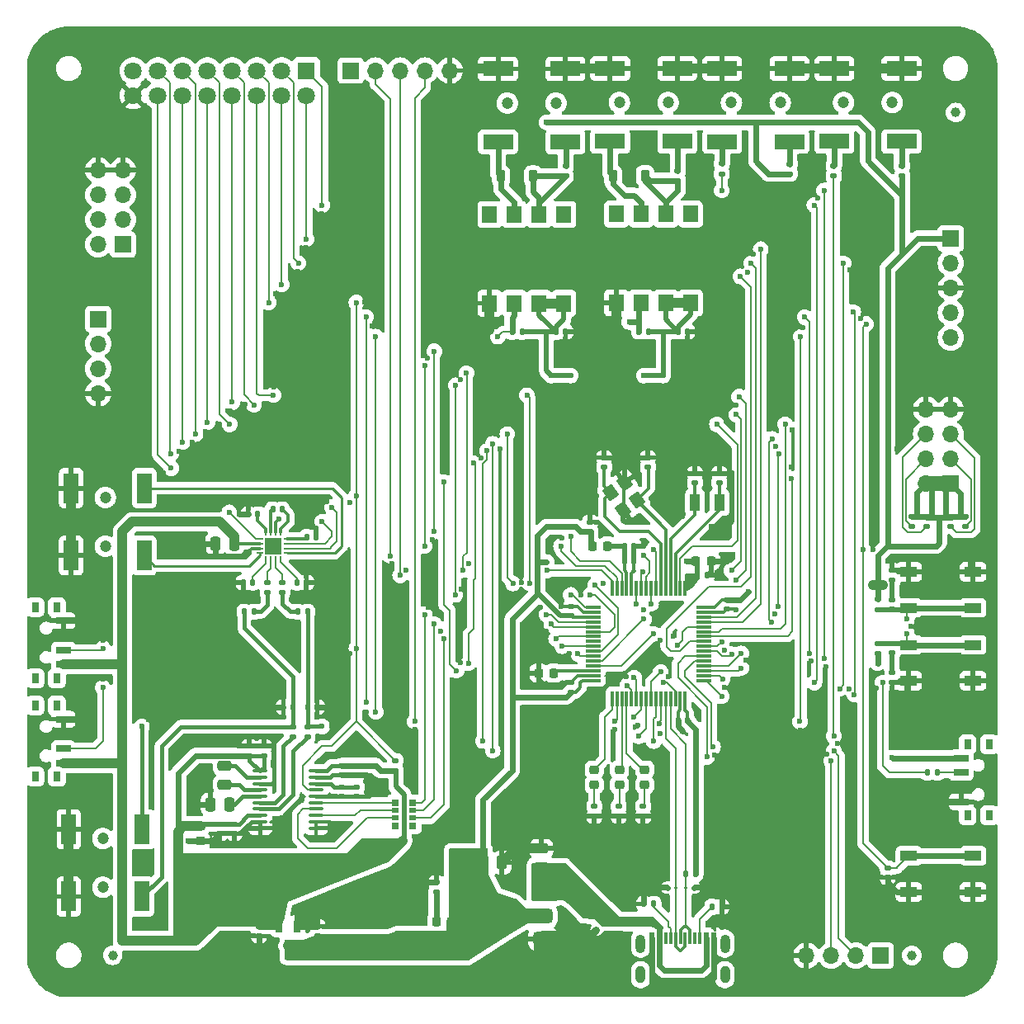
<source format=gbr>
%TF.GenerationSoftware,KiCad,Pcbnew,8.0.5*%
%TF.CreationDate,2024-10-26T11:49:30-04:00*%
%TF.ProjectId,stm-midi-poc1,73746d2d-6d69-4646-992d-706f63312e6b,1*%
%TF.SameCoordinates,Original*%
%TF.FileFunction,Copper,L1,Top*%
%TF.FilePolarity,Positive*%
%FSLAX46Y46*%
G04 Gerber Fmt 4.6, Leading zero omitted, Abs format (unit mm)*
G04 Created by KiCad (PCBNEW 8.0.5) date 2024-10-26 11:49:30*
%MOMM*%
%LPD*%
G01*
G04 APERTURE LIST*
G04 Aperture macros list*
%AMRoundRect*
0 Rectangle with rounded corners*
0 $1 Rounding radius*
0 $2 $3 $4 $5 $6 $7 $8 $9 X,Y pos of 4 corners*
0 Add a 4 corners polygon primitive as box body*
4,1,4,$2,$3,$4,$5,$6,$7,$8,$9,$2,$3,0*
0 Add four circle primitives for the rounded corners*
1,1,$1+$1,$2,$3*
1,1,$1+$1,$4,$5*
1,1,$1+$1,$6,$7*
1,1,$1+$1,$8,$9*
0 Add four rect primitives between the rounded corners*
20,1,$1+$1,$2,$3,$4,$5,0*
20,1,$1+$1,$4,$5,$6,$7,0*
20,1,$1+$1,$6,$7,$8,$9,0*
20,1,$1+$1,$8,$9,$2,$3,0*%
%AMRotRect*
0 Rectangle, with rotation*
0 The origin of the aperture is its center*
0 $1 length*
0 $2 width*
0 $3 Rotation angle, in degrees counterclockwise*
0 Add horizontal line*
21,1,$1,$2,0,0,$3*%
G04 Aperture macros list end*
%TA.AperFunction,ComponentPad*%
%ADD10R,1.700000X1.700000*%
%TD*%
%TA.AperFunction,ComponentPad*%
%ADD11O,1.700000X1.700000*%
%TD*%
%TA.AperFunction,SMDPad,CuDef*%
%ADD12RoundRect,0.075000X-0.075000X0.700000X-0.075000X-0.700000X0.075000X-0.700000X0.075000X0.700000X0*%
%TD*%
%TA.AperFunction,SMDPad,CuDef*%
%ADD13RoundRect,0.075000X-0.700000X0.075000X-0.700000X-0.075000X0.700000X-0.075000X0.700000X0.075000X0*%
%TD*%
%TA.AperFunction,SMDPad,CuDef*%
%ADD14RoundRect,0.140000X0.170000X-0.140000X0.170000X0.140000X-0.170000X0.140000X-0.170000X-0.140000X0*%
%TD*%
%TA.AperFunction,ComponentPad*%
%ADD15C,1.200000*%
%TD*%
%TA.AperFunction,SMDPad,CuDef*%
%ADD16R,3.100000X1.500000*%
%TD*%
%TA.AperFunction,SMDPad,CuDef*%
%ADD17RoundRect,0.225000X-0.250000X0.225000X-0.250000X-0.225000X0.250000X-0.225000X0.250000X0.225000X0*%
%TD*%
%TA.AperFunction,SMDPad,CuDef*%
%ADD18RoundRect,0.135000X-0.185000X0.135000X-0.185000X-0.135000X0.185000X-0.135000X0.185000X0.135000X0*%
%TD*%
%TA.AperFunction,SMDPad,CuDef*%
%ADD19RoundRect,0.140000X0.140000X0.170000X-0.140000X0.170000X-0.140000X-0.170000X0.140000X-0.170000X0*%
%TD*%
%TA.AperFunction,SMDPad,CuDef*%
%ADD20R,1.700000X1.000000*%
%TD*%
%TA.AperFunction,SMDPad,CuDef*%
%ADD21RoundRect,0.140000X-0.140000X-0.170000X0.140000X-0.170000X0.140000X0.170000X-0.140000X0.170000X0*%
%TD*%
%TA.AperFunction,SMDPad,CuDef*%
%ADD22RoundRect,0.100000X-0.637500X-0.100000X0.637500X-0.100000X0.637500X0.100000X-0.637500X0.100000X0*%
%TD*%
%TA.AperFunction,SMDPad,CuDef*%
%ADD23RoundRect,0.135000X0.185000X-0.135000X0.185000X0.135000X-0.185000X0.135000X-0.185000X-0.135000X0*%
%TD*%
%TA.AperFunction,SMDPad,CuDef*%
%ADD24R,0.700000X1.250000*%
%TD*%
%TA.AperFunction,SMDPad,CuDef*%
%ADD25RoundRect,0.140000X-0.170000X0.140000X-0.170000X-0.140000X0.170000X-0.140000X0.170000X0.140000X0*%
%TD*%
%TA.AperFunction,SMDPad,CuDef*%
%ADD26RoundRect,0.062500X0.117500X0.062500X-0.117500X0.062500X-0.117500X-0.062500X0.117500X-0.062500X0*%
%TD*%
%TA.AperFunction,SMDPad,CuDef*%
%ADD27RoundRect,0.250000X-0.250000X-0.475000X0.250000X-0.475000X0.250000X0.475000X-0.250000X0.475000X0*%
%TD*%
%TA.AperFunction,SMDPad,CuDef*%
%ADD28RoundRect,0.218750X0.256250X-0.218750X0.256250X0.218750X-0.256250X0.218750X-0.256250X-0.218750X0*%
%TD*%
%TA.AperFunction,SMDPad,CuDef*%
%ADD29RoundRect,0.218750X0.218750X0.256250X-0.218750X0.256250X-0.218750X-0.256250X0.218750X-0.256250X0*%
%TD*%
%TA.AperFunction,SMDPad,CuDef*%
%ADD30RotRect,1.400000X1.200000X125.000000*%
%TD*%
%TA.AperFunction,SMDPad,CuDef*%
%ADD31R,1.000000X1.800000*%
%TD*%
%TA.AperFunction,SMDPad,CuDef*%
%ADD32R,0.800000X1.000000*%
%TD*%
%TA.AperFunction,SMDPad,CuDef*%
%ADD33R,1.500000X0.700000*%
%TD*%
%TA.AperFunction,SMDPad,CuDef*%
%ADD34RoundRect,0.135000X-0.135000X-0.185000X0.135000X-0.185000X0.135000X0.185000X-0.135000X0.185000X0*%
%TD*%
%TA.AperFunction,SMDPad,CuDef*%
%ADD35R,1.500000X3.100000*%
%TD*%
%TA.AperFunction,SMDPad,CuDef*%
%ADD36RoundRect,0.225000X0.225000X0.250000X-0.225000X0.250000X-0.225000X-0.250000X0.225000X-0.250000X0*%
%TD*%
%TA.AperFunction,SMDPad,CuDef*%
%ADD37R,0.280000X0.660000*%
%TD*%
%TA.AperFunction,SMDPad,CuDef*%
%ADD38R,0.660000X0.280000*%
%TD*%
%TA.AperFunction,SMDPad,CuDef*%
%ADD39R,1.750000X1.750000*%
%TD*%
%TA.AperFunction,SMDPad,CuDef*%
%ADD40RoundRect,0.135000X0.135000X0.185000X-0.135000X0.185000X-0.135000X-0.185000X0.135000X-0.185000X0*%
%TD*%
%TA.AperFunction,SMDPad,CuDef*%
%ADD41RoundRect,0.375000X0.625000X0.375000X-0.625000X0.375000X-0.625000X-0.375000X0.625000X-0.375000X0*%
%TD*%
%TA.AperFunction,SMDPad,CuDef*%
%ADD42RoundRect,0.500000X0.500000X1.400000X-0.500000X1.400000X-0.500000X-1.400000X0.500000X-1.400000X0*%
%TD*%
%TA.AperFunction,ComponentPad*%
%ADD43O,1.000000X1.900000*%
%TD*%
%TA.AperFunction,ComponentPad*%
%ADD44O,1.000000X1.800000*%
%TD*%
%TA.AperFunction,SMDPad,CuDef*%
%ADD45R,0.600000X1.150000*%
%TD*%
%TA.AperFunction,SMDPad,CuDef*%
%ADD46R,0.300000X1.150000*%
%TD*%
%TA.AperFunction,SMDPad,CuDef*%
%ADD47RoundRect,0.250000X0.475000X-0.250000X0.475000X0.250000X-0.475000X0.250000X-0.475000X-0.250000X0*%
%TD*%
%TA.AperFunction,SMDPad,CuDef*%
%ADD48RoundRect,0.225000X0.225000X0.375000X-0.225000X0.375000X-0.225000X-0.375000X0.225000X-0.375000X0*%
%TD*%
%TA.AperFunction,SMDPad,CuDef*%
%ADD49C,1.000000*%
%TD*%
%TA.AperFunction,SMDPad,CuDef*%
%ADD50R,1.520000X1.780000*%
%TD*%
%TA.AperFunction,ComponentPad*%
%ADD51R,1.800000X1.800000*%
%TD*%
%TA.AperFunction,ComponentPad*%
%ADD52C,1.800000*%
%TD*%
%TA.AperFunction,SMDPad,CuDef*%
%ADD53RoundRect,0.250000X-0.475000X0.250000X-0.475000X-0.250000X0.475000X-0.250000X0.475000X0.250000X0*%
%TD*%
%TA.AperFunction,SMDPad,CuDef*%
%ADD54RoundRect,0.250000X0.250000X0.475000X-0.250000X0.475000X-0.250000X-0.475000X0.250000X-0.475000X0*%
%TD*%
%TA.AperFunction,SMDPad,CuDef*%
%ADD55RoundRect,0.225000X-0.225000X-0.250000X0.225000X-0.250000X0.225000X0.250000X-0.225000X0.250000X0*%
%TD*%
%TA.AperFunction,SMDPad,CuDef*%
%ADD56RoundRect,0.062500X-0.117500X-0.062500X0.117500X-0.062500X0.117500X0.062500X-0.117500X0.062500X0*%
%TD*%
%TA.AperFunction,SMDPad,CuDef*%
%ADD57R,0.800000X0.650000*%
%TD*%
%TA.AperFunction,SMDPad,CuDef*%
%ADD58R,0.800000X0.500000*%
%TD*%
%TA.AperFunction,SMDPad,CuDef*%
%ADD59RoundRect,0.218750X-0.218750X-0.256250X0.218750X-0.256250X0.218750X0.256250X-0.218750X0.256250X0*%
%TD*%
%TA.AperFunction,SMDPad,CuDef*%
%ADD60RoundRect,0.062500X0.038891X0.127279X-0.127279X-0.038891X-0.038891X-0.127279X0.127279X0.038891X0*%
%TD*%
%TA.AperFunction,ViaPad*%
%ADD61C,0.600000*%
%TD*%
%TA.AperFunction,ViaPad*%
%ADD62C,0.500000*%
%TD*%
%TA.AperFunction,Conductor*%
%ADD63C,0.500000*%
%TD*%
%TA.AperFunction,Conductor*%
%ADD64C,0.300000*%
%TD*%
%TA.AperFunction,Conductor*%
%ADD65C,1.000000*%
%TD*%
%TA.AperFunction,Conductor*%
%ADD66C,0.400000*%
%TD*%
%TA.AperFunction,Conductor*%
%ADD67C,0.600000*%
%TD*%
%TA.AperFunction,Conductor*%
%ADD68C,0.700000*%
%TD*%
%TA.AperFunction,Conductor*%
%ADD69C,0.800000*%
%TD*%
%TA.AperFunction,Conductor*%
%ADD70C,1.500000*%
%TD*%
%TA.AperFunction,Conductor*%
%ADD71C,0.200000*%
%TD*%
%TA.AperFunction,Conductor*%
%ADD72C,0.280000*%
%TD*%
G04 APERTURE END LIST*
D10*
%TO.P,J9,1*%
%TO.N,+3V3*%
X114500000Y-66700000D03*
D11*
%TO.P,J9,2*%
%TO.N,USART2_TX*%
X114500000Y-69240000D03*
%TO.P,J9,3*%
%TO.N,USART2_RX*%
X114500000Y-71780000D03*
%TO.P,J9,4*%
%TO.N,GND*%
X114500000Y-74320000D03*
%TD*%
D12*
%TO.P,U1,1,VBAT*%
%TO.N,+3V3*%
X174741181Y-94350976D03*
%TO.P,U1,2,PC13*%
%TO.N,SYS_WKUP4*%
X174241181Y-94350976D03*
%TO.P,U1,3,PC14*%
%TO.N,/MCU/RCC_OSC32_IN*%
X173741181Y-94350976D03*
%TO.P,U1,4,PC15*%
%TO.N,/MCU/RCC_OSC32_OUT*%
X173241181Y-94350976D03*
%TO.P,U1,5,PH0*%
%TO.N,/MCU/RCC_OSC_IN*%
X172741181Y-94350976D03*
%TO.P,U1,6,PH1*%
%TO.N,/MCU/RCC_OSC_OUT*%
X172241181Y-94350976D03*
%TO.P,U1,7,NRST*%
%TO.N,NRST*%
X171741181Y-94350976D03*
%TO.P,U1,8,PC0*%
%TO.N,GPIO_PC0*%
X171241181Y-94350976D03*
%TO.P,U1,9,PC1*%
%TO.N,SPI2_MOSI*%
X170741181Y-94350976D03*
%TO.P,U1,10,PC2*%
%TO.N,SPI2_MISO*%
X170241181Y-94350976D03*
%TO.P,U1,11,PC3*%
%TO.N,GPIO_PC3*%
X169741181Y-94350976D03*
%TO.P,U1,12,VSSA*%
%TO.N,GND*%
X169241181Y-94350976D03*
%TO.P,U1,13,VDDA*%
%TO.N,+3V3A*%
X168741181Y-94350976D03*
%TO.P,U1,14,PA0*%
%TO.N,UART4_TX*%
X168241181Y-94350976D03*
%TO.P,U1,15,PA1*%
%TO.N,UART4_RX*%
X167741181Y-94350976D03*
%TO.P,U1,16,PA2*%
%TO.N,USART2_TX*%
X167241181Y-94350976D03*
D13*
%TO.P,U1,17,PA3*%
%TO.N,USART2_RX*%
X165316181Y-96275976D03*
%TO.P,U1,18,VSS*%
%TO.N,GND*%
X165316181Y-96775976D03*
%TO.P,U1,19,VDD*%
%TO.N,+3V3*%
X165316181Y-97275976D03*
%TO.P,U1,20,PA4*%
%TO.N,I2S1_WS*%
X165316181Y-97775976D03*
%TO.P,U1,21,PA5*%
%TO.N,I2S1_CK*%
X165316181Y-98275976D03*
%TO.P,U1,22,PA6*%
%TO.N,GPIO_PA6*%
X165316181Y-98775976D03*
%TO.P,U1,23,PA7*%
%TO.N,I2S1_SD*%
X165316181Y-99275976D03*
%TO.P,U1,24,PC4*%
%TO.N,I2S1_MCK*%
X165316181Y-99775976D03*
%TO.P,U1,25,PB0*%
%TO.N,AUDIO_MUTE*%
X165316181Y-100275976D03*
%TO.P,U1,26,PB1*%
%TO.N,GPIO_PB1*%
X165316181Y-100775976D03*
%TO.P,U1,27,PB2*%
%TO.N,GPIO_PB2*%
X165316181Y-101275976D03*
%TO.P,U1,28,PB10*%
%TO.N,I2C2_SCL*%
X165316181Y-101775976D03*
%TO.P,U1,29,PB11*%
%TO.N,I2C2_SDA*%
X165316181Y-102275976D03*
%TO.P,U1,30,VCAP_1*%
%TO.N,/MCU/VCAP_1*%
X165316181Y-102775976D03*
%TO.P,U1,31,VSS*%
%TO.N,GND*%
X165316181Y-103275976D03*
%TO.P,U1,32,VDD*%
%TO.N,+3V3*%
X165316181Y-103775976D03*
D12*
%TO.P,U1,33,PB12*%
%TO.N,LED_BLUE*%
X167241181Y-105700976D03*
%TO.P,U1,34,PB13*%
%TO.N,SPI2_SCK*%
X167741181Y-105700976D03*
%TO.P,U1,35,PB14*%
%TO.N,LED_GREEN*%
X168241181Y-105700976D03*
%TO.P,U1,36,PB15*%
%TO.N,LED_RED*%
X168741181Y-105700976D03*
%TO.P,U1,37,PC6*%
%TO.N,USART6_TX*%
X169241181Y-105700976D03*
%TO.P,U1,38,PC7*%
%TO.N,USART6_RX*%
X169741181Y-105700976D03*
%TO.P,U1,39,PC8*%
%TO.N,GPIO_PC8*%
X170241181Y-105700976D03*
%TO.P,U1,40,PC9*%
%TO.N,GPIO_PC9*%
X170741181Y-105700976D03*
%TO.P,U1,41,PA8*%
%TO.N,RCC_MCO_1*%
X171241181Y-105700976D03*
%TO.P,U1,42,PA9*%
%TO.N,USART1_TX*%
X171741181Y-105700976D03*
%TO.P,U1,43,PA10*%
%TO.N,USART1_RX*%
X172241181Y-105700976D03*
%TO.P,U1,44,PA11*%
%TO.N,/MCU/USB_OTG_FS_D-*%
X172741181Y-105700976D03*
%TO.P,U1,45,PA12*%
%TO.N,/MCU/USB_OTG_FS_D+*%
X173241181Y-105700976D03*
%TO.P,U1,46,PA13*%
%TO.N,SYS_JTMS-SWDIO*%
X173741181Y-105700976D03*
%TO.P,U1,47,VSS*%
%TO.N,GND*%
X174241181Y-105700976D03*
%TO.P,U1,48,VDD*%
%TO.N,+3V3*%
X174741181Y-105700976D03*
D13*
%TO.P,U1,49,PA14*%
%TO.N,SYS_JTCK-SWCLK*%
X176666181Y-103775976D03*
%TO.P,U1,50,PA15*%
%TO.N,GPIO_PA15*%
X176666181Y-103275976D03*
%TO.P,U1,51,PC10*%
%TO.N,USART3_TX*%
X176666181Y-102775976D03*
%TO.P,U1,52,PC11*%
%TO.N,USART3_RX*%
X176666181Y-102275976D03*
%TO.P,U1,53,PC12*%
%TO.N,UART5_TX*%
X176666181Y-101775976D03*
%TO.P,U1,54,PD2*%
%TO.N,UART5_RX*%
X176666181Y-101275976D03*
%TO.P,U1,55,PB3*%
%TO.N,BTN2*%
X176666181Y-100775976D03*
%TO.P,U1,56,PB4*%
%TO.N,BTN1*%
X176666181Y-100275976D03*
%TO.P,U1,57,PB5*%
%TO.N,GPIO_PB5*%
X176666181Y-99775976D03*
%TO.P,U1,58,PB6*%
%TO.N,I2C1_SCL*%
X176666181Y-99275976D03*
%TO.P,U1,59,PB7*%
%TO.N,I2C1_SDA*%
X176666181Y-98775976D03*
%TO.P,U1,60,BOOT0*%
%TO.N,/MCU/BOOT0*%
X176666181Y-98275976D03*
%TO.P,U1,61,PB8*%
%TO.N,GPIO_PB8*%
X176666181Y-97775976D03*
%TO.P,U1,62,PB9*%
%TO.N,GPIO_PB9*%
X176666181Y-97275976D03*
%TO.P,U1,63,VSS*%
%TO.N,GND*%
X176666181Y-96775976D03*
%TO.P,U1,64,VDD*%
%TO.N,+3V3*%
X176666181Y-96275976D03*
%TD*%
D14*
%TO.P,C16,1*%
%TO.N,/MCU/RCC_OSC32_OUT*%
X175750000Y-83480000D03*
%TO.P,C16,2*%
%TO.N,GND*%
X175750000Y-82520000D03*
%TD*%
D15*
%TO.P,CN4,*%
%TO.N,*%
X167991181Y-44478476D03*
X172991181Y-44478476D03*
D16*
%TO.P,CN4,1,1*%
%TO.N,/MIDI/MI2-SNK*%
X167041181Y-48478476D03*
%TO.P,CN4,2,2*%
%TO.N,GND*%
X167041181Y-40978476D03*
X173941181Y-40978476D03*
%TO.P,CN4,3,3*%
%TO.N,/MIDI/MI2-SRC*%
X173941181Y-48478476D03*
%TD*%
D14*
%TO.P,C2,1*%
%TO.N,+3V3*%
X163036385Y-97149799D03*
%TO.P,C2,2*%
%TO.N,GND*%
X163036385Y-96189799D03*
%TD*%
D17*
%TO.P,C29,1*%
%TO.N,+3.3VDAC*%
X125000000Y-118725000D03*
%TO.P,C29,2*%
%TO.N,GND*%
X125000000Y-120275000D03*
%TD*%
D18*
%TO.P,R13,1*%
%TO.N,/MIDI/MO1-SRC*%
X196991181Y-50968472D03*
%TO.P,R13,2*%
%TO.N,+3V3*%
X196991181Y-51988472D03*
%TD*%
D19*
%TO.P,C35,1*%
%TO.N,LINE_L*%
X134480000Y-106500000D03*
%TO.P,C35,2*%
%TO.N,GND*%
X133520000Y-106500000D03*
%TD*%
D20*
%TO.P,SW5,1,A*%
%TO.N,GND*%
X204291181Y-103828476D03*
%TO.P,SW5,2,B*%
X197691181Y-103828476D03*
%TO.P,SW5,3,C*%
%TO.N,BTN2*%
X204291181Y-100128476D03*
%TO.P,SW5,4,D*%
X197691181Y-100128476D03*
%TD*%
D10*
%TO.P,J2,1*%
%TO.N,+3V3*%
X202000000Y-58420000D03*
D11*
%TO.P,J2,2*%
%TO.N,SYS_JTCK-SWCLK*%
X202000000Y-60960000D03*
%TO.P,J2,3*%
%TO.N,GND*%
X202000000Y-63500000D03*
%TO.P,J2,4*%
%TO.N,SYS_JTMS-SWDIO*%
X202000000Y-66040000D03*
%TO.P,J2,5*%
%TO.N,NRST*%
X202000000Y-68580000D03*
%TD*%
D21*
%TO.P,C44,1*%
%TO.N,+3V3*%
X174011181Y-67978476D03*
%TO.P,C44,2*%
%TO.N,GND*%
X174971181Y-67978476D03*
%TD*%
D22*
%TO.P,U4,1,CPVDD*%
%TO.N,+3.3VDAC*%
X131137500Y-113075000D03*
%TO.P,U4,2,CAPP*%
%TO.N,/Audio Output/DAC_CAPP*%
X131137500Y-113725000D03*
%TO.P,U4,3,CPGND*%
%TO.N,GND*%
X131137500Y-114375000D03*
%TO.P,U4,4,CAPM*%
%TO.N,/Audio Output/DAC_CAPM*%
X131137500Y-115025000D03*
%TO.P,U4,5,VNEG*%
%TO.N,/Audio Output/DAC_VNEG*%
X131137500Y-115675000D03*
%TO.P,U4,6,OUTL*%
%TO.N,/Audio Output/DAC_OUT_L*%
X131137500Y-116325000D03*
%TO.P,U4,7,OUTR*%
%TO.N,/Audio Output/DAC_OUT_R*%
X131137500Y-116975000D03*
%TO.P,U4,8,AVDD*%
%TO.N,+3.3VDAC*%
X131137500Y-117625000D03*
%TO.P,U4,9,AGND*%
%TO.N,GND*%
X131137500Y-118275000D03*
%TO.P,U4,10,DEMP*%
X131137500Y-118925000D03*
%TO.P,U4,11,FLT*%
X136862500Y-118925000D03*
%TO.P,U4,12,SCK*%
X136862500Y-118275000D03*
%TO.P,U4,13,BCK*%
%TO.N,/Audio Output/DAC_CK*%
X136862500Y-117625000D03*
%TO.P,U4,14,DIN*%
%TO.N,/Audio Output/DAC_SD*%
X136862500Y-116975000D03*
%TO.P,U4,15,LRCK*%
%TO.N,/Audio Output/DAC_WS*%
X136862500Y-116325000D03*
%TO.P,U4,16,FMT*%
%TO.N,GND*%
X136862500Y-115675000D03*
%TO.P,U4,17,XSMT*%
%TO.N,AUDIO_MUTE*%
X136862500Y-115025000D03*
%TO.P,U4,18,LDOO*%
%TO.N,/Audio Output/DAC_LDOO*%
X136862500Y-114375000D03*
%TO.P,U4,19,DGND*%
%TO.N,GND*%
X136862500Y-113725000D03*
%TO.P,U4,20,DVDD*%
%TO.N,+3.3VDAC*%
X136862500Y-113075000D03*
%TD*%
D23*
%TO.P,R20,1*%
%TO.N,I2C1_SCL*%
X203500000Y-88010000D03*
%TO.P,R20,2*%
%TO.N,+3V3*%
X203500000Y-86990000D03*
%TD*%
D24*
%TO.P,U8,1,GND*%
%TO.N,GND*%
X134950000Y-129000000D03*
%TO.P,U8,2,OUT*%
%TO.N,+3.3VDAC*%
X133050000Y-129000000D03*
%TO.P,U8,3,VIN*%
%TO.N,+3V3*%
X134000000Y-131000000D03*
%TD*%
D21*
%TO.P,C34,1*%
%TO.N,LINE_R*%
X136020000Y-106500000D03*
%TO.P,C34,2*%
%TO.N,GND*%
X136980000Y-106500000D03*
%TD*%
%TO.P,C6,1*%
%TO.N,+3V3A*%
X168520000Y-91500000D03*
%TO.P,C6,2*%
%TO.N,GND*%
X169480000Y-91500000D03*
%TD*%
%TO.P,C7,1*%
%TO.N,+3V3A*%
X168520000Y-90000000D03*
%TO.P,C7,2*%
%TO.N,GND*%
X169480000Y-90000000D03*
%TD*%
D25*
%TO.P,C26,1*%
%TO.N,/Audio Output/DAC_LDOO*%
X139526545Y-114705054D03*
%TO.P,C26,2*%
%TO.N,GND*%
X139526545Y-115665054D03*
%TD*%
D26*
%TO.P,D8,1,A1*%
%TO.N,GND*%
X172912313Y-125039289D03*
%TO.P,D8,2,A2*%
%TO.N,/MCU/USB_OTG_FS_D-*%
X173752313Y-125039289D03*
%TD*%
D27*
%TO.P,C15,1*%
%TO.N,+3V3*%
X154041181Y-122478476D03*
%TO.P,C15,2*%
%TO.N,GND*%
X155941181Y-122478476D03*
%TD*%
D25*
%TO.P,C9,1*%
%TO.N,NRST*%
X195500000Y-123020000D03*
%TO.P,C9,2*%
%TO.N,GND*%
X195500000Y-123980000D03*
%TD*%
D19*
%TO.P,C41,1*%
%TO.N,/Audio Output/HPA_HPVDD*%
X130881181Y-86728476D03*
%TO.P,C41,2*%
%TO.N,GND*%
X129921181Y-86728476D03*
%TD*%
D28*
%TO.P,D3,1,K*%
%TO.N,/User Interface/LED_RED_K*%
X170590006Y-114499994D03*
%TO.P,D3,2,A*%
%TO.N,LED_RED*%
X170590006Y-112924994D03*
%TD*%
D23*
%TO.P,R22,1*%
%TO.N,/Audio Output/DAC_OUT_L*%
X134500000Y-109530000D03*
%TO.P,R22,2*%
%TO.N,LINE_L*%
X134500000Y-108510000D03*
%TD*%
D29*
%TO.P,FB1,1*%
%TO.N,+3V3A*%
X166787500Y-90000000D03*
%TO.P,FB1,2*%
%TO.N,+3V3*%
X165212500Y-90000000D03*
%TD*%
D30*
%TO.P,Y1,1,1*%
%TO.N,/MCU/RCC_OSC_IN*%
X169761869Y-85302133D03*
%TO.P,Y1,2,2*%
%TO.N,GND*%
X168500000Y-83500000D03*
%TO.P,Y1,3,3*%
%TO.N,/MCU/RCC_OSC_OUT*%
X167107443Y-84475081D03*
%TO.P,Y1,4,4*%
%TO.N,GND*%
X168369312Y-86277214D03*
%TD*%
D31*
%TO.P,X1,1,1*%
%TO.N,/MCU/RCC_OSC32_IN*%
X178250000Y-85500000D03*
%TO.P,X1,2,2*%
%TO.N,/MCU/RCC_OSC32_OUT*%
X175750000Y-85500000D03*
%TD*%
D18*
%TO.P,R21,1*%
%TO.N,AUDIO_MUTE*%
X145000000Y-111990000D03*
%TO.P,R21,2*%
%TO.N,+3.3VDAC*%
X145000000Y-113010000D03*
%TD*%
D25*
%TO.P,C32,1*%
%TO.N,+3.3VDAC*%
X139500000Y-112520000D03*
%TO.P,C32,2*%
%TO.N,GND*%
X139500000Y-113480000D03*
%TD*%
D14*
%TO.P,C38,1*%
%TO.N,/Audio Output/INL+_CR*%
X131901181Y-94708476D03*
%TO.P,C38,2*%
%TO.N,/Audio Output/HPA_INL+*%
X131901181Y-93748476D03*
%TD*%
D32*
%TO.P,SW1,*%
%TO.N,*%
X203711181Y-117628476D03*
X205921181Y-117628476D03*
X203711181Y-110328476D03*
X205921181Y-110328476D03*
D33*
%TO.P,SW1,1,A*%
%TO.N,GND*%
X203061181Y-116228476D03*
%TO.P,SW1,2,B*%
%TO.N,/MCU/SW_BOOT0*%
X203061181Y-113228476D03*
%TO.P,SW1,3,C*%
%TO.N,+3V3*%
X203061181Y-111728476D03*
%TD*%
D25*
%TO.P,C28,1*%
%TO.N,+3.3VDAC*%
X128500000Y-118520000D03*
%TO.P,C28,2*%
%TO.N,GND*%
X128500000Y-119480000D03*
%TD*%
D14*
%TO.P,C10,1*%
%TO.N,/MCU/RCC_OSC_IN*%
X170934656Y-81868607D03*
%TO.P,C10,2*%
%TO.N,GND*%
X170934656Y-80908607D03*
%TD*%
%TO.P,C17,1*%
%TO.N,/MCU/RCC_OSC32_IN*%
X178250000Y-83480000D03*
%TO.P,C17,2*%
%TO.N,GND*%
X178250000Y-82520000D03*
%TD*%
D19*
%TO.P,C36,1*%
%TO.N,GND*%
X135881181Y-93728476D03*
%TO.P,C36,2*%
%TO.N,/Audio Output/HPA_INR-*%
X134921181Y-93728476D03*
%TD*%
D34*
%TO.P,R29,1*%
%TO.N,USART3_RX*%
X169990000Y-67978476D03*
%TO.P,R29,2*%
%TO.N,+3V3*%
X171010000Y-67978476D03*
%TD*%
D15*
%TO.P,CN5,*%
%TO.N,*%
X114991181Y-125000000D03*
X114991181Y-120000000D03*
D35*
%TO.P,CN5,1,1*%
%TO.N,LINE_L*%
X118991181Y-125950000D03*
%TO.P,CN5,2,2*%
%TO.N,GND*%
X111491181Y-125950000D03*
X111491181Y-119050000D03*
%TO.P,CN5,3,3*%
%TO.N,LINE_R*%
X118991181Y-119050000D03*
%TD*%
D36*
%TO.P,C12,1*%
%TO.N,/MCU/VCAP_1*%
X161266181Y-103025976D03*
%TO.P,C12,2*%
%TO.N,GND*%
X159716181Y-103025976D03*
%TD*%
D37*
%TO.P,U3,1,INL-*%
%TO.N,/Audio Output/HPA_INL-*%
X131741181Y-91388476D03*
%TO.P,U3,2,INL+*%
%TO.N,/Audio Output/HPA_INL+*%
X132241181Y-91388476D03*
%TO.P,U3,3,INR+*%
%TO.N,/Audio Output/HPA_INR+*%
X132741181Y-91388476D03*
%TO.P,U3,4,INR-*%
%TO.N,/Audio Output/HPA_INR-*%
X133241181Y-91388476D03*
D38*
%TO.P,U3,5,OUTR*%
%TO.N,HEADPHONE_R*%
X133901181Y-90728476D03*
%TO.P,U3,6,G0*%
%TO.N,/Audio Output/Gain0*%
X133901181Y-90228476D03*
%TO.P,U3,7,G1*%
%TO.N,/Audio Output/Gain1*%
X133901181Y-89728476D03*
%TO.P,U3,8,HPVSS*%
%TO.N,/Audio Output/HPA_HPVSS*%
X133901181Y-89228476D03*
D37*
%TO.P,U3,9,CAP-*%
%TO.N,/Audio Output/HPA_CAP-*%
X133241181Y-88568476D03*
%TO.P,U3,10,PGND*%
%TO.N,GND*%
X132741181Y-88568476D03*
%TO.P,U3,11,CAP+*%
%TO.N,/Audio Output/HPA_CAP+*%
X132241181Y-88568476D03*
%TO.P,U3,12,HPVDD*%
%TO.N,/Audio Output/HPA_HPVDD*%
X131741181Y-88568476D03*
D38*
%TO.P,U3,13,EN*%
%TO.N,AUDIO_MUTE*%
X131081181Y-89228476D03*
%TO.P,U3,14,PVDD*%
%TO.N,+3.3VDAC*%
X131081181Y-89728476D03*
%TO.P,U3,15,SGND*%
%TO.N,GND*%
X131081181Y-90228476D03*
%TO.P,U3,16,OUTL*%
%TO.N,HEADPHONE_L*%
X131081181Y-90728476D03*
D39*
%TO.P,U3,17,EPAD*%
%TO.N,unconnected-(U3-EPAD-Pad17)*%
X132491181Y-89978476D03*
%TD*%
D18*
%TO.P,R26,1*%
%TO.N,/MIDI/MO2-SRC*%
X185491181Y-50775976D03*
%TO.P,R26,2*%
%TO.N,+3V3*%
X185491181Y-51795976D03*
%TD*%
%TO.P,R6,1*%
%TO.N,/User Interface/LED_RED_K*%
X170430006Y-116702494D03*
%TO.P,R6,2*%
%TO.N,GND*%
X170430006Y-117722494D03*
%TD*%
D40*
%TO.P,R25,1*%
%TO.N,LINE_R*%
X136010000Y-96728476D03*
%TO.P,R25,2*%
%TO.N,/Audio Output/INR+_CR*%
X134990000Y-96728476D03*
%TD*%
D10*
%TO.P,J5,1*%
%TO.N,+3V3*%
X194800000Y-132000000D03*
D11*
%TO.P,J5,2*%
%TO.N,UART5_TX*%
X192260000Y-132000000D03*
%TO.P,J5,3*%
%TO.N,UART5_RX*%
X189720000Y-132000000D03*
%TO.P,J5,4*%
%TO.N,GND*%
X187180000Y-132000000D03*
%TD*%
D18*
%TO.P,R17,1*%
%TO.N,+3V3*%
X198000000Y-86990000D03*
%TO.P,R17,2*%
%TO.N,I2C2_SCL*%
X198000000Y-88010000D03*
%TD*%
D23*
%TO.P,R11,1*%
%TO.N,+3V3*%
X194500000Y-100988476D03*
%TO.P,R11,2*%
%TO.N,BTN2*%
X194500000Y-99968476D03*
%TD*%
D15*
%TO.P,CN6,*%
%TO.N,*%
X115241181Y-90000000D03*
X115241181Y-85000000D03*
D35*
%TO.P,CN6,1,1*%
%TO.N,HEADPHONE_L*%
X119241181Y-90950000D03*
%TO.P,CN6,2,2*%
%TO.N,GND*%
X111741181Y-90950000D03*
X111741181Y-84050000D03*
%TO.P,CN6,3,3*%
%TO.N,HEADPHONE_R*%
X119241181Y-84050000D03*
%TD*%
D23*
%TO.P,R23,1*%
%TO.N,/Audio Output/DAC_OUT_R*%
X136000000Y-109530000D03*
%TO.P,R23,2*%
%TO.N,LINE_R*%
X136000000Y-108510000D03*
%TD*%
D19*
%TO.P,C5,1*%
%TO.N,+3V3*%
X174960000Y-107911823D03*
%TO.P,C5,2*%
%TO.N,GND*%
X174000000Y-107911823D03*
%TD*%
D32*
%TO.P,SW2,*%
%TO.N,*%
X110280000Y-106350000D03*
X108070000Y-106350000D03*
X110280000Y-113650000D03*
X108070000Y-113650000D03*
D33*
%TO.P,SW2,1,A*%
%TO.N,GND*%
X110930000Y-107750000D03*
%TO.P,SW2,2,B*%
%TO.N,/Audio Output/Gain0*%
X110930000Y-110750000D03*
%TO.P,SW2,3,C*%
%TO.N,+3.3VDAC*%
X110930000Y-112250000D03*
%TD*%
D34*
%TO.P,R3,1*%
%TO.N,GND*%
X170510545Y-126708964D03*
%TO.P,R3,2*%
%TO.N,/MCU/CC1*%
X171530545Y-126708964D03*
%TD*%
D20*
%TO.P,SW4,1,A*%
%TO.N,GND*%
X197691181Y-92628476D03*
%TO.P,SW4,2,B*%
X204291181Y-92628476D03*
%TO.P,SW4,3,C*%
%TO.N,BTN1*%
X197691181Y-96328476D03*
%TO.P,SW4,4,D*%
X204291181Y-96328476D03*
%TD*%
D41*
%TO.P,U2,1,GND*%
%TO.N,GND*%
X160141181Y-130278476D03*
%TO.P,U2,2,VO*%
%TO.N,+3V3*%
X160141181Y-127978476D03*
D42*
X153841181Y-127978476D03*
D41*
%TO.P,U2,3,VI*%
%TO.N,VBUS*%
X160141181Y-125678476D03*
%TD*%
D25*
%TO.P,C19,1*%
%TO.N,BTN2*%
X196000000Y-99998476D03*
%TO.P,C19,2*%
%TO.N,/User Interface/BTN2_CR*%
X196000000Y-100958476D03*
%TD*%
D10*
%TO.P,J3,1*%
%TO.N,+3V3*%
X202000000Y-83580000D03*
D11*
%TO.P,J3,2*%
X199460000Y-83580000D03*
%TO.P,J3,3*%
%TO.N,I2C1_SCL*%
X202000000Y-81040000D03*
%TO.P,J3,4*%
%TO.N,I2C2_SCL*%
X199460000Y-81040000D03*
%TO.P,J3,5*%
%TO.N,I2C1_SDA*%
X202000000Y-78500000D03*
%TO.P,J3,6*%
%TO.N,I2C2_SDA*%
X199460000Y-78500000D03*
%TO.P,J3,7*%
%TO.N,GND*%
X202000000Y-75960000D03*
%TO.P,J3,8*%
X199460000Y-75960000D03*
%TD*%
D25*
%TO.P,C25,1*%
%TO.N,/Audio Output/DAC_LDOO*%
X141026545Y-114725054D03*
%TO.P,C25,2*%
%TO.N,GND*%
X141026545Y-115685054D03*
%TD*%
D32*
%TO.P,SW3,*%
%TO.N,*%
X110280000Y-96251199D03*
X108070000Y-96251199D03*
X110280000Y-103551199D03*
X108070000Y-103551199D03*
D33*
%TO.P,SW3,1,A*%
%TO.N,GND*%
X110930000Y-97651199D03*
%TO.P,SW3,2,B*%
%TO.N,/Audio Output/Gain1*%
X110930000Y-100651199D03*
%TO.P,SW3,3,C*%
%TO.N,+3.3VDAC*%
X110930000Y-102151199D03*
%TD*%
D43*
%TO.P,J1,1,EH*%
%TO.N,unconnected-(J1-EH-Pad1)*%
X170170000Y-130783476D03*
%TO.P,J1,2,EH*%
%TO.N,unconnected-(J1-EH-Pad2)*%
X178830000Y-130783476D03*
D44*
%TO.P,J1,3,EH*%
%TO.N,unconnected-(J1-EH-Pad3)*%
X178830000Y-133973476D03*
%TO.P,J1,4,EH*%
%TO.N,unconnected-(J1-EH-Pad4)*%
X170170000Y-133973476D03*
D45*
%TO.P,J1,A1B12,GND*%
%TO.N,GND*%
X171300000Y-130223476D03*
%TO.P,J1,A4B9,VBUS*%
%TO.N,VBUS*%
X172100000Y-130223476D03*
D46*
%TO.P,J1,A5,CC1*%
%TO.N,/MCU/CC1*%
X173250000Y-130223476D03*
%TO.P,J1,A6,D1+*%
%TO.N,/MCU/USB_OTG_FS_D+*%
X174250000Y-130223476D03*
%TO.P,J1,A7,D1-*%
%TO.N,/MCU/USB_OTG_FS_D-*%
X174750000Y-130223476D03*
%TO.P,J1,A8,SBU1*%
%TO.N,unconnected-(J1-SBU1-PadA8)*%
X175750000Y-130223476D03*
D45*
%TO.P,J1,B1A12,GND*%
%TO.N,GND*%
X177700000Y-130223476D03*
%TO.P,J1,B4A9,VBUS*%
%TO.N,VBUS*%
X176900000Y-130223476D03*
D46*
%TO.P,J1,B5,CC2*%
%TO.N,/MCU/CC2*%
X176250000Y-130223476D03*
%TO.P,J1,B6,D+*%
%TO.N,/MCU/USB_OTG_FS_D+*%
X175250000Y-130223476D03*
%TO.P,J1,B7,D-*%
%TO.N,/MCU/USB_OTG_FS_D-*%
X173750000Y-130223476D03*
%TO.P,J1,B8,SBU2*%
%TO.N,unconnected-(J1-SBU2-PadB8)*%
X172750000Y-130223476D03*
%TD*%
D21*
%TO.P,C4,1*%
%TO.N,+3V3*%
X176011181Y-93000000D03*
%TO.P,C4,2*%
%TO.N,GND*%
X176971181Y-93000000D03*
%TD*%
D47*
%TO.P,C14,1*%
%TO.N,VBUS*%
X159991181Y-122928476D03*
%TO.P,C14,2*%
%TO.N,GND*%
X159991181Y-121028476D03*
%TD*%
D21*
%TO.P,C20,1*%
%TO.N,+3V3*%
X161511181Y-68025976D03*
%TO.P,C20,2*%
%TO.N,GND*%
X162471181Y-68025976D03*
%TD*%
D14*
%TO.P,C30,1*%
%TO.N,+3.3VDAC*%
X130000000Y-111480000D03*
%TO.P,C30,2*%
%TO.N,GND*%
X130000000Y-110520000D03*
%TD*%
%TO.P,C33,1*%
%TO.N,+3.3VDAC*%
X131500000Y-111480000D03*
%TO.P,C33,2*%
%TO.N,GND*%
X131500000Y-110520000D03*
%TD*%
D18*
%TO.P,R12,1*%
%TO.N,/User Interface/BTN2_CR*%
X196000000Y-102988476D03*
%TO.P,R12,2*%
%TO.N,GND*%
X196000000Y-104008476D03*
%TD*%
D10*
%TO.P,J6,1*%
%TO.N,+3V3*%
X140425000Y-41198800D03*
D11*
%TO.P,J6,2*%
%TO.N,SPI2_MOSI*%
X142965000Y-41198800D03*
%TO.P,J6,3*%
%TO.N,SPI2_MISO*%
X145505000Y-41198800D03*
%TO.P,J6,4*%
%TO.N,SPI2_SCK*%
X148045000Y-41198800D03*
%TO.P,J6,5*%
%TO.N,GND*%
X150585000Y-41198800D03*
%TD*%
D23*
%TO.P,R19,1*%
%TO.N,I2C1_SDA*%
X202000000Y-88010000D03*
%TO.P,R19,2*%
%TO.N,+3V3*%
X202000000Y-86990000D03*
%TD*%
D15*
%TO.P,CN1,*%
%TO.N,*%
X190991181Y-44478472D03*
X195991181Y-44478472D03*
D16*
%TO.P,CN1,1,1*%
%TO.N,/MIDI/MO1-SNK*%
X190041181Y-48478472D03*
%TO.P,CN1,2,2*%
%TO.N,GND*%
X190041181Y-40978472D03*
X196941181Y-40978472D03*
%TO.P,CN1,3,3*%
%TO.N,/MIDI/MO1-SRC*%
X196941181Y-48478472D03*
%TD*%
D14*
%TO.P,C11,1*%
%TO.N,/MCU/RCC_OSC_OUT*%
X166434656Y-81868607D03*
%TO.P,C11,2*%
%TO.N,GND*%
X166434656Y-80908607D03*
%TD*%
D25*
%TO.P,C31,1*%
%TO.N,+3.3VDAC*%
X141000000Y-112520000D03*
%TO.P,C31,2*%
%TO.N,GND*%
X141000000Y-113480000D03*
%TD*%
D48*
%TO.P,D6,1,K*%
%TO.N,/MIDI/OI1-SRC*%
X159141181Y-52025976D03*
%TO.P,D6,2,A*%
%TO.N,/MIDI/MI1-SNK*%
X155841181Y-52025976D03*
%TD*%
D18*
%TO.P,R9,1*%
%TO.N,+3V3*%
X194500000Y-95468476D03*
%TO.P,R9,2*%
%TO.N,BTN1*%
X194500000Y-96488476D03*
%TD*%
D49*
%TO.P,FID3,*%
%TO.N,*%
X202491181Y-45500000D03*
%TD*%
D21*
%TO.P,C43,1*%
%TO.N,/Audio Output/HPA_HPVSS*%
X135904019Y-89072263D03*
%TO.P,C43,2*%
%TO.N,GND*%
X136864019Y-89072263D03*
%TD*%
D34*
%TO.P,R16,1*%
%TO.N,USART1_RX*%
X156981181Y-68025976D03*
%TO.P,R16,2*%
%TO.N,+3V3*%
X158001181Y-68025976D03*
%TD*%
D27*
%TO.P,C40,1*%
%TO.N,GND*%
X126550000Y-89728476D03*
%TO.P,C40,2*%
%TO.N,+3.3VDAC*%
X128450000Y-89728476D03*
%TD*%
D50*
%TO.P,U6,1,1*%
%TO.N,unconnected-(U6-Pad1)*%
X162301181Y-55975976D03*
%TO.P,U6,2,2*%
%TO.N,/MIDI/OI1-SRC*%
X159761181Y-55975976D03*
%TO.P,U6,3,3*%
%TO.N,/MIDI/MI1-SNK*%
X157221181Y-55975976D03*
%TO.P,U6,4,4*%
%TO.N,unconnected-(U6-Pad4)*%
X154681181Y-55975976D03*
%TO.P,U6,5,5*%
%TO.N,GND*%
X154681181Y-65075976D03*
%TO.P,U6,6,6*%
%TO.N,USART1_RX*%
X157221181Y-65075976D03*
%TO.P,U6,7,7*%
%TO.N,+3V3*%
X159761181Y-65075976D03*
%TO.P,U6,8,8*%
X162301181Y-65075976D03*
%TD*%
D34*
%TO.P,R24,1*%
%TO.N,LINE_L*%
X129490000Y-96728476D03*
%TO.P,R24,2*%
%TO.N,/Audio Output/INL+_CR*%
X130510000Y-96728476D03*
%TD*%
D25*
%TO.P,C3,1*%
%TO.N,+3V3*%
X178991181Y-95520000D03*
%TO.P,C3,2*%
%TO.N,GND*%
X178991181Y-96480000D03*
%TD*%
D19*
%TO.P,C42,1*%
%TO.N,/Audio Output/HPA_CAP-*%
X133381181Y-86228476D03*
%TO.P,C42,2*%
%TO.N,/Audio Output/HPA_CAP+*%
X132421181Y-86228476D03*
%TD*%
D34*
%TO.P,R4,1*%
%TO.N,/MCU/USB_OTG_FS_D+*%
X174812381Y-123602739D03*
%TO.P,R4,2*%
%TO.N,+3V3*%
X175832381Y-123602739D03*
%TD*%
D18*
%TO.P,R7,1*%
%TO.N,/User Interface/LED_GRN_K*%
X167920006Y-116702494D03*
%TO.P,R7,2*%
%TO.N,GND*%
X167920006Y-117722494D03*
%TD*%
D51*
%TO.P,P1,1,1*%
%TO.N,GPIO_PA15*%
X135890000Y-41230000D03*
D52*
%TO.P,P1,2,2*%
%TO.N,GPIO_PB8*%
X135890000Y-43770000D03*
%TO.P,P1,3,3*%
%TO.N,GPIO_PB9*%
X133350000Y-41230000D03*
%TO.P,P1,4,4*%
%TO.N,GPIO_PB5*%
X133350000Y-43770000D03*
%TO.P,P1,5,5*%
%TO.N,AUDIO_MUTE*%
X130810000Y-41230000D03*
%TO.P,P1,6,6*%
%TO.N,GPIO_PB1*%
X130810000Y-43770000D03*
%TO.P,P1,7,7*%
%TO.N,GPIO_PC0*%
X128270000Y-41230000D03*
%TO.P,P1,8,8*%
%TO.N,GPIO_PC3*%
X128270000Y-43770000D03*
%TO.P,P1,9,9*%
%TO.N,SYS_WKUP4*%
X125730000Y-41230000D03*
%TO.P,P1,10,10*%
%TO.N,GPIO_PA6*%
X125730000Y-43770000D03*
%TO.P,P1,11,11*%
%TO.N,GPIO_PC9*%
X123190000Y-41230000D03*
%TO.P,P1,12,12*%
%TO.N,GPIO_PC8*%
X123190000Y-43770000D03*
%TO.P,P1,13,13*%
%TO.N,GPIO_PB2*%
X120650000Y-41230000D03*
%TO.P,P1,14,14*%
%TO.N,RCC_MCO_1*%
X120650000Y-43770000D03*
%TO.P,P1,15,15*%
%TO.N,+3V3*%
X118110000Y-41230000D03*
%TO.P,P1,16,16*%
%TO.N,GND*%
X118110000Y-43770000D03*
%TD*%
D14*
%TO.P,C18,1*%
%TO.N,BTN1*%
X196000000Y-96458476D03*
%TO.P,C18,2*%
%TO.N,/User Interface/BTN1_CR*%
X196000000Y-95498476D03*
%TD*%
D40*
%TO.P,R2,1*%
%TO.N,GND*%
X178510000Y-127000000D03*
%TO.P,R2,2*%
%TO.N,/MCU/CC2*%
X177490000Y-127000000D03*
%TD*%
D18*
%TO.P,R15,1*%
%TO.N,/MIDI/MI1-SRC*%
X162491181Y-51015976D03*
%TO.P,R15,2*%
%TO.N,/MIDI/OI1-SRC*%
X162491181Y-52035976D03*
%TD*%
D10*
%TO.P,J4,1*%
%TO.N,+3V3*%
X117040000Y-59040000D03*
D11*
%TO.P,J4,2*%
X114500000Y-59040000D03*
%TO.P,J4,3*%
%TO.N,UART4_TX*%
X117040000Y-56500000D03*
%TO.P,J4,4*%
%TO.N,UART4_RX*%
X114500000Y-56500000D03*
%TO.P,J4,5*%
%TO.N,USART6_TX*%
X117040000Y-53960000D03*
%TO.P,J4,6*%
%TO.N,USART6_RX*%
X114500000Y-53960000D03*
%TO.P,J4,7*%
%TO.N,GND*%
X117040000Y-51420000D03*
%TO.P,J4,8*%
X114500000Y-51420000D03*
%TD*%
D50*
%TO.P,U7,1,1*%
%TO.N,unconnected-(U7-Pad1)*%
X175301181Y-55928476D03*
%TO.P,U7,2,2*%
%TO.N,/MIDI/OI2-SRC*%
X172761181Y-55928476D03*
%TO.P,U7,3,3*%
%TO.N,/MIDI/MI2-SNK*%
X170221181Y-55928476D03*
%TO.P,U7,4,4*%
%TO.N,unconnected-(U7-Pad4)*%
X167681181Y-55928476D03*
%TO.P,U7,5,5*%
%TO.N,GND*%
X167681181Y-65028476D03*
%TO.P,U7,6,6*%
%TO.N,USART3_RX*%
X170221181Y-65028476D03*
%TO.P,U7,7,7*%
%TO.N,+3V3*%
X172761181Y-65028476D03*
%TO.P,U7,8,8*%
X175301181Y-65028476D03*
%TD*%
D15*
%TO.P,CN2,*%
%TO.N,*%
X156491181Y-44525976D03*
X161491181Y-44525976D03*
D16*
%TO.P,CN2,1,1*%
%TO.N,/MIDI/MI1-SNK*%
X155541181Y-48525976D03*
%TO.P,CN2,2,2*%
%TO.N,GND*%
X155541181Y-41025976D03*
X162441181Y-41025976D03*
%TO.P,CN2,3,3*%
%TO.N,/MIDI/MI1-SRC*%
X162441181Y-48525976D03*
%TD*%
D14*
%TO.P,C21,1*%
%TO.N,+3V3*%
X137000000Y-129980000D03*
%TO.P,C21,2*%
%TO.N,GND*%
X137000000Y-129020000D03*
%TD*%
%TO.P,C39,1*%
%TO.N,/Audio Output/INR+_CR*%
X133401181Y-94708476D03*
%TO.P,C39,2*%
%TO.N,/Audio Output/HPA_INR+*%
X133401181Y-93748476D03*
%TD*%
D53*
%TO.P,C23,1*%
%TO.N,/Audio Output/DAC_CAPP*%
X127500000Y-112550000D03*
%TO.P,C23,2*%
%TO.N,/Audio Output/DAC_CAPM*%
X127500000Y-114450000D03*
%TD*%
D18*
%TO.P,R18,1*%
%TO.N,+3V3*%
X199500000Y-86990000D03*
%TO.P,R18,2*%
%TO.N,I2C2_SDA*%
X199500000Y-88010000D03*
%TD*%
D25*
%TO.P,C27,1*%
%TO.N,+3.3VDAC*%
X127000000Y-118520000D03*
%TO.P,C27,2*%
%TO.N,GND*%
X127000000Y-119480000D03*
%TD*%
D14*
%TO.P,C8,1*%
%TO.N,+3V3*%
X165000000Y-88480000D03*
%TO.P,C8,2*%
%TO.N,GND*%
X165000000Y-87520000D03*
%TD*%
D23*
%TO.P,R10,1*%
%TO.N,/User Interface/BTN1_CR*%
X196000000Y-93488476D03*
%TO.P,R10,2*%
%TO.N,GND*%
X196000000Y-92468476D03*
%TD*%
D54*
%TO.P,C24,1*%
%TO.N,/Audio Output/DAC_VNEG*%
X127950000Y-116500000D03*
%TO.P,C24,2*%
%TO.N,GND*%
X126050000Y-116500000D03*
%TD*%
D25*
%TO.P,C22,1*%
%TO.N,+3.3VDAC*%
X131000000Y-129020000D03*
%TO.P,C22,2*%
%TO.N,GND*%
X131000000Y-129980000D03*
%TD*%
D55*
%TO.P,C1,1*%
%TO.N,+3V3*%
X175834375Y-91503996D03*
%TO.P,C1,2*%
%TO.N,GND*%
X177384375Y-91503996D03*
%TD*%
D15*
%TO.P,CN3,*%
%TO.N,*%
X179491181Y-44493096D03*
X184491181Y-44493096D03*
D16*
%TO.P,CN3,1,1*%
%TO.N,/MIDI/MO2-SNK*%
X178541181Y-48493096D03*
%TO.P,CN3,2,2*%
%TO.N,GND*%
X178541181Y-40993096D03*
X185441181Y-40993096D03*
%TO.P,CN3,3,3*%
%TO.N,/MIDI/MO2-SRC*%
X185441181Y-48493096D03*
%TD*%
D18*
%TO.P,R8,1*%
%TO.N,/User Interface/LED_BLU_K*%
X165430006Y-116702494D03*
%TO.P,R8,2*%
%TO.N,GND*%
X165430006Y-117722494D03*
%TD*%
D28*
%TO.P,D4,1,K*%
%TO.N,/User Interface/LED_GRN_K*%
X168000006Y-114499994D03*
%TO.P,D4,2,A*%
%TO.N,LED_GREEN*%
X168000006Y-112924994D03*
%TD*%
D56*
%TO.P,D9,1,A1*%
%TO.N,GND*%
X175654331Y-125032299D03*
%TO.P,D9,2,A2*%
%TO.N,/MCU/USB_OTG_FS_D+*%
X174814331Y-125032299D03*
%TD*%
D57*
%TO.P,RN1,1,1*%
%TO.N,unconnected-(RN1-Pad1)*%
X146800000Y-118700000D03*
D58*
%TO.P,RN1,2,2*%
%TO.N,I2S1_SD*%
X146800000Y-117900000D03*
%TO.P,RN1,3,3*%
%TO.N,I2S1_CK*%
X146800000Y-117100000D03*
D57*
%TO.P,RN1,4,4*%
%TO.N,I2S1_WS*%
X146800000Y-116300000D03*
%TO.P,RN1,5,5*%
%TO.N,/Audio Output/DAC_WS*%
X145000000Y-116300000D03*
D58*
%TO.P,RN1,6,6*%
%TO.N,/Audio Output/DAC_CK*%
X145000000Y-117100000D03*
%TO.P,RN1,7,7*%
%TO.N,/Audio Output/DAC_SD*%
X145000000Y-117900000D03*
D57*
%TO.P,RN1,8,8*%
%TO.N,unconnected-(RN1-Pad8)*%
X145000000Y-118700000D03*
%TD*%
D48*
%TO.P,D7,1,K*%
%TO.N,/MIDI/OI2-SRC*%
X170641181Y-51978476D03*
%TO.P,D7,2,A*%
%TO.N,/MIDI/MI2-SNK*%
X167341181Y-51978476D03*
%TD*%
D28*
%TO.P,D5,1,K*%
%TO.N,/User Interface/LED_BLU_K*%
X165410006Y-114499994D03*
%TO.P,D5,2,A*%
%TO.N,LED_BLUE*%
X165410006Y-112924994D03*
%TD*%
D18*
%TO.P,R14,1*%
%TO.N,/MIDI/MO1-SNK*%
X189991181Y-50968472D03*
%TO.P,R14,2*%
%TO.N,USART1_TX*%
X189991181Y-51988472D03*
%TD*%
D20*
%TO.P,SW6,1,A*%
%TO.N,NRST*%
X197691181Y-121778476D03*
%TO.P,SW6,2,B*%
X204291181Y-121778476D03*
%TO.P,SW6,3,C*%
%TO.N,GND*%
X197691181Y-125478476D03*
%TO.P,SW6,4,D*%
X204291181Y-125478476D03*
%TD*%
D21*
%TO.P,C37,1*%
%TO.N,GND*%
X129421181Y-93728476D03*
%TO.P,C37,2*%
%TO.N,/Audio Output/HPA_INL-*%
X130381181Y-93728476D03*
%TD*%
D18*
%TO.P,R27,1*%
%TO.N,/MIDI/MO2-SNK*%
X178491181Y-50765976D03*
%TO.P,R27,2*%
%TO.N,USART3_TX*%
X178491181Y-51785976D03*
%TD*%
D14*
%TO.P,C13,1*%
%TO.N,+3V3*%
X163000000Y-104980000D03*
%TO.P,C13,2*%
%TO.N,GND*%
X163000000Y-104020000D03*
%TD*%
D49*
%TO.P,FID2,*%
%TO.N,*%
X198000000Y-132000000D03*
%TD*%
D34*
%TO.P,R1,1*%
%TO.N,/MCU/BOOT0*%
X199600834Y-113227220D03*
%TO.P,R1,2*%
%TO.N,/MCU/SW_BOOT0*%
X200620834Y-113227220D03*
%TD*%
D23*
%TO.P,R5,1*%
%TO.N,/MCU/PWR_LED_K*%
X149209778Y-125510000D03*
%TO.P,R5,2*%
%TO.N,GND*%
X149209778Y-124490000D03*
%TD*%
D59*
%TO.P,D2,1,K*%
%TO.N,/MCU/PWR_LED_K*%
X149212500Y-128500000D03*
%TO.P,D2,2,A*%
%TO.N,+3V3*%
X150787500Y-128500000D03*
%TD*%
D18*
%TO.P,R28,1*%
%TO.N,/MIDI/MI2-SRC*%
X173991181Y-51468476D03*
%TO.P,R28,2*%
%TO.N,/MIDI/OI2-SRC*%
X173991181Y-52488476D03*
%TD*%
D60*
%TO.P,D10,1,A1*%
%TO.N,GND*%
X165703015Y-129296985D03*
%TO.P,D10,2,A2*%
%TO.N,VBUS*%
X166296985Y-128703015D03*
%TD*%
D49*
%TO.P,FID1,*%
%TO.N,*%
X116000000Y-131978478D03*
%TD*%
D61*
%TO.N,GND*%
X167503315Y-108813535D03*
X170000000Y-87500000D03*
X114991375Y-99665677D03*
X153764933Y-80908945D03*
X135898223Y-94922877D03*
X164500000Y-130278476D03*
X138500000Y-106500000D03*
X132529210Y-114368551D03*
X140309183Y-85508091D03*
X177000000Y-82520000D03*
X121237038Y-82512410D03*
X179940635Y-75499274D03*
X180000000Y-96500000D03*
X194343638Y-104614022D03*
X125262889Y-91000000D03*
X129000000Y-86728476D03*
X162000000Y-133000000D03*
X170500000Y-125000000D03*
X125528914Y-78226024D03*
X163500000Y-133000000D03*
X199000000Y-67500000D03*
X177760262Y-111391796D03*
X131000000Y-131500000D03*
X174500000Y-109000000D03*
X132000000Y-99000000D03*
X148770521Y-89305542D03*
X186529924Y-108866268D03*
X161000000Y-132000000D03*
X194500000Y-41000000D03*
X158500000Y-73500000D03*
X162837126Y-101006513D03*
X137000000Y-127500000D03*
X174500000Y-82500000D03*
X142000000Y-107000000D03*
X181105165Y-61859653D03*
X179500000Y-84500000D03*
X111500000Y-122500000D03*
X149656475Y-98713412D03*
D62*
X169500000Y-92541528D03*
D61*
X123734303Y-120275000D03*
X166358610Y-93792316D03*
X164958709Y-86260416D03*
X197905583Y-98232313D03*
X176000000Y-40978476D03*
X118500000Y-122500000D03*
X178500000Y-54500000D03*
X188377695Y-54244384D03*
X148281806Y-70666642D03*
X144619144Y-91792044D03*
X148355585Y-96271066D03*
X122848914Y-80292530D03*
X147718721Y-124500000D03*
X153000000Y-41000000D03*
X166641047Y-117724943D03*
X183938565Y-96961086D03*
X186800539Y-67598380D03*
X157500000Y-78500000D03*
X204264245Y-105043074D03*
X172000000Y-135000000D03*
X171300000Y-134465441D03*
X142243804Y-115680684D03*
X172170306Y-99648865D03*
X121000000Y-127000000D03*
X169891225Y-108415006D03*
X174000000Y-135000000D03*
X187675869Y-101785653D03*
X112964707Y-107750000D03*
X132000000Y-106500000D03*
X129428461Y-95008569D03*
X135006044Y-61813941D03*
X146116663Y-92490361D03*
X179000000Y-88000000D03*
X132738811Y-64081174D03*
X146992776Y-108829036D03*
X170500000Y-48000000D03*
X181746060Y-60009523D03*
X151785840Y-94400000D03*
X180936498Y-101730466D03*
X179500000Y-82500000D03*
X113000000Y-97651199D03*
X176500000Y-135000000D03*
X196000000Y-125000000D03*
X111741181Y-86500000D03*
X155773647Y-80017411D03*
X190340524Y-110271027D03*
X179500000Y-87000000D03*
X154680950Y-67853159D03*
X125262889Y-89754915D03*
X170516997Y-96559343D03*
X170500000Y-90000000D03*
X201000000Y-125478476D03*
X111741181Y-87500000D03*
X133072230Y-87251416D03*
X196500000Y-80000000D03*
X132514029Y-73631502D03*
X162500000Y-131500000D03*
X197700070Y-91275176D03*
X173500000Y-96500000D03*
X151665108Y-101954496D03*
X135841340Y-59331918D03*
X162000000Y-104500000D03*
X177419240Y-88000000D03*
X169206230Y-117734237D03*
X185749155Y-78085664D03*
X118000000Y-63000000D03*
X164000000Y-131500000D03*
X191663208Y-61603595D03*
X204027723Y-91172812D03*
X177250000Y-66750000D03*
X201500000Y-116228476D03*
X162000000Y-96189799D03*
X134500000Y-99250000D03*
X136879103Y-88116031D03*
X142000000Y-113500000D03*
X159877071Y-96295441D03*
X111741181Y-88500000D03*
X176000000Y-107000000D03*
X138500000Y-118500000D03*
X111491181Y-123500000D03*
X134950000Y-127550000D03*
X127000000Y-77500000D03*
X129551498Y-75457228D03*
X179000000Y-91500000D03*
X177700000Y-132500000D03*
X138500000Y-108500000D03*
X172132368Y-109197016D03*
X192771846Y-66600000D03*
X178773913Y-104455677D03*
X168665246Y-103377380D03*
X160500000Y-98726456D03*
X184000000Y-79799266D03*
X173550574Y-99268477D03*
X174500000Y-87000000D03*
X174000000Y-83000000D03*
X168500000Y-80908607D03*
X189243731Y-111344970D03*
X151722539Y-72871550D03*
X111500000Y-121500000D03*
X178789521Y-100692755D03*
X152545240Y-91814118D03*
X137495339Y-55900574D03*
X187500000Y-40993096D03*
X197500000Y-105000000D03*
X142628266Y-67431009D03*
X124500000Y-116500000D03*
X132500000Y-110500000D03*
X163000000Y-130278476D03*
X178500000Y-125000000D03*
X157924203Y-93761973D03*
X141840493Y-64967394D03*
X140316650Y-101048506D03*
X173018330Y-103344863D03*
X154000000Y-111000000D03*
X119644821Y-107800000D03*
X185674239Y-81887626D03*
X160000000Y-133000000D03*
X162135158Y-89154605D03*
X129000000Y-110500000D03*
X178941704Y-77157364D03*
X137934313Y-85434313D03*
X191571846Y-104640767D03*
X157209829Y-121209829D03*
X164066291Y-94992530D03*
X118500000Y-70000000D03*
X158000000Y-121028476D03*
X193981972Y-90341396D03*
X128066197Y-76119156D03*
X177700000Y-134300000D03*
X124148552Y-79356144D03*
X189148899Y-102388325D03*
X160500000Y-104500000D03*
X114991375Y-103666051D03*
X150269128Y-82418525D03*
X171300000Y-132500000D03*
X167676174Y-67704783D03*
X174000000Y-86500000D03*
X164500000Y-41025976D03*
X141000000Y-109500000D03*
%TO.N,+3V3*%
X174844855Y-91503674D03*
X172500000Y-72500000D03*
X163000000Y-72500000D03*
X195576386Y-89998711D03*
X152500000Y-122500000D03*
X153500000Y-131000000D03*
X161000000Y-72500000D03*
X151500000Y-131500000D03*
X158000000Y-127978476D03*
X156000000Y-129500000D03*
X194500000Y-102000000D03*
X151500000Y-122000000D03*
X153841181Y-124500000D03*
X195000000Y-94000000D03*
X156000000Y-127978476D03*
X151500000Y-126500000D03*
X194000000Y-94000000D03*
X160500000Y-46500000D03*
X195500000Y-72000000D03*
X152500000Y-125000000D03*
X162500000Y-46500000D03*
X161500000Y-46500000D03*
X160521510Y-91618308D03*
X175832381Y-121500000D03*
X152000000Y-129500000D03*
X181257824Y-94657406D03*
X170500000Y-72500000D03*
X156000000Y-126500000D03*
X175860216Y-122506704D03*
X195500000Y-73000000D03*
X163500000Y-46500000D03*
X196000000Y-111716121D03*
X151500000Y-124000000D03*
X194500000Y-92500000D03*
%TO.N,/MCU/BOOT0*%
X195000000Y-104000000D03*
X173956554Y-100164967D03*
%TO.N,NRST*%
X193000000Y-90334065D03*
X193297379Y-67204125D03*
X171500000Y-90334065D03*
%TO.N,BTN1*%
X197500000Y-97500000D03*
X178496165Y-99834882D03*
%TO.N,BTN2*%
X197500000Y-99000000D03*
X179558793Y-101082140D03*
%TO.N,LINE_R*%
X119000000Y-108500000D03*
X137500000Y-108500000D03*
%TO.N,SYS_JTCK-SWCLK*%
X190591181Y-104640767D03*
X191000000Y-61000000D03*
X178500000Y-105400000D03*
%TO.N,SYS_JTMS-SWDIO*%
X192106518Y-105239666D03*
X192000000Y-66000000D03*
X172500000Y-104000000D03*
%TO.N,I2C1_SDA*%
X185000000Y-77500000D03*
%TO.N,I2C2_SCL*%
X184260368Y-96225536D03*
X184321803Y-80534816D03*
X170500000Y-97500000D03*
%TO.N,I2C2_SDA*%
X183587862Y-97760352D03*
X183649297Y-79000000D03*
X171500000Y-99000000D03*
%TO.N,I2C1_SCL*%
X185674168Y-83067185D03*
%TO.N,GPIO_PA15*%
X188000000Y-104000000D03*
X137500000Y-55000000D03*
X188000000Y-55000000D03*
X178598741Y-103642125D03*
%TO.N,GPIO_PC8*%
X154400000Y-80221855D03*
X154000000Y-110000000D03*
X169500000Y-107500000D03*
X123190000Y-79310000D03*
%TO.N,GPIO_PC0*%
X130500000Y-75500000D03*
X180280407Y-74656639D03*
X180000000Y-93500000D03*
X171246270Y-95909382D03*
%TO.N,GPIO_PB9*%
X135050000Y-60950000D03*
X181500000Y-61000000D03*
%TO.N,GPIO_PB1*%
X132500000Y-74500000D03*
X165500000Y-94000000D03*
X158500000Y-74500000D03*
X158761036Y-93777863D03*
%TO.N,GPIO_PA6*%
X156500000Y-78500000D03*
X165000000Y-95000000D03*
X157085465Y-93830622D03*
X125730000Y-77270000D03*
%TO.N,GPIO_PC3*%
X179500000Y-92500000D03*
X180000000Y-76500000D03*
X128270000Y-75230000D03*
X169741181Y-95966416D03*
%TO.N,AUDIO_MUTE*%
X141000000Y-84834313D03*
X141000000Y-65000000D03*
X127961497Y-86538503D03*
X141000000Y-100500000D03*
X162121616Y-100260673D03*
X132000000Y-65000000D03*
%TO.N,GPIO_PC9*%
X124500000Y-78500000D03*
X170000000Y-109500000D03*
X155000000Y-111000000D03*
X155000000Y-79500000D03*
%TO.N,GPIO_PB5*%
X133348898Y-63160125D03*
X180391716Y-62319162D03*
%TO.N,SYS_WKUP4*%
X128000000Y-77500000D03*
X178000000Y-77500000D03*
%TO.N,GPIO_PB2*%
X122000000Y-80500000D03*
X153000000Y-81500000D03*
X152500000Y-102000000D03*
X163711382Y-101036453D03*
%TO.N,GPIO_PB8*%
X182500000Y-59525829D03*
X135890000Y-58500000D03*
%TO.N,RCC_MCO_1*%
X172236454Y-102915862D03*
X122000000Y-82000000D03*
X151282801Y-102772529D03*
X150000000Y-83412229D03*
%TO.N,SPI2_MISO*%
X145500000Y-93000000D03*
X170361171Y-92607999D03*
%TO.N,SPI2_MOSI*%
X170495844Y-90912331D03*
X144500000Y-91000000D03*
%TO.N,SPI2_SCK*%
X147000000Y-108000000D03*
X167500000Y-108000000D03*
%TO.N,USART2_RX*%
X151185840Y-73500000D03*
X163000000Y-95000000D03*
X151160409Y-95000000D03*
%TO.N,USART2_TX*%
X152299697Y-72247001D03*
X151945240Y-92452969D03*
X160578872Y-92489492D03*
%TO.N,USART1_TX*%
X171500000Y-110000000D03*
X190000000Y-109500000D03*
%TO.N,USART1_RX*%
X172112619Y-108233025D03*
X186500000Y-108000000D03*
X155500000Y-68500000D03*
X186603944Y-68528383D03*
%TO.N,USART3_TX*%
X178500000Y-53500000D03*
X180500000Y-102500000D03*
X189000000Y-101500000D03*
X189000000Y-53500000D03*
%TO.N,USART3_RX*%
X187000000Y-66500000D03*
X169000000Y-67000000D03*
X187500000Y-101000000D03*
X180500000Y-101000000D03*
%TO.N,/Audio Output/Gain0*%
X115000000Y-104500000D03*
X138500000Y-86000000D03*
%TO.N,/Audio Output/Gain1*%
X115000000Y-100500000D03*
X137500000Y-87500000D03*
%TO.N,UART5_TX*%
X190000000Y-111000000D03*
X177600000Y-110600000D03*
%TO.N,USART6_RX*%
X169500000Y-103500000D03*
X143000000Y-107000000D03*
X143000000Y-68500000D03*
%TO.N,UART5_RX*%
X189720000Y-112000000D03*
X176996830Y-111633402D03*
%TO.N,USART6_TX*%
X168789836Y-104286887D03*
X142000000Y-66500000D03*
X142000000Y-106000000D03*
%TO.N,UART4_TX*%
X149000000Y-70000000D03*
X163000000Y-89000000D03*
X149000000Y-88500000D03*
%TO.N,I2S1_SD*%
X161500000Y-99500000D03*
X150000000Y-99500000D03*
%TO.N,UART4_RX*%
X148000000Y-90000000D03*
X162000000Y-90000000D03*
X148000000Y-71500000D03*
%TO.N,I2S1_WS*%
X148000000Y-97000000D03*
X160500000Y-97000000D03*
%TO.N,I2S1_CK*%
X161000000Y-98000000D03*
X149000000Y-98000000D03*
%TD*%
D63*
%TO.N,GND*%
X168369312Y-87369312D02*
X168500000Y-87500000D01*
X179480000Y-82520000D02*
X178250000Y-82520000D01*
X162480000Y-104020000D02*
X163000000Y-104020000D01*
D64*
X162000000Y-96189799D02*
X163036385Y-96189799D01*
D65*
X167681181Y-67699776D02*
X167676174Y-67704783D01*
D66*
X138275000Y-113725000D02*
X138520000Y-113480000D01*
D65*
X173941181Y-40978476D02*
X176000000Y-40978476D01*
D67*
X136980000Y-129000000D02*
X136980000Y-127520000D01*
D65*
X111491181Y-123500000D02*
X111491181Y-122508819D01*
X111491181Y-125950000D02*
X111491181Y-123500000D01*
D63*
X176021524Y-67978476D02*
X177250000Y-66750000D01*
D64*
X174000000Y-107000000D02*
X174000000Y-107911823D01*
D65*
X157209829Y-121209829D02*
X157209829Y-121209828D01*
D64*
X165316181Y-96775976D02*
X164275976Y-96775976D01*
X178991181Y-96480000D02*
X179980000Y-96480000D01*
D68*
X110930000Y-107750000D02*
X112964707Y-107750000D01*
D64*
X132741181Y-88568476D02*
X132741181Y-87582465D01*
D67*
X177384375Y-91503996D02*
X178996004Y-91503996D01*
D64*
X169500000Y-92541528D02*
X169241181Y-92800347D01*
D65*
X111741181Y-87500000D02*
X111741181Y-86500000D01*
X111500000Y-121500000D02*
X111491181Y-121491181D01*
D67*
X196000000Y-125000000D02*
X196478476Y-125478476D01*
D69*
X164721524Y-130278476D02*
X165594512Y-129405488D01*
D64*
X125289328Y-89728476D02*
X125262889Y-89754915D01*
D65*
X178526561Y-40978476D02*
X178541181Y-40993096D01*
D64*
X135881181Y-94905835D02*
X135898223Y-94922877D01*
D65*
X111491181Y-122508819D02*
X111500000Y-122500000D01*
X111741181Y-86500000D02*
X111741181Y-84050000D01*
D64*
X136862500Y-118925000D02*
X138075000Y-118925000D01*
D67*
X177700000Y-134300000D02*
X177700000Y-132500000D01*
D65*
X153000000Y-41000000D02*
X152974024Y-41025976D01*
D64*
X136862500Y-118275000D02*
X138275000Y-118275000D01*
D67*
X129921181Y-86728476D02*
X129000000Y-86728476D01*
D63*
X196000000Y-104008476D02*
X197511181Y-104008476D01*
D64*
X131081181Y-90228476D02*
X130282246Y-90228476D01*
D65*
X154681181Y-65075976D02*
X154681181Y-67852928D01*
D64*
X163689799Y-96189799D02*
X163036385Y-96189799D01*
D66*
X131137500Y-118925000D02*
X129575000Y-118925000D01*
D68*
X113059464Y-97651199D02*
X113060717Y-97652452D01*
D67*
X201000000Y-125478476D02*
X204291181Y-125478476D01*
D65*
X196941181Y-40978476D02*
X194500000Y-41000000D01*
X157209828Y-121209829D02*
X157209829Y-121209829D01*
D64*
X136980000Y-127520000D02*
X137000000Y-127500000D01*
D65*
X111491181Y-121508819D02*
X111500000Y-121500000D01*
D67*
X172873024Y-125000000D02*
X172912313Y-125039289D01*
X126500000Y-91000000D02*
X125262889Y-91000000D01*
D66*
X136862500Y-115675000D02*
X138536699Y-115675000D01*
D67*
X134950000Y-127550000D02*
X134950000Y-129000000D01*
D65*
X158000000Y-121028476D02*
X159991181Y-121028476D01*
D67*
X134980000Y-127520000D02*
X136980000Y-127520000D01*
D63*
X129421181Y-93728476D02*
X129421181Y-95001289D01*
X169480000Y-91500000D02*
X169480000Y-90000000D01*
D67*
X170500000Y-125000000D02*
X172873024Y-125000000D01*
D64*
X132741181Y-87582465D02*
X133072230Y-87251416D01*
D68*
X110930000Y-97651199D02*
X113000000Y-97651199D01*
D63*
X197531181Y-92468476D02*
X197691181Y-92628476D01*
D66*
X132522761Y-114375000D02*
X131137500Y-114375000D01*
D67*
X171300000Y-132500000D02*
X171300000Y-134465441D01*
D64*
X174241181Y-106758819D02*
X174000000Y-107000000D01*
D63*
X197691181Y-92628476D02*
X197691181Y-91284065D01*
X130000000Y-110520000D02*
X129020000Y-110520000D01*
X168369312Y-86277214D02*
X168369312Y-87369312D01*
D65*
X164500000Y-41025976D02*
X166993681Y-41025976D01*
D67*
X138500000Y-106500000D02*
X138500000Y-108500000D01*
D63*
X131500000Y-110520000D02*
X132480000Y-110520000D01*
X129500000Y-91000000D02*
X126500000Y-91000000D01*
D66*
X131137500Y-118275000D02*
X130225000Y-118275000D01*
D64*
X169480000Y-92521528D02*
X169480000Y-91500000D01*
D67*
X195500000Y-124500000D02*
X196000000Y-125000000D01*
D64*
X136980000Y-129000000D02*
X137000000Y-129020000D01*
D63*
X197691181Y-91284065D02*
X197700070Y-91275176D01*
D67*
X125262889Y-91000000D02*
X125262889Y-89754915D01*
X177000000Y-135000000D02*
X177700000Y-134300000D01*
D64*
X178695205Y-96775976D02*
X178991181Y-96480000D01*
X179980000Y-96480000D02*
X180000000Y-96500000D01*
D65*
X160141181Y-130278476D02*
X163000000Y-130278476D01*
D63*
X162000000Y-104500000D02*
X162480000Y-104020000D01*
X160500000Y-104500000D02*
X161000000Y-104500000D01*
D67*
X134950000Y-127550000D02*
X134980000Y-127520000D01*
D65*
X166993681Y-41025976D02*
X167041181Y-40978476D01*
X157209829Y-121209828D02*
X157391181Y-121028476D01*
D63*
X197500000Y-105000000D02*
X197511181Y-104988819D01*
D65*
X153025976Y-41025976D02*
X153000000Y-41000000D01*
D63*
X197511181Y-104008476D02*
X197691181Y-103828476D01*
D67*
X178500000Y-125000000D02*
X175686630Y-125000000D01*
D63*
X204027723Y-92365018D02*
X204291181Y-92628476D01*
X175750000Y-82520000D02*
X177000000Y-82520000D01*
X204027723Y-91172812D02*
X204027723Y-92365018D01*
D64*
X130014251Y-90496471D02*
X130003529Y-90496471D01*
D65*
X111500000Y-122500000D02*
X111491181Y-122491181D01*
D66*
X138536699Y-115675000D02*
X138546753Y-115685054D01*
D63*
X168500000Y-80908607D02*
X168500000Y-83500000D01*
D67*
X126500000Y-91000000D02*
X126500000Y-89778476D01*
D65*
X111741181Y-90950000D02*
X111741181Y-88500000D01*
D67*
X147718721Y-124500000D02*
X147728721Y-124490000D01*
X125000000Y-120275000D02*
X123734303Y-120275000D01*
D63*
X174000000Y-86500000D02*
X174500000Y-87000000D01*
X141980000Y-113480000D02*
X142000000Y-113500000D01*
X177000000Y-93000000D02*
X177384375Y-92615625D01*
D64*
X138275000Y-118275000D02*
X138500000Y-118500000D01*
D67*
X172000000Y-135000000D02*
X174000000Y-135000000D01*
X195500000Y-123980000D02*
X195500000Y-124500000D01*
D65*
X155541181Y-41025976D02*
X153025976Y-41025976D01*
D64*
X130282246Y-90228476D02*
X130014251Y-90496471D01*
D63*
X168500000Y-80908607D02*
X166434656Y-80908607D01*
D64*
X168469312Y-86277214D02*
X168469312Y-83630688D01*
D63*
X162471181Y-68025976D02*
X167354981Y-68025976D01*
D66*
X136862500Y-113725000D02*
X138275000Y-113725000D01*
D64*
X129421181Y-95001289D02*
X129428461Y-95008569D01*
D67*
X170510545Y-125010545D02*
X170500000Y-125000000D01*
D66*
X129575000Y-118925000D02*
X129500000Y-119000000D01*
X129500000Y-119000000D02*
X129020000Y-119480000D01*
D63*
X132480000Y-110520000D02*
X132500000Y-110500000D01*
X165000000Y-86301707D02*
X165000000Y-87520000D01*
D67*
X174000000Y-135000000D02*
X176500000Y-135000000D01*
D68*
X112964707Y-107750000D02*
X112972093Y-107757386D01*
D64*
X132529210Y-114368551D02*
X132522761Y-114375000D01*
D65*
X187500000Y-40993096D02*
X190026561Y-40993096D01*
D63*
X176971181Y-93000000D02*
X177000000Y-93000000D01*
D65*
X155941181Y-122478476D02*
X157209828Y-121209829D01*
D67*
X171300000Y-134465441D02*
X171834559Y-135000000D01*
D64*
X176666181Y-96775976D02*
X178695205Y-96775976D01*
D65*
X111491181Y-121491181D02*
X111491181Y-119050000D01*
D63*
X179500000Y-87500000D02*
X179500000Y-87000000D01*
D67*
X136980000Y-106500000D02*
X138500000Y-106500000D01*
X178510000Y-125010000D02*
X178510000Y-127000000D01*
X134950000Y-129000000D02*
X136980000Y-129000000D01*
D63*
X177384375Y-92615625D02*
X177384375Y-91503996D01*
X177419240Y-88000000D02*
X179000000Y-88000000D01*
X204291181Y-103828476D02*
X204291181Y-105016138D01*
D67*
X126050000Y-116500000D02*
X124500000Y-116500000D01*
D65*
X111491181Y-122491181D02*
X111491181Y-121508819D01*
D63*
X131500000Y-110520000D02*
X130000000Y-110520000D01*
D64*
X136864019Y-88131115D02*
X136879103Y-88116031D01*
D68*
X201462396Y-116228476D02*
X201454536Y-116220616D01*
D63*
X164958709Y-86260416D02*
X165000000Y-86301707D01*
D67*
X177700000Y-132500000D02*
X177700000Y-130223476D01*
D63*
X174000000Y-83000000D02*
X174000000Y-86500000D01*
X135881181Y-93728476D02*
X135881181Y-94905835D01*
D65*
X157391181Y-121028476D02*
X158000000Y-121028476D01*
X167681181Y-65028476D02*
X167681181Y-67699776D01*
D63*
X159716181Y-103025976D02*
X159716181Y-103716181D01*
D68*
X113000000Y-97651199D02*
X113059464Y-97651199D01*
D63*
X179500000Y-84500000D02*
X179500000Y-82500000D01*
X129020000Y-110520000D02*
X129000000Y-110500000D01*
D64*
X128950059Y-86728476D02*
X128947308Y-86731227D01*
D67*
X126225000Y-120275000D02*
X125000000Y-120275000D01*
D66*
X141026545Y-115685054D02*
X142239434Y-115685054D01*
D63*
X159716181Y-103716181D02*
X160500000Y-104500000D01*
D67*
X127020000Y-119480000D02*
X126225000Y-120275000D01*
D66*
X138520000Y-113480000D02*
X139500000Y-113480000D01*
D64*
X136862500Y-118275000D02*
X136862500Y-118925000D01*
X169500000Y-92541528D02*
X169480000Y-92521528D01*
X129000000Y-86728476D02*
X128950059Y-86728476D01*
D67*
X133520000Y-106500000D02*
X132000000Y-106500000D01*
D64*
X163744024Y-103275976D02*
X163000000Y-104020000D01*
D67*
X176500000Y-135000000D02*
X177000000Y-135000000D01*
D63*
X161000000Y-104500000D02*
X162000000Y-104500000D01*
X167354981Y-68025976D02*
X167676174Y-67704783D01*
X179000000Y-88000000D02*
X179500000Y-87500000D01*
D64*
X164275976Y-96775976D02*
X163689799Y-96189799D01*
D65*
X154681181Y-67852928D02*
X154680950Y-67853159D01*
D63*
X175000000Y-82500000D02*
X175020000Y-82520000D01*
X179500000Y-84500000D02*
X179500000Y-87000000D01*
D67*
X171834559Y-135000000D02*
X172000000Y-135000000D01*
D63*
X170934656Y-80908607D02*
X168500000Y-80908607D01*
X177000000Y-82520000D02*
X178250000Y-82520000D01*
D67*
X139500000Y-113480000D02*
X141000000Y-113480000D01*
D65*
X150757824Y-41025976D02*
X150585000Y-41198800D01*
X190026561Y-40993096D02*
X190041181Y-40978476D01*
D63*
X165430000Y-117722500D02*
X170430000Y-117722500D01*
D65*
X111741181Y-88500000D02*
X111741181Y-87500000D01*
X162441181Y-41025976D02*
X164500000Y-41025976D01*
D67*
X141000000Y-113480000D02*
X141980000Y-113480000D01*
D63*
X169480000Y-90000000D02*
X170500000Y-90000000D01*
D65*
X194500000Y-41000000D02*
X194521524Y-40978476D01*
X164500000Y-130278476D02*
X164721524Y-130278476D01*
D63*
X128500000Y-119480000D02*
X127020000Y-119480000D01*
D67*
X170510545Y-126708964D02*
X170510545Y-125010545D01*
X178500000Y-125000000D02*
X178510000Y-125010000D01*
D65*
X176000000Y-40978476D02*
X178526561Y-40978476D01*
D68*
X203061181Y-116228476D02*
X201500000Y-116228476D01*
D67*
X174500000Y-109000000D02*
X174000000Y-108500000D01*
D63*
X175020000Y-82520000D02*
X175750000Y-82520000D01*
D68*
X201500000Y-116228476D02*
X201462396Y-116228476D01*
D63*
X174500000Y-82500000D02*
X175000000Y-82500000D01*
D64*
X136864019Y-89072263D02*
X136864019Y-88131115D01*
D66*
X142239434Y-115685054D02*
X142243804Y-115680684D01*
D65*
X163000000Y-130278476D02*
X164500000Y-130278476D01*
D63*
X196000000Y-92468476D02*
X197531181Y-92468476D01*
X179500000Y-82500000D02*
X179480000Y-82520000D01*
D67*
X126550000Y-89728476D02*
X125289328Y-89728476D01*
D63*
X204291181Y-105016138D02*
X204264245Y-105043074D01*
D67*
X196478476Y-125478476D02*
X197691181Y-125478476D01*
D64*
X138075000Y-118925000D02*
X138500000Y-118500000D01*
D67*
X171300000Y-130223476D02*
X171300000Y-132500000D01*
X197691181Y-125478476D02*
X201000000Y-125478476D01*
D63*
X174500000Y-82500000D02*
X174000000Y-83000000D01*
X174971181Y-67978476D02*
X176021524Y-67978476D01*
D67*
X175686630Y-125000000D02*
X175654331Y-125032299D01*
D66*
X138546753Y-115685054D02*
X141026545Y-115685054D01*
D63*
X178996004Y-91503996D02*
X179000000Y-91500000D01*
X123734303Y-120275000D02*
X123715440Y-120293863D01*
X197511181Y-104008476D02*
X197500000Y-105000000D01*
X130003529Y-90496471D02*
X129500000Y-91000000D01*
D64*
X174241181Y-105700976D02*
X174241181Y-106758819D01*
X126500000Y-89778476D02*
X126550000Y-89728476D01*
X169241181Y-92800347D02*
X169241181Y-94350976D01*
X168369312Y-83630688D02*
X168500000Y-83500000D01*
D66*
X130225000Y-118275000D02*
X129500000Y-119000000D01*
D67*
X174000000Y-108500000D02*
X174000000Y-107911823D01*
D66*
X129020000Y-119480000D02*
X128500000Y-119480000D01*
D67*
X147728721Y-124490000D02*
X149209778Y-124490000D01*
D65*
X185441181Y-40993096D02*
X187500000Y-40993096D01*
D67*
X131000000Y-129980000D02*
X131000000Y-131500000D01*
D63*
X168500000Y-87500000D02*
X170000000Y-87500000D01*
D64*
X165316181Y-103275976D02*
X163744024Y-103275976D01*
%TO.N,+3V3*%
X178480000Y-95520000D02*
X178991181Y-95520000D01*
D67*
X196012355Y-111728476D02*
X203061181Y-111728476D01*
X165038313Y-88518313D02*
X165000000Y-88480000D01*
X196750000Y-60250000D02*
X198580000Y-58420000D01*
D64*
X163520000Y-104980000D02*
X163000000Y-104980000D01*
X174845177Y-91503996D02*
X174844855Y-91503674D01*
X174741181Y-105700976D02*
X174741181Y-106821181D01*
D65*
X194500000Y-94000000D02*
X195000000Y-94000000D01*
D67*
X161500000Y-46500000D02*
X160500000Y-46500000D01*
D65*
X153841181Y-124158819D02*
X154000000Y-124000000D01*
D63*
X159688504Y-94938964D02*
X161899339Y-97149799D01*
D67*
X194500000Y-90954739D02*
X195500000Y-89954739D01*
X195500000Y-61500000D02*
X196750000Y-60250000D01*
X193500000Y-50508819D02*
X193500000Y-47500000D01*
D64*
X174741181Y-94350976D02*
X174741181Y-94270000D01*
D67*
X194500000Y-100988476D02*
X194500000Y-102000000D01*
X160500000Y-88000000D02*
X159561036Y-88938964D01*
D64*
X176011181Y-91812157D02*
X175834375Y-91635351D01*
D67*
X200000000Y-84120000D02*
X199460000Y-83580000D01*
D65*
X153841181Y-127978476D02*
X152521524Y-127978476D01*
D63*
X160500000Y-68025976D02*
X158001181Y-68025976D01*
D67*
X182000000Y-50500000D02*
X183295976Y-51795976D01*
D65*
X149500000Y-131000000D02*
X150787500Y-129712500D01*
D67*
X165212500Y-90000000D02*
X165038313Y-89825813D01*
X200795649Y-88337155D02*
X200797340Y-88335464D01*
X196991181Y-54000000D02*
X193500000Y-50508819D01*
D63*
X161000000Y-72500000D02*
X163000000Y-72500000D01*
D64*
X164224024Y-103775976D02*
X164000000Y-104000000D01*
D67*
X196991181Y-54000000D02*
X196991181Y-60008819D01*
X183295976Y-51795976D02*
X185491181Y-51795976D01*
D64*
X164000000Y-104000000D02*
X164000000Y-104500000D01*
D67*
X194500000Y-95468476D02*
X194500000Y-94000000D01*
X196991181Y-60008819D02*
X196750000Y-60250000D01*
D65*
X152521524Y-127978476D02*
X152000000Y-128500000D01*
D67*
X157000000Y-97500000D02*
X157000000Y-105500000D01*
X198580000Y-58420000D02*
X202000000Y-58420000D01*
X159713947Y-91618308D02*
X159561036Y-91771219D01*
D63*
X160500000Y-72000000D02*
X161000000Y-72500000D01*
D67*
X134000000Y-131000000D02*
X136500000Y-131000000D01*
D64*
X176666181Y-96275976D02*
X177724024Y-96275976D01*
D67*
X196000000Y-111716121D02*
X196012355Y-111728476D01*
X198500000Y-84540000D02*
X199460000Y-83580000D01*
X200789906Y-88328030D02*
X200797340Y-88335464D01*
X198000000Y-86990000D02*
X200789906Y-87019734D01*
X163500000Y-88000000D02*
X160500000Y-88000000D01*
D63*
X172500000Y-67978476D02*
X171010000Y-67978476D01*
D64*
X174960000Y-107040000D02*
X174960000Y-107911823D01*
D67*
X200000000Y-87011315D02*
X200000000Y-84120000D01*
X157000000Y-113000000D02*
X154000000Y-116000000D01*
X174960000Y-107911823D02*
X175166298Y-108118121D01*
D63*
X176011181Y-93000000D02*
X176011181Y-91812157D01*
D70*
X158000000Y-127978476D02*
X156000000Y-127978476D01*
D63*
X174011181Y-67978476D02*
X174011181Y-67488819D01*
D65*
X172761181Y-65028476D02*
X175301181Y-65028476D01*
D70*
X160141181Y-127978476D02*
X158000000Y-127978476D01*
D65*
X162301181Y-65075976D02*
X159761181Y-65075976D01*
D63*
X172761181Y-66761181D02*
X172761181Y-65028476D01*
D65*
X154000000Y-124000000D02*
X154000000Y-122519657D01*
D63*
X174011181Y-67978476D02*
X172500000Y-67978476D01*
D67*
X194500000Y-94000000D02*
X194500000Y-92500000D01*
X175832381Y-108829195D02*
X175832381Y-121500000D01*
X175832381Y-122478869D02*
X175832381Y-121500000D01*
X164000000Y-88500000D02*
X163500000Y-88000000D01*
D65*
X150787500Y-129712500D02*
X150787500Y-128500000D01*
D67*
X163000000Y-104980000D02*
X162480000Y-105500000D01*
X200789906Y-87019734D02*
X200789906Y-88328030D01*
D63*
X173978476Y-67978476D02*
X172761181Y-66761181D01*
D67*
X202000000Y-86990000D02*
X201978057Y-87011943D01*
D63*
X160500000Y-68025976D02*
X160500000Y-72000000D01*
X161511181Y-68025976D02*
X160500000Y-68025976D01*
D67*
X195500000Y-73000000D02*
X195500000Y-72000000D01*
D63*
X174011181Y-67488819D02*
X175301181Y-66198819D01*
D64*
X154000000Y-122519657D02*
X154041181Y-122478476D01*
D67*
X195500000Y-72000000D02*
X195500000Y-61500000D01*
X160521510Y-91618308D02*
X159713947Y-91618308D01*
X201500000Y-84080000D02*
X202000000Y-83580000D01*
D64*
X174741181Y-94270000D02*
X176011181Y-93000000D01*
D70*
X156000000Y-127978476D02*
X153841181Y-127978476D01*
D67*
X163500000Y-46500000D02*
X162500000Y-46500000D01*
X165000000Y-88480000D02*
X164980000Y-88500000D01*
D64*
X175860216Y-122506704D02*
X175832381Y-122534539D01*
D65*
X153841181Y-124500000D02*
X153841181Y-124158819D01*
D67*
X162480000Y-105500000D02*
X157000000Y-105500000D01*
X165038313Y-89825813D02*
X165038313Y-88518313D01*
X203000000Y-86995486D02*
X203000000Y-84580000D01*
D64*
X175834375Y-91635351D02*
X175834375Y-91503996D01*
D67*
X162500000Y-46500000D02*
X161500000Y-46500000D01*
X175832381Y-122534539D02*
X175832381Y-123602739D01*
X193500000Y-47500000D02*
X192500000Y-46500000D01*
X157000000Y-105500000D02*
X157000000Y-113000000D01*
X201500000Y-87011943D02*
X201500000Y-84080000D01*
D63*
X159561036Y-94938964D02*
X159688504Y-94938964D01*
D67*
X159561036Y-94938964D02*
X159561036Y-91771219D01*
X175166298Y-108118121D02*
X175166298Y-108163112D01*
X164980000Y-88500000D02*
X164000000Y-88500000D01*
D65*
X194500000Y-94000000D02*
X194000000Y-94000000D01*
D67*
X175166298Y-108163112D02*
X175832381Y-108829195D01*
D63*
X175301181Y-66198819D02*
X175301181Y-65028476D01*
X162301181Y-66698819D02*
X162301181Y-65075976D01*
D67*
X200789906Y-87019734D02*
X203500000Y-86990000D01*
D63*
X159761181Y-66275976D02*
X161511181Y-68025976D01*
D67*
X192500000Y-46500000D02*
X183000000Y-46500000D01*
D64*
X165316181Y-103775976D02*
X164224024Y-103775976D01*
D70*
X202000000Y-83580000D02*
X199460000Y-83580000D01*
D65*
X152000000Y-128500000D02*
X150787500Y-128500000D01*
D64*
X175860216Y-122506704D02*
X175832381Y-122478869D01*
D63*
X161511181Y-67488819D02*
X162301181Y-66698819D01*
D67*
X195576386Y-89998711D02*
X200501289Y-89998711D01*
D63*
X172500000Y-67978476D02*
X172500000Y-72500000D01*
D67*
X159561036Y-88938964D02*
X159561036Y-91771219D01*
X183000000Y-46500000D02*
X182000000Y-46500000D01*
X136500000Y-131000000D02*
X137000000Y-130500000D01*
D64*
X164000000Y-104500000D02*
X163520000Y-104980000D01*
D67*
X137000000Y-130500000D02*
X137000000Y-129980000D01*
D65*
X134000000Y-131000000D02*
X149500000Y-131000000D01*
D67*
X195500000Y-89954739D02*
X195500000Y-73000000D01*
X201978057Y-87011943D02*
X201500000Y-87011943D01*
X196991181Y-51988476D02*
X196991181Y-54000000D01*
D63*
X174011181Y-67978476D02*
X173978476Y-67978476D01*
D67*
X154000000Y-122437295D02*
X154041181Y-122478476D01*
X199521315Y-87011315D02*
X200000000Y-87011315D01*
X175834375Y-91503996D02*
X174845177Y-91503996D01*
D64*
X177724024Y-96275976D02*
X178480000Y-95520000D01*
D67*
X194500000Y-92500000D02*
X194500000Y-90954739D01*
D63*
X159761181Y-65075976D02*
X159761181Y-66275976D01*
D67*
X198005329Y-86995329D02*
X198500000Y-86995329D01*
X198500000Y-86995329D02*
X198500000Y-84540000D01*
D65*
X153841181Y-127978476D02*
X153841181Y-124500000D01*
D67*
X180395230Y-95520000D02*
X181257824Y-94657406D01*
X183000000Y-46500000D02*
X163500000Y-46500000D01*
X178991181Y-95520000D02*
X180395230Y-95520000D01*
X159561036Y-94938964D02*
X157000000Y-97500000D01*
X198000000Y-86990000D02*
X198005329Y-86995329D01*
D64*
X174741181Y-106821181D02*
X174960000Y-107040000D01*
D63*
X161511181Y-68025976D02*
X161511181Y-67488819D01*
D67*
X203000000Y-84580000D02*
X202000000Y-83580000D01*
X200795649Y-89704351D02*
X200795649Y-88337155D01*
X154000000Y-116000000D02*
X154000000Y-122437295D01*
D64*
X163162562Y-97275976D02*
X163036385Y-97149799D01*
D63*
X161899339Y-97149799D02*
X163036385Y-97149799D01*
D67*
X199500000Y-86990000D02*
X199521315Y-87011315D01*
X182000000Y-46500000D02*
X182000000Y-50500000D01*
D64*
X165316181Y-97275976D02*
X163162562Y-97275976D01*
D67*
X200501289Y-89998711D02*
X200795649Y-89704351D01*
D63*
X172500000Y-72500000D02*
X170500000Y-72500000D01*
D64*
%TO.N,/MCU/RCC_OSC_IN*%
X169761869Y-85302133D02*
X171000000Y-84064002D01*
X172741181Y-94350976D02*
X172741181Y-88281445D01*
X172741181Y-88281445D02*
X169761869Y-85302133D01*
X171000000Y-84064002D02*
X171000000Y-82000000D01*
%TO.N,/MCU/RCC_OSC_OUT*%
X166500000Y-87000000D02*
X166500000Y-85082524D01*
X171000000Y-88500000D02*
X168000000Y-88500000D01*
X166434656Y-83802294D02*
X167107443Y-84475081D01*
X166434656Y-81868607D02*
X166434656Y-83802294D01*
X172241181Y-89741181D02*
X171000000Y-88500000D01*
X166500000Y-85082524D02*
X167107443Y-84475081D01*
X172241181Y-94350976D02*
X172241181Y-89741181D01*
X168000000Y-88500000D02*
X166500000Y-87000000D01*
%TO.N,/MCU/VCAP_1*%
X165316181Y-102775976D02*
X161516181Y-102775976D01*
X161516181Y-102775976D02*
X161266181Y-103025976D01*
D71*
%TO.N,/MCU/USB_OTG_FS_D+*%
X174789298Y-123579656D02*
X174812381Y-123602739D01*
D64*
X174250000Y-129398476D02*
X174648476Y-129000000D01*
D71*
X173241181Y-105700976D02*
X173241181Y-108741181D01*
D64*
X174648476Y-129000000D02*
X174851524Y-129000000D01*
D71*
X174789298Y-110289298D02*
X174789298Y-123579656D01*
D64*
X175250000Y-129398476D02*
X175250000Y-130223476D01*
X174250000Y-130223476D02*
X174250000Y-129398476D01*
D71*
X174814331Y-125032299D02*
X174814331Y-128962807D01*
X174812381Y-123602739D02*
X174812381Y-125030349D01*
D64*
X174851524Y-129000000D02*
X175250000Y-129398476D01*
D71*
X173241181Y-108741181D02*
X174789298Y-110289298D01*
X174812381Y-125030349D02*
X174814331Y-125032299D01*
X174814331Y-128962807D02*
X174851524Y-129000000D01*
D67*
%TO.N,VBUS*%
X172600000Y-133500000D02*
X176400000Y-133500000D01*
X166296985Y-128703015D02*
X166203015Y-128703015D01*
X176400000Y-133500000D02*
X176900000Y-133000000D01*
X172100000Y-130223476D02*
X172100000Y-129148476D01*
X171654539Y-128703015D02*
X166296985Y-128703015D01*
X166203015Y-128703015D02*
X163178476Y-125678476D01*
X163178476Y-125678476D02*
X160141181Y-125678476D01*
X172100000Y-133000000D02*
X172600000Y-133500000D01*
X172100000Y-129148476D02*
X171654539Y-128703015D01*
X172100000Y-130223476D02*
X172100000Y-133000000D01*
X176900000Y-133000000D02*
X176900000Y-130223476D01*
D70*
X160141181Y-125678476D02*
X160141181Y-123500000D01*
D71*
%TO.N,/MCU/USB_OTG_FS_D-*%
X173781334Y-125010268D02*
X173752313Y-125039289D01*
X172741181Y-105700976D02*
X172741181Y-109741181D01*
D64*
X174298476Y-131500000D02*
X174201524Y-131500000D01*
X174750000Y-131048476D02*
X174298476Y-131500000D01*
X173750000Y-131048476D02*
X173750000Y-130223476D01*
X174201524Y-131500000D02*
X173750000Y-131048476D01*
D71*
X173750000Y-127830000D02*
X173750000Y-130223476D01*
X173752313Y-127827687D02*
X173750000Y-127830000D01*
D64*
X174750000Y-130223476D02*
X174750000Y-131048476D01*
D71*
X173781334Y-110781334D02*
X173781334Y-125010268D01*
X173752313Y-125039289D02*
X173752313Y-127827687D01*
X172741181Y-109741181D02*
X173781334Y-110781334D01*
%TO.N,/MCU/SW_BOOT0*%
X203059925Y-113227220D02*
X203061181Y-113228476D01*
X200620834Y-113227220D02*
X203059925Y-113227220D01*
%TO.N,/MCU/BOOT0*%
X174500000Y-98775976D02*
X175000000Y-98275976D01*
X175000000Y-98275976D02*
X176666181Y-98275976D01*
X174500000Y-99621521D02*
X174500000Y-98775976D01*
X173956554Y-100164967D02*
X174500000Y-99621521D01*
X195000000Y-104000000D02*
X195000000Y-112500000D01*
X195727220Y-113227220D02*
X199600834Y-113227220D01*
X195000000Y-112500000D02*
X195727220Y-113227220D01*
D64*
%TO.N,+3V3A*%
X168741181Y-92741181D02*
X168500000Y-92500000D01*
X168520000Y-92480000D02*
X168520000Y-91500000D01*
D63*
X168520000Y-90000000D02*
X166787500Y-90000000D01*
D64*
X168741181Y-94350976D02*
X168741181Y-92741181D01*
X168500000Y-92500000D02*
X168520000Y-92480000D01*
D63*
X168520000Y-91500000D02*
X168520000Y-90000000D01*
D71*
%TO.N,NRST*%
X196480000Y-123020000D02*
X196500000Y-123000000D01*
X171500000Y-90334065D02*
X171741181Y-90575246D01*
X196500000Y-122969657D02*
X197691181Y-121778476D01*
D67*
X197691181Y-121778476D02*
X204291181Y-121778476D01*
D71*
X193000000Y-67501504D02*
X193297379Y-67204125D01*
X193000000Y-90334065D02*
X193000000Y-120520000D01*
X171741181Y-90575246D02*
X171741181Y-94350976D01*
X193000000Y-90334065D02*
X193000000Y-67501504D01*
X195500000Y-123020000D02*
X196480000Y-123020000D01*
X193000000Y-120520000D02*
X195500000Y-123020000D01*
X196500000Y-123000000D02*
X196500000Y-122969657D01*
%TO.N,BTN1*%
X197500000Y-97500000D02*
X197500000Y-96519657D01*
X178496165Y-99834882D02*
X178055071Y-100275976D01*
X178055071Y-100275976D02*
X176666181Y-100275976D01*
D63*
X194500000Y-96488476D02*
X197531181Y-96488476D01*
D67*
X197691181Y-96328476D02*
X204291181Y-96328476D01*
D63*
X197531181Y-96488476D02*
X197691181Y-96328476D01*
D71*
X197500000Y-96519657D02*
X197691181Y-96328476D01*
D67*
%TO.N,BTN2*%
X204291181Y-100128476D02*
X197691181Y-100128476D01*
D71*
X197500000Y-99000000D02*
X197500000Y-99937295D01*
X197500000Y-99937295D02*
X197691181Y-100128476D01*
X178024213Y-100775976D02*
X176666181Y-100775976D01*
X179558793Y-101082140D02*
X179348178Y-101292755D01*
D63*
X197531181Y-99968476D02*
X197691181Y-100128476D01*
D71*
X178540992Y-101292755D02*
X178024213Y-100775976D01*
D63*
X194500000Y-99968476D02*
X197531181Y-99968476D01*
D71*
X179348178Y-101292755D02*
X178540992Y-101292755D01*
D65*
%TO.N,+3.3VDAC*%
X128450000Y-89003476D02*
X126946524Y-87500000D01*
D63*
X145075710Y-114676117D02*
X145075710Y-113085710D01*
D66*
X131137500Y-113075000D02*
X130562500Y-112500000D01*
D65*
X124500000Y-130500000D02*
X126500000Y-128500000D01*
D67*
X122734303Y-113265697D02*
X122734303Y-119265697D01*
X124520000Y-111480000D02*
X122734303Y-113265697D01*
D65*
X122734303Y-121500000D02*
X122734303Y-119265697D01*
D66*
X131137500Y-113075000D02*
X131500000Y-112712500D01*
D65*
X122734303Y-122000000D02*
X122734303Y-121500000D01*
D64*
X131020000Y-129000000D02*
X131000000Y-129020000D01*
D67*
X145000000Y-113010000D02*
X143510000Y-113010000D01*
D65*
X122734303Y-119265697D02*
X123275000Y-118725000D01*
X122500000Y-130500000D02*
X124500000Y-130500000D01*
X118000000Y-87500000D02*
X117000000Y-88500000D01*
D66*
X130562500Y-112500000D02*
X130500000Y-112500000D01*
X138480000Y-112520000D02*
X139500000Y-112520000D01*
D65*
X144000000Y-122000000D02*
X122734303Y-122000000D01*
X110930000Y-112250000D02*
X117000000Y-112250000D01*
D66*
X130000000Y-112000000D02*
X130000000Y-111480000D01*
D63*
X145899593Y-115500000D02*
X145075710Y-114676117D01*
D65*
X117000000Y-112250000D02*
X117000000Y-110500000D01*
X117000000Y-130500000D02*
X122500000Y-130500000D01*
D66*
X137925000Y-113075000D02*
X138480000Y-112520000D01*
D63*
X145750048Y-120210310D02*
X145899593Y-120060765D01*
D66*
X136862500Y-113075000D02*
X137925000Y-113075000D01*
D67*
X133050000Y-129000000D02*
X131020000Y-129000000D01*
D65*
X126500000Y-128500000D02*
X133000000Y-128500000D01*
D63*
X128500000Y-118520000D02*
X125205000Y-118520000D01*
D67*
X130000000Y-111480000D02*
X124520000Y-111480000D01*
D64*
X131081181Y-89728476D02*
X128851181Y-89728476D01*
D65*
X117000000Y-102151199D02*
X110930000Y-102151199D01*
X122734303Y-130265697D02*
X122734303Y-121500000D01*
X145750048Y-120210310D02*
X145750048Y-120249952D01*
D66*
X128980000Y-118520000D02*
X128500000Y-118520000D01*
D67*
X143020000Y-112520000D02*
X141000000Y-112520000D01*
D66*
X131500000Y-112712500D02*
X131500000Y-111480000D01*
X130000000Y-111480000D02*
X131500000Y-111480000D01*
D65*
X126946524Y-87500000D02*
X118000000Y-87500000D01*
D63*
X145075710Y-113085710D02*
X145000000Y-113010000D01*
D66*
X130500000Y-112500000D02*
X130000000Y-112000000D01*
X129875000Y-117625000D02*
X128980000Y-118520000D01*
D65*
X117000000Y-110500000D02*
X117000000Y-130500000D01*
D63*
X145899593Y-120060765D02*
X145899593Y-115500000D01*
X125205000Y-118520000D02*
X125000000Y-118725000D01*
D65*
X128450000Y-89728476D02*
X128450000Y-89003476D01*
X145750048Y-120249952D02*
X144000000Y-122000000D01*
D67*
X143510000Y-113010000D02*
X143020000Y-112520000D01*
D65*
X123275000Y-118725000D02*
X125000000Y-118725000D01*
X122500000Y-130500000D02*
X122734303Y-130265697D01*
D67*
X139500000Y-112520000D02*
X141000000Y-112520000D01*
D65*
X117000000Y-110500000D02*
X117000000Y-101000000D01*
D66*
X131137500Y-117625000D02*
X129875000Y-117625000D01*
D65*
X117000000Y-88500000D02*
X117000000Y-101000000D01*
X117000000Y-101000000D02*
X117000000Y-102151199D01*
D66*
%TO.N,LINE_R*%
X137500000Y-108500000D02*
X136010000Y-108500000D01*
X136000000Y-108510000D02*
X136000000Y-106520000D01*
X136020000Y-106500000D02*
X136020000Y-96738476D01*
X136010000Y-108500000D02*
X136000000Y-108510000D01*
X136000000Y-106520000D02*
X136020000Y-106500000D01*
X118991181Y-119050000D02*
X118991181Y-108508819D01*
X118991181Y-108508819D02*
X119000000Y-108500000D01*
X136020000Y-96738476D02*
X136010000Y-96728476D01*
%TO.N,LINE_L*%
X129490000Y-98389411D02*
X129490000Y-96728476D01*
X134500000Y-108510000D02*
X122990000Y-108510000D01*
X134480000Y-106500000D02*
X134480000Y-103379411D01*
X134480000Y-103379411D02*
X129490000Y-98389411D01*
X121000000Y-123941181D02*
X118991181Y-125950000D01*
X134480000Y-106500000D02*
X134480000Y-108490000D01*
X134480000Y-108490000D02*
X134500000Y-108510000D01*
X121000000Y-110500000D02*
X121000000Y-123941181D01*
X122990000Y-108510000D02*
X121000000Y-110500000D01*
D67*
%TO.N,/MIDI/MO1-SNK*%
X190041181Y-48478476D02*
X190041181Y-50918476D01*
X190041181Y-50918476D02*
X189991181Y-50968476D01*
D71*
%TO.N,LED_RED*%
X168741181Y-105700976D02*
X168741181Y-111241181D01*
X170425000Y-112925000D02*
X170590000Y-112925000D01*
X168741181Y-111241181D02*
X170425000Y-112925000D01*
D67*
%TO.N,/MIDI/MO1-SRC*%
X196941181Y-48478476D02*
X196941181Y-50918476D01*
X196941181Y-50918476D02*
X196991181Y-50968476D01*
D71*
%TO.N,LED_GREEN*%
X168241181Y-112683819D02*
X168000000Y-112925000D01*
X168241181Y-105700976D02*
X168241181Y-112683819D01*
D64*
%TO.N,/MCU/RCC_OSC32_OUT*%
X173241181Y-94350976D02*
X173241181Y-89258819D01*
X173241181Y-89258819D02*
X175750000Y-86750000D01*
X175750000Y-85500000D02*
X175750000Y-83480000D01*
X175750000Y-86750000D02*
X175750000Y-85500000D01*
D67*
%TO.N,/MIDI/MI1-SRC*%
X162491181Y-48575976D02*
X162441181Y-48525976D01*
X162491181Y-51015976D02*
X162491181Y-48575976D01*
D71*
%TO.N,LED_BLUE*%
X167241181Y-106758819D02*
X166500000Y-107500000D01*
X167241181Y-105700976D02*
X167241181Y-106758819D01*
X166500000Y-107500000D02*
X166500000Y-111835000D01*
X166500000Y-111835000D02*
X165410000Y-112925000D01*
D67*
%TO.N,/MIDI/MI1-SNK*%
X157221181Y-54721181D02*
X155841181Y-53341181D01*
X155541181Y-51725976D02*
X155841181Y-52025976D01*
X157221181Y-55975976D02*
X157221181Y-54721181D01*
X155541181Y-48525976D02*
X155541181Y-51725976D01*
X155841181Y-53341181D02*
X155841181Y-52025976D01*
%TO.N,/MIDI/MO2-SRC*%
X185441181Y-50725976D02*
X185491181Y-50775976D01*
X185441181Y-48493096D02*
X185441181Y-50725976D01*
D64*
%TO.N,/MCU/RCC_OSC32_IN*%
X173741181Y-90758819D02*
X178250000Y-86250000D01*
X178250000Y-85500000D02*
X178250000Y-83480000D01*
X178250000Y-86250000D02*
X178250000Y-85500000D01*
X173741181Y-94350976D02*
X173741181Y-90758819D01*
D67*
%TO.N,/MIDI/MO2-SNK*%
X178541181Y-48493096D02*
X178541181Y-50715976D01*
X178541181Y-50715976D02*
X178491181Y-50765976D01*
%TO.N,/MIDI/MI2-SRC*%
X173991181Y-48528476D02*
X173941181Y-48478476D01*
X173991181Y-51468476D02*
X173991181Y-48528476D01*
D71*
%TO.N,SYS_JTCK-SWCLK*%
X191000000Y-104231948D02*
X191000000Y-61000000D01*
X176875976Y-103775976D02*
X176666181Y-103775976D01*
X178500000Y-105400000D02*
X176875976Y-103775976D01*
X190591181Y-104640767D02*
X191000000Y-104231948D01*
%TO.N,SYS_JTMS-SWDIO*%
X173741181Y-105700976D02*
X173741181Y-104893566D01*
X192106518Y-105239666D02*
X192171846Y-105174338D01*
X192171846Y-66171846D02*
X192000000Y-66000000D01*
X172847615Y-104000000D02*
X172500000Y-104000000D01*
X192171846Y-105174338D02*
X192171846Y-66171846D01*
X173741181Y-104893566D02*
X172847615Y-104000000D01*
%TO.N,I2C1_SDA*%
X204447000Y-80947000D02*
X202000000Y-78500000D01*
X176666181Y-98775976D02*
X178224024Y-98775976D01*
X204447000Y-88226000D02*
X204447000Y-80947000D01*
X178224024Y-98775976D02*
X178500000Y-98500000D01*
X185000000Y-98000000D02*
X185000000Y-77500000D01*
X202000000Y-88010000D02*
X202570000Y-88580000D01*
X184500000Y-98500000D02*
X185000000Y-98000000D01*
X204093000Y-88580000D02*
X204447000Y-88226000D01*
X202570000Y-88580000D02*
X204093000Y-88580000D01*
X178500000Y-98500000D02*
X184500000Y-98500000D01*
D67*
%TO.N,/MCU/PWR_LED_K*%
X149209778Y-128497278D02*
X149212500Y-128500000D01*
X149209778Y-125510000D02*
X149209778Y-128497278D01*
D71*
%TO.N,I2C2_SCL*%
X166224024Y-101775976D02*
X165316181Y-101775976D01*
X170500000Y-97500000D02*
X166224024Y-101775976D01*
X197380000Y-87390000D02*
X197380000Y-83120000D01*
X198000000Y-88010000D02*
X197380000Y-87390000D01*
X197380000Y-83120000D02*
X199460000Y-81040000D01*
X184260368Y-96225536D02*
X184260368Y-80596251D01*
X184260368Y-80596251D02*
X184321803Y-80534816D01*
%TO.N,I2C2_SDA*%
X183338565Y-97511055D02*
X183587862Y-97760352D01*
X168224024Y-102275976D02*
X165316181Y-102275976D01*
X197580000Y-88580000D02*
X197053000Y-88053000D01*
X198930000Y-88580000D02*
X197580000Y-88580000D01*
X197053000Y-80907000D02*
X199460000Y-78500000D01*
X183338565Y-79310732D02*
X183338565Y-97511055D01*
X197053000Y-88053000D02*
X197053000Y-80907000D01*
X183649297Y-79000000D02*
X183338565Y-79310732D01*
X171500000Y-99000000D02*
X168224024Y-102275976D01*
X199500000Y-88010000D02*
X198930000Y-88580000D01*
%TO.N,I2C1_SCL*%
X177514685Y-99234882D02*
X185265118Y-99234882D01*
X185729869Y-98770131D02*
X185729869Y-83122886D01*
X204120000Y-87390000D02*
X204120000Y-83160000D01*
X204120000Y-83160000D02*
X202000000Y-81040000D01*
X177473591Y-99275976D02*
X177514685Y-99234882D01*
X176666181Y-99275976D02*
X177473591Y-99275976D01*
X185729869Y-83122886D02*
X185674168Y-83067185D01*
X203500000Y-88010000D02*
X204120000Y-87390000D01*
X185265118Y-99234882D02*
X185729869Y-98770131D01*
%TO.N,GPIO_PA15*%
X137500000Y-42840000D02*
X137500000Y-55000000D01*
X188275869Y-103724131D02*
X188275869Y-56500000D01*
X176666181Y-103275976D02*
X178232592Y-103275976D01*
X135890000Y-41230000D02*
X137500000Y-42840000D01*
X188275869Y-55275869D02*
X188000000Y-55000000D01*
X178232592Y-103275976D02*
X178598741Y-103642125D01*
X188000000Y-104000000D02*
X188275869Y-103724131D01*
X188275869Y-56500000D02*
X188275869Y-55275869D01*
%TO.N,GPIO_PC8*%
X170241181Y-105700976D02*
X170241181Y-106758819D01*
X154400000Y-81122407D02*
X154000000Y-81522407D01*
X154400000Y-80221855D02*
X154400000Y-81122407D01*
X154000000Y-81522407D02*
X154000000Y-110000000D01*
X123190000Y-43770000D02*
X123190000Y-79310000D01*
X170241181Y-106758819D02*
X169500000Y-107500000D01*
%TO.N,GPIO_PC0*%
X129470378Y-74223206D02*
X129470000Y-74222828D01*
X181000000Y-75376232D02*
X181000000Y-92500000D01*
X171241181Y-94350976D02*
X171241181Y-95904293D01*
X171241181Y-95904293D02*
X171246270Y-95909382D01*
X129470378Y-74470378D02*
X129470378Y-74223206D01*
X180280407Y-74656639D02*
X181000000Y-75376232D01*
X129470000Y-42430000D02*
X128270000Y-41230000D01*
X181000000Y-92500000D02*
X180000000Y-93500000D01*
X130500000Y-75500000D02*
X129470378Y-74470378D01*
X129470000Y-74222828D02*
X129470000Y-42430000D01*
%TO.N,GPIO_PB9*%
X180072553Y-97275976D02*
X176666181Y-97275976D01*
X134550000Y-60450000D02*
X134550000Y-42430000D01*
X182000000Y-95348529D02*
X180072553Y-97275976D01*
X134550000Y-42430000D02*
X133350000Y-41230000D01*
X181500000Y-61000000D02*
X182000000Y-61500000D01*
X135050000Y-60950000D02*
X134550000Y-60450000D01*
X182000000Y-61500000D02*
X182000000Y-95348529D01*
%TO.N,GPIO_PB1*%
X167827000Y-96327000D02*
X167827000Y-99072567D01*
X131000000Y-74500000D02*
X130810000Y-74310000D01*
X158761036Y-93777863D02*
X158761036Y-74761036D01*
X167827000Y-99072567D02*
X166123591Y-100775976D01*
X165500000Y-94000000D02*
X167827000Y-96327000D01*
X158761036Y-74761036D02*
X158500000Y-74500000D01*
X132500000Y-74500000D02*
X131000000Y-74500000D01*
X166123591Y-100775976D02*
X165316181Y-100775976D01*
X130810000Y-43770000D02*
X130810000Y-74310000D01*
%TO.N,GPIO_PA6*%
X167500000Y-97000000D02*
X165500000Y-95000000D01*
X167500000Y-98289005D02*
X167500000Y-97000000D01*
X165500000Y-95000000D02*
X165000000Y-95000000D01*
X156500000Y-93245157D02*
X156500000Y-78500000D01*
X165316181Y-98775976D02*
X167013029Y-98775976D01*
X157085465Y-93830622D02*
X156500000Y-93245157D01*
X167013029Y-98775976D02*
X167500000Y-98289005D01*
X125730000Y-43770000D02*
X125730000Y-77270000D01*
%TO.N,GPIO_PC3*%
X128270000Y-43770000D02*
X128270000Y-75230000D01*
X180500000Y-79500000D02*
X180500000Y-77000000D01*
X180500000Y-91500000D02*
X180500000Y-79500000D01*
X180500000Y-77000000D02*
X180000000Y-76500000D01*
X169741181Y-94350976D02*
X169741181Y-95966416D01*
X179500000Y-92500000D02*
X180500000Y-91500000D01*
%TO.N,AUDIO_MUTE*%
X132000000Y-65000000D02*
X132000000Y-63500000D01*
X127961497Y-86538503D02*
X127961498Y-86538503D01*
X141000000Y-100500000D02*
X141000000Y-107990000D01*
X137500000Y-110500000D02*
X138500000Y-110500000D01*
X165316181Y-100275976D02*
X162136919Y-100275976D01*
X136025000Y-115025000D02*
X135500000Y-114500000D01*
X130810000Y-41230000D02*
X132010000Y-42430000D01*
X130651471Y-89228476D02*
X131081181Y-89228476D01*
X127961498Y-86538503D02*
X130651471Y-89228476D01*
X132000000Y-63500000D02*
X132010000Y-63490000D01*
X141000000Y-100500000D02*
X141000000Y-84834313D01*
X141000000Y-84834313D02*
X141000000Y-65000000D01*
X162136919Y-100275976D02*
X162121616Y-100260673D01*
X138500000Y-110500000D02*
X141005000Y-107995000D01*
X132010000Y-42430000D02*
X132010000Y-63490000D01*
X135500000Y-114500000D02*
X135500000Y-112500000D01*
X141000000Y-107990000D02*
X141005000Y-107995000D01*
X135500000Y-112500000D02*
X137500000Y-110500000D01*
X136862500Y-115025000D02*
X136025000Y-115025000D01*
X141005000Y-107995000D02*
X145000000Y-111990000D01*
%TO.N,GPIO_PC9*%
X170741181Y-108758819D02*
X170741181Y-105700976D01*
X155000000Y-81000000D02*
X155000000Y-79500000D01*
X155000000Y-111000000D02*
X155000000Y-89500000D01*
X124530000Y-42570000D02*
X124530000Y-78470000D01*
X124530000Y-78470000D02*
X124500000Y-78500000D01*
X123190000Y-41230000D02*
X124530000Y-42570000D01*
X155000000Y-89500000D02*
X155000000Y-81000000D01*
X170000000Y-109500000D02*
X170741181Y-108758819D01*
%TO.N,GPIO_PB5*%
X172811357Y-100299843D02*
X173276481Y-100764967D01*
X133348898Y-61851102D02*
X133350000Y-61850000D01*
X175194074Y-99775976D02*
X176666181Y-99775976D01*
X181500000Y-63427446D02*
X181500000Y-93112152D01*
X172811357Y-98506016D02*
X172811357Y-100299843D01*
X133350000Y-61850000D02*
X133350000Y-43770000D01*
X177143076Y-94174297D02*
X172811357Y-98506016D01*
X173276481Y-100764967D02*
X174205083Y-100764967D01*
X180391716Y-62319162D02*
X181500000Y-63427446D01*
X181500000Y-93112152D02*
X180437855Y-94174297D01*
X133348898Y-63160125D02*
X133348898Y-61851102D01*
X180437855Y-94174297D02*
X177143076Y-94174297D01*
X174205083Y-100764967D02*
X175194074Y-99775976D01*
%TO.N,SYS_WKUP4*%
X174241181Y-94350976D02*
X174241181Y-91258819D01*
X126930000Y-70000000D02*
X126930000Y-76430000D01*
X125730000Y-41230000D02*
X126930000Y-42430000D01*
X180100000Y-89400000D02*
X180100000Y-80000000D01*
X175500000Y-90000000D02*
X179500000Y-90000000D01*
X180100000Y-79600000D02*
X180100000Y-80000000D01*
X128000000Y-77500000D02*
X126930000Y-76430000D01*
X174241181Y-91258819D02*
X175500000Y-90000000D01*
X179500000Y-90000000D02*
X180100000Y-89400000D01*
X178000000Y-77500000D02*
X180100000Y-79600000D01*
X126930000Y-42430000D02*
X126930000Y-70000000D01*
%TO.N,GPIO_PB2*%
X165316181Y-101275976D02*
X163950905Y-101275976D01*
X120650000Y-41230000D02*
X121850000Y-42430000D01*
X163950905Y-101275976D02*
X163711382Y-101036453D01*
X153000000Y-98500000D02*
X153000000Y-93500000D01*
X153225414Y-93274586D02*
X153225414Y-81725414D01*
X152500000Y-102000000D02*
X152500000Y-99000000D01*
X121850000Y-42430000D02*
X121850000Y-80350000D01*
X153225414Y-81725414D02*
X153000000Y-81500000D01*
X152500000Y-99000000D02*
X153000000Y-98500000D01*
X153000000Y-93500000D02*
X153225414Y-93274586D01*
X121850000Y-80350000D02*
X122000000Y-80500000D01*
%TO.N,GPIO_PB8*%
X180629512Y-97775976D02*
X176666181Y-97775976D01*
X182500000Y-95905488D02*
X180629512Y-97775976D01*
X182500000Y-59525829D02*
X182500000Y-95905488D01*
X135890000Y-43770000D02*
X135890000Y-58500000D01*
%TO.N,RCC_MCO_1*%
X171241181Y-105700976D02*
X171241181Y-103911135D01*
X150000000Y-83412229D02*
X150000000Y-96000000D01*
X120650000Y-43770000D02*
X120650000Y-80350000D01*
X171241181Y-103911135D02*
X172236454Y-102915862D01*
X150000000Y-96000000D02*
X150600000Y-96600000D01*
X120650000Y-80650000D02*
X122000000Y-82000000D01*
X150600000Y-102089728D02*
X151282801Y-102772529D01*
X150600000Y-96600000D02*
X150600000Y-102089728D01*
X120650000Y-80350000D02*
X120650000Y-80650000D01*
%TO.N,SPI2_MISO*%
X170361171Y-92607999D02*
X170241181Y-92727989D01*
X170241181Y-92727989D02*
X170241181Y-94350976D01*
X145505000Y-92995000D02*
X145505000Y-41198800D01*
X145500000Y-93000000D02*
X145505000Y-92995000D01*
%TO.N,SPI2_MOSI*%
X142965000Y-42581900D02*
X142965000Y-41198800D01*
X171100000Y-92748529D02*
X170741181Y-93107348D01*
X170495844Y-90912331D02*
X171100000Y-91516487D01*
X170741181Y-93107348D02*
X170741181Y-94350976D01*
X171100000Y-91516487D02*
X171100000Y-92748529D01*
X144500000Y-91000000D02*
X144500000Y-44116900D01*
X144500000Y-44116900D02*
X142965000Y-42581900D01*
X170495844Y-90912331D02*
X170495844Y-90995844D01*
%TO.N,SPI2_SCK*%
X147000000Y-44000000D02*
X148045000Y-42955000D01*
X148045000Y-42955000D02*
X148045000Y-41198800D01*
X167741181Y-105700976D02*
X167741181Y-107758819D01*
X167741181Y-107758819D02*
X167500000Y-108000000D01*
X147000000Y-108000000D02*
X147000000Y-44000000D01*
%TO.N,USART2_RX*%
X163192339Y-95000000D02*
X163000000Y-95000000D01*
X164468315Y-96275976D02*
X163192339Y-95000000D01*
X151185840Y-73500000D02*
X151185840Y-94974569D01*
X151185840Y-94974569D02*
X151160409Y-95000000D01*
X165316181Y-96275976D02*
X164530389Y-96275976D01*
X164530389Y-96275976D02*
X164468315Y-96275976D01*
%TO.N,USART2_TX*%
X166201780Y-92500000D02*
X167241181Y-93539401D01*
X152322539Y-72269843D02*
X152299697Y-72247001D01*
X151945240Y-92452969D02*
X151945240Y-91054760D01*
X160578872Y-92489492D02*
X160589380Y-92500000D01*
X160589380Y-92500000D02*
X166201780Y-92500000D01*
X151945240Y-91054760D02*
X152322539Y-90677461D01*
X152322539Y-90677461D02*
X152322539Y-72269843D01*
X167241181Y-93539401D02*
X167241181Y-94350976D01*
%TO.N,USART1_TX*%
X171500000Y-107740562D02*
X171746605Y-107493957D01*
X171500000Y-110000000D02*
X171500000Y-107740562D01*
X171746605Y-107493957D02*
X171741181Y-107488533D01*
X171741181Y-107488533D02*
X171741181Y-105700976D01*
X189991181Y-109491181D02*
X190000000Y-109500000D01*
X189991181Y-51988476D02*
X189991181Y-109491181D01*
D67*
%TO.N,USART1_RX*%
X156981181Y-66518819D02*
X156981181Y-68025976D01*
D71*
X155974024Y-68025976D02*
X155500000Y-68500000D01*
D67*
X157221181Y-65075976D02*
X157221181Y-66278819D01*
D71*
X186500000Y-108000000D02*
X186603944Y-107896056D01*
X156981181Y-68025976D02*
X155974024Y-68025976D01*
X172241181Y-107914418D02*
X172183007Y-107972592D01*
X172241181Y-105700976D02*
X172241181Y-107914418D01*
D67*
X157221181Y-66278819D02*
X156981181Y-66518819D01*
D71*
X186603944Y-107896056D02*
X186603944Y-68528383D01*
%TO.N,USART3_TX*%
X180500000Y-102500000D02*
X180224024Y-102775976D01*
X180224024Y-102775976D02*
X176666181Y-102775976D01*
X189000000Y-53500000D02*
X189000000Y-101500000D01*
X178491181Y-53491181D02*
X178500000Y-53500000D01*
X178491181Y-51785976D02*
X178491181Y-53491181D01*
%TO.N,USART3_RX*%
X187500000Y-67000000D02*
X187000000Y-66500000D01*
D67*
X169990000Y-67010000D02*
X169010000Y-67010000D01*
X170000000Y-67000000D02*
X170000000Y-65249657D01*
X169010000Y-67010000D02*
X169000000Y-67000000D01*
X169990000Y-67978476D02*
X169990000Y-67010000D01*
D71*
X187500000Y-101000000D02*
X187500000Y-67000000D01*
D67*
X170000000Y-65249657D02*
X170221181Y-65028476D01*
D71*
X180500000Y-101000000D02*
X179224024Y-102275976D01*
X179224024Y-102275976D02*
X176666181Y-102275976D01*
D67*
X169990000Y-67010000D02*
X170000000Y-67000000D01*
D71*
%TO.N,/Audio Output/Gain0*%
X138500000Y-90000000D02*
X139000000Y-89500000D01*
X139000000Y-89500000D02*
X139000000Y-86500000D01*
X115000000Y-110000000D02*
X114250000Y-110750000D01*
X114250000Y-110750000D02*
X110930000Y-110750000D01*
X139000000Y-86500000D02*
X138500000Y-86000000D01*
X115000000Y-104500000D02*
X115000000Y-110000000D01*
X138500000Y-86000000D02*
X138750000Y-86250000D01*
X138271524Y-90228476D02*
X138500000Y-90000000D01*
X133901181Y-90228476D02*
X138271524Y-90228476D01*
%TO.N,/Audio Output/Gain1*%
X115000000Y-100500000D02*
X114848801Y-100651199D01*
X138500000Y-89000000D02*
X137771524Y-89728476D01*
X137771524Y-89728476D02*
X133901181Y-89728476D01*
X137500000Y-87500000D02*
X138500000Y-88500000D01*
X114848801Y-100651199D02*
X110930000Y-100651199D01*
X138500000Y-88500000D02*
X138500000Y-89000000D01*
%TO.N,UART5_TX*%
X177434979Y-106079637D02*
X177434979Y-110434979D01*
X174708095Y-103392823D02*
X177394909Y-106079637D01*
X177394909Y-106079637D02*
X177434979Y-106079637D01*
X190500000Y-130240000D02*
X192260000Y-132000000D01*
X190500000Y-111500000D02*
X190500000Y-130240000D01*
X190000000Y-111000000D02*
X190500000Y-111500000D01*
X176666181Y-101775976D02*
X175724024Y-101775976D01*
X177434979Y-110434979D02*
X177600000Y-110600000D01*
X174708095Y-102791905D02*
X174708095Y-103392823D01*
X175724024Y-101775976D02*
X174708095Y-102791905D01*
%TO.N,USART6_RX*%
X143000000Y-70500000D02*
X143000000Y-68500000D01*
X143000000Y-107000000D02*
X143000000Y-70500000D01*
X169741181Y-103741181D02*
X169500000Y-103500000D01*
X169741181Y-105700976D02*
X169741181Y-103741181D01*
%TO.N,UART5_RX*%
X189720000Y-132000000D02*
X189720000Y-112000000D01*
X174000000Y-103500000D02*
X177000000Y-106500000D01*
X177000000Y-111630232D02*
X176996830Y-111633402D01*
X174724024Y-101275976D02*
X174000000Y-102000000D01*
X177000000Y-106500000D02*
X177000000Y-111630232D01*
X176666181Y-101275976D02*
X174724024Y-101275976D01*
X174000000Y-102000000D02*
X174000000Y-103500000D01*
%TO.N,USART6_TX*%
X142000000Y-66500000D02*
X142000000Y-106000000D01*
X168789836Y-104289836D02*
X168789836Y-104286887D01*
X169241181Y-105700976D02*
X169241181Y-104741181D01*
X169241181Y-104741181D02*
X168789836Y-104289836D01*
%TO.N,UART4_TX*%
X168241181Y-94350976D02*
X168241181Y-92774339D01*
X149000000Y-88500000D02*
X149000000Y-70000000D01*
X166966842Y-91500000D02*
X164000000Y-91500000D01*
X163000000Y-90500000D02*
X163000000Y-89000000D01*
X168241181Y-92774339D02*
X166966842Y-91500000D01*
X164000000Y-91500000D02*
X163000000Y-90500000D01*
%TO.N,I2S1_SD*%
X148600000Y-117900000D02*
X150000000Y-116500000D01*
X150000000Y-116500000D02*
X150000000Y-99500000D01*
X165316181Y-99275976D02*
X161724024Y-99275976D01*
X161724024Y-99275976D02*
X161500000Y-99500000D01*
X146800000Y-117900000D02*
X148600000Y-117900000D01*
%TO.N,UART4_RX*%
X148000000Y-90000000D02*
X148000000Y-71500000D01*
X163500000Y-92000000D02*
X162000000Y-90500000D01*
X166500000Y-92000000D02*
X163500000Y-92000000D01*
X167741181Y-93241181D02*
X166500000Y-92000000D01*
X167741181Y-94350976D02*
X167741181Y-93241181D01*
X162000000Y-90500000D02*
X162000000Y-90000000D01*
%TO.N,I2S1_WS*%
X161000000Y-97000000D02*
X161775976Y-97775976D01*
X147700000Y-116300000D02*
X148000000Y-116000000D01*
X148000000Y-116000000D02*
X148000000Y-97000000D01*
X160500000Y-97000000D02*
X161000000Y-97000000D01*
X161775976Y-97775976D02*
X165316181Y-97775976D01*
X146800000Y-116300000D02*
X147700000Y-116300000D01*
%TO.N,I2S1_CK*%
X146800000Y-117100000D02*
X147900000Y-117100000D01*
X161275976Y-98275976D02*
X165316181Y-98275976D01*
X161000000Y-98000000D02*
X161275976Y-98275976D01*
X149000000Y-116000000D02*
X149000000Y-98000000D01*
X147900000Y-117100000D02*
X149000000Y-116000000D01*
D67*
%TO.N,/MIDI/MI2-SNK*%
X167041181Y-51678476D02*
X167341181Y-51978476D01*
X167041181Y-48478476D02*
X167041181Y-51678476D01*
X170221181Y-54721181D02*
X169500000Y-54000000D01*
X167341181Y-52841181D02*
X167341181Y-51978476D01*
X169500000Y-54000000D02*
X168500000Y-54000000D01*
X170221181Y-55928476D02*
X170221181Y-54721181D01*
X168500000Y-54000000D02*
X167341181Y-52841181D01*
D71*
%TO.N,/User Interface/LED_RED_K*%
X170590000Y-116542500D02*
X170430000Y-116702500D01*
X170590000Y-114500000D02*
X170590000Y-116542500D01*
%TO.N,/User Interface/LED_GRN_K*%
X168000000Y-114500000D02*
X168000000Y-116622500D01*
X168000000Y-116622500D02*
X167920000Y-116702500D01*
%TO.N,/User Interface/LED_BLU_K*%
X165410000Y-116682500D02*
X165430000Y-116702500D01*
X165410000Y-114500000D02*
X165410000Y-116682500D01*
D67*
%TO.N,/MIDI/OI1-SRC*%
X159761181Y-55975976D02*
X159761181Y-54765976D01*
X159761181Y-55975976D02*
X159761181Y-54261181D01*
X159761181Y-54765976D02*
X162491181Y-52035976D01*
X162481181Y-52025976D02*
X162491181Y-52035976D01*
X159761181Y-54261181D02*
X159141181Y-53641181D01*
X159141181Y-52025976D02*
X162481181Y-52025976D01*
X159141181Y-53641181D02*
X159141181Y-52025976D01*
D72*
%TO.N,HEADPHONE_R*%
X138771524Y-90728476D02*
X139500000Y-90000000D01*
X139500000Y-85000000D02*
X138550000Y-84050000D01*
X138550000Y-84050000D02*
X119241181Y-84050000D01*
X139500000Y-90000000D02*
X139500000Y-85000000D01*
X133901181Y-90728476D02*
X138771524Y-90728476D01*
%TO.N,HEADPHONE_L*%
X131081181Y-90918819D02*
X130000000Y-92000000D01*
X120291181Y-92000000D02*
X119241181Y-90950000D01*
X130000000Y-92000000D02*
X120291181Y-92000000D01*
X131081181Y-90728476D02*
X131081181Y-90918819D01*
D67*
%TO.N,/MIDI/OI2-SRC*%
X172761181Y-54738819D02*
X170641181Y-52618819D01*
X171151181Y-52488476D02*
X173991181Y-52488476D01*
X172761181Y-54738819D02*
X173991181Y-53508819D01*
X170641181Y-52618819D02*
X170641181Y-51978476D01*
X172761181Y-55928476D02*
X172761181Y-54738819D01*
X173991181Y-53508819D02*
X173991181Y-52488476D01*
X170641181Y-51978476D02*
X171151181Y-52488476D01*
D66*
%TO.N,/Audio Output/DAC_LDOO*%
X138725054Y-114725054D02*
X141026545Y-114725054D01*
X138375000Y-114375000D02*
X138725054Y-114725054D01*
X136862500Y-114375000D02*
X138375000Y-114375000D01*
%TO.N,/Audio Output/DAC_CAPP*%
X131137500Y-113725000D02*
X129725000Y-113725000D01*
X128550000Y-112550000D02*
X127500000Y-112550000D01*
X129725000Y-113725000D02*
X128550000Y-112550000D01*
%TO.N,/Audio Output/DAC_CAPM*%
X129525000Y-115025000D02*
X128950000Y-114450000D01*
X131137500Y-115025000D02*
X129525000Y-115025000D01*
X128950000Y-114450000D02*
X127500000Y-114450000D01*
%TO.N,/Audio Output/DAC_VNEG*%
X128500000Y-116500000D02*
X127950000Y-116500000D01*
X131137500Y-115675000D02*
X129325000Y-115675000D01*
X129325000Y-115675000D02*
X128500000Y-116500000D01*
D71*
%TO.N,/Audio Output/HPA_INR-*%
X134921181Y-93324828D02*
X134921181Y-93728476D01*
X133241181Y-91644828D02*
X134921181Y-93324828D01*
X133241181Y-91388476D02*
X133241181Y-91644828D01*
%TO.N,/Audio Output/HPA_INL-*%
X130381181Y-93118819D02*
X130381181Y-93728476D01*
X131741181Y-91388476D02*
X131741181Y-91758819D01*
X131741181Y-91758819D02*
X130381181Y-93118819D01*
%TO.N,/Audio Output/HPA_INL+*%
X131901181Y-92598819D02*
X131901181Y-93748476D01*
X132241181Y-91388476D02*
X132241181Y-92258819D01*
X132241181Y-92258819D02*
X131901181Y-92598819D01*
D66*
%TO.N,/Audio Output/INL+_CR*%
X131901181Y-95996291D02*
X131901181Y-94708476D01*
X130510000Y-96728476D02*
X131168996Y-96728476D01*
X131168996Y-96728476D02*
X131901181Y-95996291D01*
D71*
%TO.N,/Audio Output/HPA_INR+*%
X132741181Y-91388476D02*
X132741181Y-92241181D01*
X133401181Y-92901181D02*
X133401181Y-93748476D01*
X132741181Y-92241181D02*
X133401181Y-92901181D01*
D66*
%TO.N,/Audio Output/INR+_CR*%
X133401181Y-95901181D02*
X133401181Y-94708476D01*
X134228476Y-96728476D02*
X133401181Y-95901181D01*
X134990000Y-96728476D02*
X134228476Y-96728476D01*
D64*
%TO.N,/Audio Output/HPA_HPVDD*%
X131741181Y-88241181D02*
X130881181Y-87381181D01*
X130881181Y-87381181D02*
X130881181Y-86728476D01*
X131741181Y-88568476D02*
X131741181Y-88241181D01*
%TO.N,/Audio Output/HPA_CAP-*%
X134000000Y-87500000D02*
X134000000Y-86776113D01*
X133241181Y-88258819D02*
X134000000Y-87500000D01*
X134000000Y-86776113D02*
X133511140Y-86287253D01*
X133241181Y-88568476D02*
X133241181Y-88258819D01*
D71*
%TO.N,/Audio Output/HPA_CAP+*%
X132241181Y-86408476D02*
X132421181Y-86228476D01*
D64*
X132241181Y-88568476D02*
X132241181Y-86408476D01*
%TO.N,/Audio Output/HPA_HPVSS*%
X135747806Y-89228476D02*
X135904019Y-89072263D01*
X133901181Y-89228476D02*
X135747806Y-89228476D01*
D66*
%TO.N,/Audio Output/DAC_OUT_L*%
X134470000Y-109530000D02*
X134500000Y-109530000D01*
X131939693Y-116320185D02*
X132639791Y-116320185D01*
X133500000Y-110500000D02*
X134470000Y-109530000D01*
X132639791Y-116320185D02*
X133500000Y-115459976D01*
X131934878Y-116325000D02*
X131939693Y-116320185D01*
X131137500Y-116325000D02*
X131934878Y-116325000D01*
X133500000Y-115459976D02*
X133500000Y-110500000D01*
%TO.N,/Audio Output/DAC_OUT_R*%
X134500000Y-115500000D02*
X134500000Y-111030000D01*
X131137500Y-116975000D02*
X133025000Y-116975000D01*
X133025000Y-116975000D02*
X134500000Y-115500000D01*
X134500000Y-111030000D02*
X136000000Y-109530000D01*
D71*
%TO.N,/Audio Output/DAC_WS*%
X145000000Y-116300000D02*
X144975000Y-116325000D01*
X144975000Y-116325000D02*
X136862500Y-116325000D01*
%TO.N,/Audio Output/DAC_SD*%
X135000000Y-117500000D02*
X135525000Y-116975000D01*
X139000000Y-121000000D02*
X136000000Y-121000000D01*
X136000000Y-121000000D02*
X135000000Y-120000000D01*
X142100000Y-117900000D02*
X139000000Y-121000000D01*
X135525000Y-116975000D02*
X136862500Y-116975000D01*
X145000000Y-117900000D02*
X142100000Y-117900000D01*
X135000000Y-120000000D02*
X135000000Y-117500000D01*
%TO.N,/Audio Output/DAC_CK*%
X145000000Y-117100000D02*
X141400000Y-117100000D01*
X140875000Y-117625000D02*
X136862500Y-117625000D01*
X141400000Y-117100000D02*
X140875000Y-117625000D01*
%TO.N,/MCU/CC2*%
X177490000Y-127007500D02*
X177490000Y-127000000D01*
X176250000Y-130223476D02*
X176250000Y-128247500D01*
X176250000Y-128247500D02*
X177490000Y-127007500D01*
%TO.N,/MCU/CC1*%
X173000000Y-128500000D02*
X171530545Y-127030545D01*
X173250000Y-130223476D02*
X173250000Y-129250000D01*
X173000000Y-129000000D02*
X173000000Y-128500000D01*
X171530545Y-127030545D02*
X171530545Y-126708964D01*
X173250000Y-129250000D02*
X173000000Y-129000000D01*
D63*
%TO.N,/User Interface/BTN2_CR*%
X196000000Y-100958476D02*
X196000000Y-102988476D01*
%TO.N,/User Interface/BTN1_CR*%
X196000000Y-95498476D02*
X196000000Y-93488476D01*
%TD*%
%TA.AperFunction,Conductor*%
%TO.N,GND*%
G36*
X137000000Y-129000000D02*
G01*
X135000000Y-129000000D01*
X135000000Y-127500000D01*
X137000000Y-127500000D01*
X137000000Y-129000000D01*
G37*
%TD.AperFunction*%
%TD*%
%TA.AperFunction,Conductor*%
%TO.N,GND*%
G36*
X165000000Y-130000000D02*
G01*
X164500000Y-133500000D01*
X159190257Y-133528049D01*
X159190257Y-130528049D01*
X160000000Y-129500000D01*
X164000000Y-129500000D01*
X165000000Y-130000000D01*
G37*
%TD.AperFunction*%
%TD*%
%TA.AperFunction,Conductor*%
%TO.N,+3.3VDAC*%
G36*
X145809041Y-120019685D02*
G01*
X145854796Y-120072489D01*
X145864740Y-120141647D01*
X145838830Y-120201462D01*
X144020421Y-122474472D01*
X143969645Y-122512141D01*
X134000000Y-126500000D01*
X133523482Y-128406074D01*
X133488125Y-128466338D01*
X133425801Y-128497920D01*
X133403184Y-128500000D01*
X126499999Y-128500000D01*
X124536319Y-130463681D01*
X124474996Y-130497166D01*
X124448638Y-130500000D01*
X123124000Y-130500000D01*
X123056961Y-130480315D01*
X123011206Y-130427511D01*
X123000000Y-130376000D01*
X123000000Y-122089374D01*
X123019685Y-122022335D01*
X123072489Y-121976580D01*
X123084782Y-121971739D01*
X124480911Y-121506363D01*
X124520123Y-121500000D01*
X135922184Y-121500000D01*
X135929813Y-121500500D01*
X135934108Y-121500500D01*
X139070187Y-121500500D01*
X139077816Y-121500000D01*
X140000000Y-121500000D01*
X141463681Y-120036319D01*
X141525004Y-120002834D01*
X141551362Y-120000000D01*
X145742002Y-120000000D01*
X145809041Y-120019685D01*
G37*
%TD.AperFunction*%
%TD*%
%TA.AperFunction,Conductor*%
%TO.N,+3V3*%
G36*
X176058771Y-92772076D02*
G01*
X176125753Y-92791952D01*
X176149893Y-92819972D01*
X176174565Y-92840994D01*
X176192946Y-92887472D01*
X176247496Y-93198406D01*
X176239692Y-93267838D01*
X176224469Y-93294356D01*
X175452119Y-94321503D01*
X175407780Y-94358229D01*
X174970449Y-94573529D01*
X174901608Y-94585479D01*
X174837236Y-94558314D01*
X174797769Y-94500659D01*
X174791680Y-94462283D01*
X174791680Y-93605492D01*
X174785593Y-93548862D01*
X174749499Y-93452091D01*
X174741681Y-93408757D01*
X174741681Y-92892667D01*
X174761366Y-92825628D01*
X174814170Y-92779873D01*
X174866031Y-92768668D01*
X176058771Y-92772076D01*
G37*
%TD.AperFunction*%
%TD*%
%TA.AperFunction,Conductor*%
%TO.N,VBUS*%
G36*
X162515677Y-122519685D02*
G01*
X162536319Y-122536319D01*
X168000000Y-128000000D01*
X171448638Y-128000000D01*
X171515677Y-128019685D01*
X171536319Y-128036319D01*
X172456287Y-128956287D01*
X172489772Y-129017610D01*
X172491401Y-129061216D01*
X172471166Y-129205274D01*
X172442347Y-129268924D01*
X172404668Y-129298510D01*
X172361656Y-129320426D01*
X172271954Y-129410128D01*
X172271949Y-129410135D01*
X172210483Y-129530767D01*
X172162508Y-129581562D01*
X172094687Y-129598357D01*
X172028553Y-129575819D01*
X171989514Y-129530766D01*
X171985646Y-129523175D01*
X171985646Y-129523172D01*
X171928050Y-129410134D01*
X171928048Y-129410132D01*
X171928045Y-129410128D01*
X171838347Y-129320430D01*
X171838344Y-129320428D01*
X171838342Y-129320426D01*
X171725304Y-129262830D01*
X171716801Y-129261483D01*
X171689104Y-129257096D01*
X171643302Y-129240097D01*
X171275089Y-129012474D01*
X166424283Y-128993635D01*
X166357321Y-128973690D01*
X166352875Y-128970670D01*
X166149500Y-128825961D01*
X166133713Y-128812612D01*
X166104801Y-128783700D01*
X166104800Y-128783699D01*
X166104799Y-128783698D01*
X165973691Y-128696095D01*
X165970619Y-128694822D01*
X165946195Y-128681300D01*
X165397411Y-128290820D01*
X164290146Y-128218160D01*
X164224540Y-128194128D01*
X164206065Y-128177341D01*
X163052875Y-126894993D01*
X163052872Y-126894990D01*
X162383103Y-126420218D01*
X162302732Y-126363246D01*
X162302731Y-126363246D01*
X162302730Y-126363245D01*
X160947620Y-126420103D01*
X160942157Y-126420212D01*
X159124364Y-126416330D01*
X159057367Y-126396502D01*
X159011725Y-126343600D01*
X159000629Y-126292351D01*
X159000021Y-122624021D01*
X159019694Y-122556978D01*
X159072491Y-122511214D01*
X159124021Y-122500000D01*
X162448638Y-122500000D01*
X162515677Y-122519685D01*
G37*
%TD.AperFunction*%
%TD*%
%TA.AperFunction,Conductor*%
%TO.N,+3V3*%
G36*
X154445175Y-121019685D02*
G01*
X154490930Y-121072489D01*
X154502116Y-121121844D01*
X154546615Y-123683254D01*
X155509738Y-125570190D01*
X157294071Y-126171433D01*
X157336946Y-126196341D01*
X158552188Y-127278665D01*
X158586635Y-127329958D01*
X158966255Y-128404484D01*
X158970026Y-128474252D01*
X158935480Y-128534983D01*
X158913134Y-128552119D01*
X156500028Y-129999982D01*
X153324131Y-131984918D01*
X152770023Y-132331236D01*
X152530157Y-132481152D01*
X152464437Y-132500000D01*
X134015127Y-132500000D01*
X133985313Y-132496362D01*
X133712230Y-132428718D01*
X133651890Y-132393492D01*
X133620173Y-132331236D01*
X133618044Y-132308356D01*
X133618044Y-130512577D01*
X133637729Y-130445538D01*
X133690533Y-130399783D01*
X133742779Y-130388579D01*
X135566025Y-130399432D01*
X137143827Y-129770597D01*
X137190187Y-129761788D01*
X144206388Y-129787686D01*
X144277326Y-129787948D01*
X144277326Y-129787947D01*
X144277328Y-129787948D01*
X144977897Y-129508807D01*
X145023795Y-129500000D01*
X150500000Y-129500000D01*
X150500000Y-121124000D01*
X150519685Y-121056961D01*
X150572489Y-121011206D01*
X150624000Y-121000000D01*
X154378136Y-121000000D01*
X154445175Y-121019685D01*
G37*
%TD.AperFunction*%
%TD*%
%TA.AperFunction,Conductor*%
%TO.N,GND*%
G36*
X155843398Y-79973412D02*
G01*
X155889199Y-80035468D01*
X155899500Y-80089906D01*
X155899500Y-93156954D01*
X155899499Y-93156972D01*
X155899499Y-93324214D01*
X155940423Y-93476944D01*
X155958055Y-93507482D01*
X155958056Y-93507483D01*
X156019480Y-93613873D01*
X156131285Y-93725678D01*
X156131284Y-93725678D01*
X156248577Y-93842970D01*
X156287142Y-93909764D01*
X156291282Y-93931645D01*
X156300096Y-94009875D01*
X156354726Y-94165997D01*
X156359676Y-94180144D01*
X156455649Y-94332884D01*
X156583203Y-94460438D01*
X156735943Y-94556411D01*
X156906210Y-94615990D01*
X156995837Y-94626088D01*
X157085464Y-94636187D01*
X157085465Y-94636187D01*
X157085466Y-94636187D01*
X157130278Y-94631137D01*
X157264720Y-94615990D01*
X157434987Y-94556411D01*
X157587727Y-94460438D01*
X157715281Y-94332884D01*
X157811254Y-94180144D01*
X157811254Y-94180141D01*
X157813663Y-94176309D01*
X157870201Y-94123848D01*
X157945396Y-94106685D01*
X158019097Y-94129419D01*
X158065987Y-94176308D01*
X158131219Y-94280124D01*
X158131220Y-94280125D01*
X158258774Y-94407679D01*
X158411514Y-94503652D01*
X158523087Y-94542693D01*
X158586810Y-94586138D01*
X158620275Y-94655628D01*
X158614512Y-94732541D01*
X158579232Y-94788689D01*
X156489711Y-96878211D01*
X156378214Y-96989707D01*
X156378211Y-96989710D01*
X156378211Y-96989711D01*
X156362194Y-97013682D01*
X156290604Y-97120823D01*
X156230263Y-97266501D01*
X156230262Y-97266505D01*
X156199500Y-97421157D01*
X156199500Y-112606704D01*
X156179538Y-112681204D01*
X156155859Y-112712063D01*
X153378214Y-115489707D01*
X153378211Y-115489710D01*
X153378211Y-115489711D01*
X153357114Y-115521285D01*
X153290604Y-115620823D01*
X153230263Y-115766501D01*
X153230262Y-115766505D01*
X153199500Y-115921157D01*
X153199500Y-120345500D01*
X153179538Y-120420000D01*
X153125000Y-120474538D01*
X153050500Y-120494500D01*
X150624000Y-120494500D01*
X150623995Y-120494500D01*
X150623984Y-120494501D01*
X150516547Y-120506051D01*
X150516543Y-120506052D01*
X150465036Y-120517258D01*
X150362494Y-120551387D01*
X150241456Y-120629175D01*
X150188653Y-120674929D01*
X150188651Y-120674931D01*
X150094431Y-120783665D01*
X150034663Y-120914538D01*
X150034658Y-120914552D01*
X150014977Y-120981576D01*
X150014974Y-120981589D01*
X150014973Y-120981593D01*
X149994501Y-121123985D01*
X149994500Y-121124003D01*
X149994500Y-123710714D01*
X149974538Y-123785214D01*
X149920000Y-123839752D01*
X149845500Y-123859714D01*
X149771000Y-123839752D01*
X149769654Y-123838965D01*
X149648974Y-123767596D01*
X149648969Y-123767594D01*
X149494900Y-123722832D01*
X149459778Y-123720067D01*
X149459778Y-124561988D01*
X149439816Y-124636488D01*
X149385278Y-124691026D01*
X149310778Y-124710988D01*
X149295970Y-124709543D01*
X149295904Y-124710217D01*
X149288625Y-124709500D01*
X149288620Y-124709500D01*
X149130936Y-124709500D01*
X149130935Y-124709500D01*
X148994501Y-124736637D01*
X148965453Y-124739500D01*
X148960619Y-124739500D01*
X148960577Y-124739502D01*
X148960085Y-124739541D01*
X148948405Y-124740000D01*
X148396933Y-124740000D01*
X148437370Y-124879189D01*
X148437371Y-124879192D01*
X148463670Y-124923661D01*
X148484411Y-124997948D01*
X148465230Y-125072653D01*
X148463671Y-125075353D01*
X148436910Y-125120603D01*
X148392113Y-125274793D01*
X148392113Y-125274796D01*
X148389278Y-125310819D01*
X148389278Y-125310825D01*
X148389278Y-125310826D01*
X148389278Y-125709168D01*
X148389279Y-125709186D01*
X148392112Y-125745199D01*
X148392112Y-125745202D01*
X148392113Y-125745204D01*
X148396192Y-125759245D01*
X148403362Y-125783922D01*
X148409278Y-125825492D01*
X148409278Y-127779006D01*
X148389316Y-127853506D01*
X148387095Y-127857226D01*
X148337452Y-127937709D01*
X148337451Y-127937713D01*
X148284564Y-128097313D01*
X148284564Y-128097315D01*
X148277298Y-128168443D01*
X148274500Y-128195830D01*
X148274500Y-128804170D01*
X148277175Y-128830358D01*
X148264887Y-128906501D01*
X148216173Y-128966299D01*
X148144088Y-128993729D01*
X148128946Y-128994500D01*
X145023795Y-128994500D01*
X145009182Y-128995889D01*
X144928546Y-129003555D01*
X144928521Y-129003559D01*
X144882647Y-129012361D01*
X144882634Y-129012364D01*
X144790788Y-129039210D01*
X144208052Y-129271400D01*
X144152350Y-129281982D01*
X137479454Y-129257351D01*
X137435937Y-129248256D01*
X137435396Y-129250121D01*
X137271001Y-129202358D01*
X137270996Y-129202357D01*
X137261092Y-129201577D01*
X137234690Y-129199500D01*
X137234682Y-129199500D01*
X137194064Y-129199500D01*
X137164996Y-129196637D01*
X137078842Y-129179500D01*
X136921158Y-129179500D01*
X136835004Y-129196637D01*
X136805936Y-129199500D01*
X136765310Y-129199500D01*
X136742208Y-129201318D01*
X136729003Y-129202357D01*
X136728998Y-129202358D01*
X136573608Y-129247504D01*
X136573605Y-129247506D01*
X136570653Y-129249251D01*
X136567606Y-129250102D01*
X136565000Y-129251230D01*
X136564845Y-129250873D01*
X136496368Y-129269992D01*
X136494808Y-129270000D01*
X136195495Y-129270000D01*
X136237967Y-129416194D01*
X136240253Y-129421476D01*
X136251519Y-129497777D01*
X136223126Y-129569489D01*
X136162681Y-129617396D01*
X136158671Y-129619062D01*
X136004164Y-129680641D01*
X135927568Y-129689680D01*
X135856714Y-129659209D01*
X135810588Y-129597393D01*
X135800000Y-129542229D01*
X135800000Y-129250000D01*
X134849000Y-129250000D01*
X134774500Y-129230038D01*
X134719962Y-129175500D01*
X134700000Y-129101000D01*
X134700000Y-129000000D01*
X135000000Y-129000000D01*
X137000000Y-129000000D01*
X137000000Y-128770000D01*
X137250000Y-128770000D01*
X137804505Y-128770000D01*
X137804505Y-128769999D01*
X137762033Y-128623809D01*
X137679720Y-128484625D01*
X137679719Y-128484623D01*
X137565376Y-128370280D01*
X137565374Y-128370279D01*
X137426193Y-128287968D01*
X137270917Y-128242855D01*
X137250000Y-128241209D01*
X137250000Y-128770000D01*
X137000000Y-128770000D01*
X137000000Y-127500000D01*
X135000000Y-127500000D01*
X135000000Y-129000000D01*
X134700000Y-129000000D01*
X134700000Y-127875000D01*
X134552177Y-127875000D01*
X134552157Y-127875001D01*
X134492624Y-127881401D01*
X134408410Y-127912811D01*
X134331631Y-127920142D01*
X134261473Y-127888101D01*
X134216735Y-127825274D01*
X134209404Y-127748495D01*
X134211786Y-127737085D01*
X134409241Y-126947260D01*
X134446676Y-126879828D01*
X134498452Y-126845058D01*
X141011097Y-124239999D01*
X148396933Y-124239999D01*
X148396933Y-124240000D01*
X148959778Y-124240000D01*
X148959778Y-123720067D01*
X148924655Y-123722832D01*
X148924654Y-123722832D01*
X148770586Y-123767594D01*
X148770585Y-123767594D01*
X148632492Y-123849262D01*
X148632490Y-123849263D01*
X148519041Y-123962712D01*
X148519040Y-123962714D01*
X148437372Y-124100807D01*
X148437372Y-124100808D01*
X148396933Y-124239999D01*
X141011097Y-124239999D01*
X144108259Y-123001134D01*
X144134525Y-122993342D01*
X144205848Y-122979155D01*
X144291836Y-122962051D01*
X144358277Y-122934530D01*
X144473914Y-122886632D01*
X144637782Y-122777139D01*
X144777139Y-122637782D01*
X144777139Y-122637780D01*
X144789401Y-122625519D01*
X144789404Y-122625514D01*
X146527188Y-120887733D01*
X146622840Y-120744579D01*
X146636677Y-120723871D01*
X146636678Y-120723868D01*
X146636680Y-120723866D01*
X146712100Y-120541787D01*
X146750549Y-120348492D01*
X146750549Y-120151411D01*
X146750549Y-120145269D01*
X146750548Y-120145243D01*
X146750548Y-120111770D01*
X146748107Y-120099500D01*
X146712099Y-119918475D01*
X146661752Y-119796926D01*
X146661435Y-119796160D01*
X146650093Y-119739141D01*
X146650093Y-119674499D01*
X146670055Y-119599999D01*
X146724593Y-119545461D01*
X146799093Y-119525499D01*
X147247864Y-119525499D01*
X147247872Y-119525499D01*
X147307483Y-119519091D01*
X147403447Y-119483298D01*
X147442329Y-119468797D01*
X147442333Y-119468795D01*
X147507514Y-119420000D01*
X147557546Y-119382546D01*
X147618966Y-119300500D01*
X147643795Y-119267333D01*
X147643797Y-119267329D01*
X147673730Y-119187074D01*
X147694091Y-119132483D01*
X147699115Y-119085753D01*
X147700499Y-119072885D01*
X147700499Y-119072882D01*
X147700500Y-119072873D01*
X147700499Y-118649499D01*
X147720461Y-118575000D01*
X147774999Y-118520462D01*
X147849499Y-118500500D01*
X148511798Y-118500500D01*
X148511814Y-118500501D01*
X148520943Y-118500501D01*
X148679052Y-118500501D01*
X148679057Y-118500501D01*
X148831785Y-118459577D01*
X148850813Y-118448590D01*
X148881900Y-118430642D01*
X148881904Y-118430639D01*
X148934974Y-118400000D01*
X148968716Y-118380520D01*
X149080520Y-118268716D01*
X149080520Y-118268714D01*
X149092782Y-118256453D01*
X149092786Y-118256448D01*
X150356448Y-116992786D01*
X150356453Y-116992782D01*
X150368714Y-116980520D01*
X150368716Y-116980520D01*
X150480520Y-116868716D01*
X150552977Y-116743216D01*
X150559577Y-116731785D01*
X150600501Y-116579057D01*
X150600501Y-116420943D01*
X150600501Y-116411815D01*
X150600500Y-116411797D01*
X150600500Y-103558814D01*
X150620462Y-103484314D01*
X150675000Y-103429776D01*
X150749500Y-103409814D01*
X150824000Y-103429776D01*
X150828755Y-103432641D01*
X150933279Y-103498318D01*
X151103546Y-103557897D01*
X151131965Y-103561099D01*
X151282800Y-103578094D01*
X151282801Y-103578094D01*
X151282802Y-103578094D01*
X151327614Y-103573044D01*
X151462056Y-103557897D01*
X151632323Y-103498318D01*
X151785063Y-103402345D01*
X151912617Y-103274791D01*
X152008590Y-103122051D01*
X152068169Y-102951784D01*
X152074869Y-102892317D01*
X152103047Y-102820521D01*
X152163348Y-102772432D01*
X152239614Y-102760937D01*
X152272139Y-102768360D01*
X152320745Y-102785368D01*
X152387736Y-102792916D01*
X152499999Y-102805565D01*
X152500000Y-102805565D01*
X152500001Y-102805565D01*
X152544971Y-102800498D01*
X152679255Y-102785368D01*
X152849522Y-102725789D01*
X153002262Y-102629816D01*
X153129816Y-102502262D01*
X153129819Y-102502256D01*
X153134004Y-102497010D01*
X153196060Y-102451207D01*
X153272703Y-102442570D01*
X153343396Y-102473410D01*
X153389199Y-102535466D01*
X153399500Y-102589906D01*
X153399500Y-109408839D01*
X153379538Y-109483339D01*
X153374576Y-109490615D01*
X153374636Y-109490653D01*
X153274211Y-109650477D01*
X153214631Y-109820747D01*
X153194435Y-109999998D01*
X153194435Y-110000001D01*
X153214631Y-110179252D01*
X153214631Y-110179254D01*
X153214632Y-110179255D01*
X153274211Y-110349522D01*
X153370184Y-110502262D01*
X153497738Y-110629816D01*
X153650478Y-110725789D01*
X153820745Y-110785368D01*
X153863249Y-110790157D01*
X153999999Y-110805565D01*
X154000000Y-110805565D01*
X154033458Y-110801795D01*
X154109724Y-110813290D01*
X154170025Y-110861378D01*
X154198204Y-110933174D01*
X154198204Y-110966538D01*
X154194435Y-110999994D01*
X154194435Y-111000001D01*
X154214631Y-111179252D01*
X154214631Y-111179254D01*
X154214632Y-111179255D01*
X154274211Y-111349522D01*
X154370184Y-111502262D01*
X154497738Y-111629816D01*
X154650478Y-111725789D01*
X154820745Y-111785368D01*
X154869231Y-111790831D01*
X154999999Y-111805565D01*
X155000000Y-111805565D01*
X155000001Y-111805565D01*
X155060476Y-111798751D01*
X155179255Y-111785368D01*
X155349522Y-111725789D01*
X155502262Y-111629816D01*
X155629816Y-111502262D01*
X155725789Y-111349522D01*
X155785368Y-111179255D01*
X155802636Y-111026000D01*
X155805565Y-111000001D01*
X155805565Y-110999998D01*
X155792538Y-110884384D01*
X155785368Y-110820745D01*
X155725789Y-110650478D01*
X155629816Y-110497738D01*
X155629815Y-110497737D01*
X155625364Y-110490653D01*
X155627564Y-110489270D01*
X155602162Y-110431033D01*
X155600500Y-110408839D01*
X155600500Y-80091160D01*
X155620462Y-80016660D01*
X155633006Y-79998262D01*
X155634006Y-79997008D01*
X155696062Y-79951207D01*
X155772705Y-79942570D01*
X155843398Y-79973412D01*
G37*
%TD.AperFunction*%
%TA.AperFunction,Conductor*%
G36*
X121690162Y-124452393D02*
G01*
X121728726Y-124519188D01*
X121733803Y-124557752D01*
X121733803Y-129350500D01*
X121713841Y-129425000D01*
X121659303Y-129479538D01*
X121584803Y-129499500D01*
X118149500Y-129499500D01*
X118075000Y-129479538D01*
X118020462Y-129425000D01*
X118000500Y-129350500D01*
X118000500Y-128145648D01*
X118020462Y-128071148D01*
X118075000Y-128016610D01*
X118149500Y-127996648D01*
X118165415Y-127997501D01*
X118193308Y-128000500D01*
X119789053Y-128000499D01*
X119848664Y-127994091D01*
X119944628Y-127958298D01*
X119983510Y-127943797D01*
X119983514Y-127943795D01*
X120066861Y-127881401D01*
X120098727Y-127857546D01*
X120166525Y-127766980D01*
X120184976Y-127742333D01*
X120184978Y-127742329D01*
X120235272Y-127607482D01*
X120241680Y-127547885D01*
X120241680Y-127547882D01*
X120241681Y-127547873D01*
X120241680Y-125751874D01*
X120261642Y-125677375D01*
X120285321Y-125646516D01*
X120887818Y-125044019D01*
X121479446Y-124452391D01*
X121546239Y-124413829D01*
X121623367Y-124413829D01*
X121690162Y-124452393D01*
G37*
%TD.AperFunction*%
%TA.AperFunction,Conductor*%
G36*
X172131479Y-99636609D02*
G01*
X172188019Y-99689069D01*
X172210753Y-99762770D01*
X172210857Y-99768342D01*
X172210857Y-100211640D01*
X172210856Y-100211658D01*
X172210856Y-100378900D01*
X172251780Y-100531630D01*
X172262814Y-100550740D01*
X172268548Y-100560671D01*
X172330837Y-100668559D01*
X172442641Y-100780363D01*
X172442642Y-100780364D01*
X172907765Y-101245487D01*
X173044697Y-101324544D01*
X173197424Y-101365468D01*
X173197429Y-101365468D01*
X173364668Y-101365468D01*
X173364684Y-101365467D01*
X173425579Y-101365467D01*
X173500079Y-101385429D01*
X173554617Y-101439967D01*
X173574579Y-101514467D01*
X173554617Y-101588967D01*
X173530938Y-101619826D01*
X173519479Y-101631284D01*
X173474424Y-101709324D01*
X173474424Y-101709325D01*
X173440423Y-101768215D01*
X173440422Y-101768217D01*
X173399499Y-101920942D01*
X173399499Y-102091061D01*
X173399500Y-102091074D01*
X173399500Y-103367157D01*
X173379538Y-103441657D01*
X173325000Y-103496195D01*
X173250500Y-103516157D01*
X173176000Y-103496195D01*
X173114550Y-103460717D01*
X173114547Y-103460715D01*
X173080060Y-103440803D01*
X173049204Y-103417126D01*
X173011652Y-103379574D01*
X172973088Y-103312779D01*
X172973088Y-103235651D01*
X172976365Y-103225025D01*
X173021822Y-103095117D01*
X173037979Y-102951713D01*
X173042019Y-102915863D01*
X173042019Y-102915860D01*
X173029592Y-102805565D01*
X173021822Y-102736607D01*
X172962243Y-102566340D01*
X172866270Y-102413600D01*
X172738716Y-102286046D01*
X172585976Y-102190073D01*
X172415709Y-102130494D01*
X172415708Y-102130493D01*
X172415707Y-102130493D01*
X172236455Y-102110297D01*
X172236453Y-102110297D01*
X172057201Y-102130493D01*
X171886931Y-102190073D01*
X171734192Y-102286046D01*
X171606638Y-102413600D01*
X171510665Y-102566339D01*
X171451086Y-102736607D01*
X171442271Y-102814837D01*
X171414092Y-102886633D01*
X171399567Y-102903512D01*
X170872467Y-103430613D01*
X170760661Y-103542418D01*
X170760660Y-103542419D01*
X170749877Y-103561098D01*
X170736805Y-103583740D01*
X170698272Y-103650480D01*
X170681604Y-103679350D01*
X170681603Y-103679352D01*
X170640680Y-103832077D01*
X170640680Y-104002196D01*
X170640681Y-104002209D01*
X170640681Y-104293197D01*
X170620719Y-104367697D01*
X170566181Y-104422235D01*
X170511180Y-104440916D01*
X170510680Y-104440982D01*
X170471682Y-104440982D01*
X170471182Y-104440916D01*
X170399935Y-104411376D01*
X170353003Y-104350170D01*
X170341681Y-104293197D01*
X170341681Y-103662123D01*
X170340327Y-103657071D01*
X170338560Y-103650478D01*
X170317379Y-103571427D01*
X170313999Y-103558814D01*
X170310642Y-103546284D01*
X170305565Y-103507720D01*
X170305565Y-103500000D01*
X170285368Y-103320746D01*
X170285116Y-103320025D01*
X170225789Y-103150478D01*
X170129816Y-102997738D01*
X170002262Y-102870184D01*
X169849522Y-102774211D01*
X169679255Y-102714632D01*
X169679254Y-102714631D01*
X169679253Y-102714631D01*
X169500001Y-102694435D01*
X169499999Y-102694435D01*
X169320747Y-102714631D01*
X169150477Y-102774211D01*
X168997738Y-102870184D01*
X168870184Y-102997738D01*
X168774211Y-103150477D01*
X168714632Y-103320745D01*
X168708180Y-103378003D01*
X168680001Y-103449799D01*
X168619699Y-103497887D01*
X168609329Y-103501957D01*
X168569105Y-103516032D01*
X168440314Y-103561098D01*
X168440312Y-103561098D01*
X168440312Y-103561099D01*
X168287574Y-103657071D01*
X168160020Y-103784625D01*
X168064047Y-103937364D01*
X168004467Y-104107634D01*
X167983564Y-104293159D01*
X167955386Y-104364955D01*
X167895085Y-104413044D01*
X167835501Y-104425476D01*
X167628455Y-104425476D01*
X167510629Y-104440988D01*
X167471733Y-104440988D01*
X167353906Y-104425476D01*
X167353901Y-104425476D01*
X167128461Y-104425476D01*
X167128455Y-104425476D01*
X167015947Y-104440287D01*
X166875948Y-104498276D01*
X166875948Y-104498277D01*
X166755732Y-104590523D01*
X166755728Y-104590527D01*
X166663482Y-104710743D01*
X166663481Y-104710743D01*
X166605492Y-104850742D01*
X166590681Y-104963250D01*
X166590681Y-104963256D01*
X166590681Y-106438696D01*
X166595212Y-106473112D01*
X166585143Y-106549581D01*
X166552845Y-106597918D01*
X166131286Y-107019478D01*
X166019479Y-107131284D01*
X165978406Y-107202427D01*
X165978406Y-107202428D01*
X165940423Y-107268215D01*
X165940422Y-107268217D01*
X165899499Y-107420942D01*
X165899499Y-107591061D01*
X165899500Y-107591074D01*
X165899500Y-111524546D01*
X165879538Y-111599046D01*
X165855859Y-111629905D01*
X165542412Y-111943353D01*
X165475617Y-111981917D01*
X165437053Y-111986994D01*
X165105832Y-111986994D01*
X165050684Y-111992628D01*
X165007319Y-111997058D01*
X164847719Y-112049945D01*
X164847718Y-112049945D01*
X164704616Y-112138212D01*
X164585724Y-112257104D01*
X164497457Y-112400206D01*
X164497457Y-112400207D01*
X164444570Y-112559807D01*
X164443637Y-112568938D01*
X164434506Y-112658320D01*
X164434506Y-113191668D01*
X164440516Y-113250500D01*
X164444570Y-113290180D01*
X164458347Y-113331756D01*
X164480795Y-113399500D01*
X164497457Y-113449780D01*
X164497457Y-113449781D01*
X164585725Y-113592885D01*
X164585726Y-113592886D01*
X164599977Y-113607138D01*
X164638540Y-113673933D01*
X164638538Y-113751062D01*
X164599977Y-113817850D01*
X164585725Y-113832102D01*
X164497457Y-113975206D01*
X164497457Y-113975207D01*
X164444570Y-114134807D01*
X164441215Y-114167646D01*
X164434506Y-114233320D01*
X164434506Y-114766668D01*
X164440769Y-114827976D01*
X164444570Y-114865180D01*
X164456775Y-114902011D01*
X164497457Y-115024781D01*
X164585725Y-115167885D01*
X164704615Y-115286775D01*
X164704617Y-115286776D01*
X164704618Y-115286777D01*
X164707788Y-115288732D01*
X164738720Y-115307811D01*
X164791648Y-115363910D01*
X164809500Y-115434628D01*
X164809500Y-116042549D01*
X164789538Y-116117049D01*
X164765859Y-116147908D01*
X164738872Y-116174894D01*
X164738870Y-116174897D01*
X164657138Y-116313098D01*
X164657137Y-116313100D01*
X164657137Y-116313101D01*
X164651769Y-116331578D01*
X164612341Y-116467287D01*
X164611490Y-116478096D01*
X164609506Y-116503313D01*
X164609506Y-116503314D01*
X164609506Y-116503320D01*
X164609506Y-116901662D01*
X164609507Y-116901680D01*
X164612340Y-116937693D01*
X164612340Y-116937696D01*
X164612341Y-116937698D01*
X164653861Y-117080612D01*
X164657138Y-117091889D01*
X164683898Y-117137138D01*
X164704639Y-117211425D01*
X164685457Y-117286130D01*
X164683899Y-117288831D01*
X164657599Y-117333302D01*
X164617160Y-117472493D01*
X164617161Y-117472494D01*
X165168618Y-117472494D01*
X165180301Y-117472953D01*
X165180425Y-117472962D01*
X165180825Y-117472994D01*
X165679186Y-117472993D01*
X165679591Y-117472961D01*
X165679697Y-117472953D01*
X165691377Y-117472494D01*
X166242851Y-117472494D01*
X166242850Y-117472493D01*
X166202411Y-117333302D01*
X166202408Y-117333295D01*
X166176113Y-117288832D01*
X166155371Y-117214546D01*
X166174552Y-117139841D01*
X166176077Y-117137199D01*
X166202875Y-117091887D01*
X166247671Y-116937698D01*
X166250506Y-116901675D01*
X166250505Y-116503314D01*
X166247671Y-116467290D01*
X166202875Y-116313101D01*
X166121141Y-116174896D01*
X166054141Y-116107896D01*
X166015577Y-116041101D01*
X166010500Y-116002537D01*
X166010500Y-115434635D01*
X166030462Y-115360135D01*
X166081278Y-115307819D01*
X166115397Y-115286775D01*
X166234287Y-115167885D01*
X166322555Y-115024781D01*
X166375442Y-114865179D01*
X166385506Y-114766668D01*
X166385506Y-114233320D01*
X166375442Y-114134809D01*
X166322555Y-113975207D01*
X166234287Y-113832103D01*
X166220034Y-113817850D01*
X166181472Y-113751058D01*
X166181472Y-113673930D01*
X166220034Y-113607137D01*
X166234287Y-113592885D01*
X166322555Y-113449781D01*
X166375442Y-113290179D01*
X166385506Y-113191668D01*
X166385506Y-112860447D01*
X166405468Y-112785947D01*
X166429147Y-112755088D01*
X166682673Y-112501562D01*
X166793286Y-112390949D01*
X166860080Y-112352386D01*
X166937208Y-112352386D01*
X167004003Y-112390950D01*
X167042567Y-112457745D01*
X167042567Y-112534873D01*
X167040081Y-112543176D01*
X167034571Y-112559804D01*
X167034570Y-112559806D01*
X167032599Y-112579100D01*
X167024506Y-112658320D01*
X167024506Y-113191668D01*
X167030516Y-113250500D01*
X167034570Y-113290180D01*
X167048347Y-113331756D01*
X167070795Y-113399500D01*
X167087457Y-113449780D01*
X167087457Y-113449781D01*
X167175725Y-113592885D01*
X167175726Y-113592886D01*
X167189977Y-113607138D01*
X167228540Y-113673933D01*
X167228538Y-113751062D01*
X167189977Y-113817850D01*
X167175725Y-113832102D01*
X167087457Y-113975206D01*
X167087457Y-113975207D01*
X167034570Y-114134807D01*
X167031215Y-114167646D01*
X167024506Y-114233320D01*
X167024506Y-114766668D01*
X167030769Y-114827976D01*
X167034570Y-114865180D01*
X167046775Y-114902011D01*
X167087457Y-115024781D01*
X167175725Y-115167885D01*
X167294615Y-115286775D01*
X167294617Y-115286776D01*
X167294618Y-115286777D01*
X167297788Y-115288732D01*
X167328720Y-115307811D01*
X167381648Y-115363910D01*
X167399500Y-115434628D01*
X167399500Y-115944079D01*
X167379538Y-116018579D01*
X167348483Y-116054178D01*
X167349036Y-116054731D01*
X167228872Y-116174894D01*
X167228870Y-116174897D01*
X167147138Y-116313098D01*
X167147137Y-116313100D01*
X167147137Y-116313101D01*
X167141769Y-116331578D01*
X167102341Y-116467287D01*
X167101490Y-116478096D01*
X167099506Y-116503313D01*
X167099506Y-116503314D01*
X167099506Y-116503320D01*
X167099506Y-116901662D01*
X167099507Y-116901680D01*
X167102340Y-116937693D01*
X167102340Y-116937696D01*
X167102341Y-116937698D01*
X167143861Y-117080612D01*
X167147138Y-117091889D01*
X167173898Y-117137138D01*
X167194639Y-117211425D01*
X167175457Y-117286130D01*
X167173899Y-117288831D01*
X167147599Y-117333302D01*
X167107160Y-117472493D01*
X167107161Y-117472494D01*
X167658618Y-117472494D01*
X167670301Y-117472953D01*
X167670425Y-117472962D01*
X167670825Y-117472994D01*
X168169186Y-117472993D01*
X168169591Y-117472961D01*
X168169697Y-117472953D01*
X168181377Y-117472494D01*
X168732851Y-117472494D01*
X168732850Y-117472493D01*
X168692411Y-117333302D01*
X168692408Y-117333295D01*
X168666113Y-117288832D01*
X168645371Y-117214546D01*
X168664552Y-117139841D01*
X168666077Y-117137199D01*
X168692875Y-117091887D01*
X168737671Y-116937698D01*
X168740506Y-116901675D01*
X168740505Y-116503314D01*
X168737671Y-116467290D01*
X168692875Y-116313101D01*
X168621249Y-116191987D01*
X168600508Y-116117700D01*
X168600500Y-116116140D01*
X168600500Y-115434635D01*
X168620462Y-115360135D01*
X168671278Y-115307819D01*
X168705397Y-115286775D01*
X168824287Y-115167885D01*
X168912555Y-115024781D01*
X168965442Y-114865179D01*
X168975506Y-114766668D01*
X168975506Y-114233320D01*
X168965442Y-114134809D01*
X168912555Y-113975207D01*
X168824287Y-113832103D01*
X168810034Y-113817850D01*
X168771472Y-113751058D01*
X168771472Y-113673930D01*
X168810034Y-113607137D01*
X168824287Y-113592885D01*
X168912555Y-113449781D01*
X168965442Y-113290179D01*
X168975506Y-113191668D01*
X168975506Y-112684459D01*
X168995468Y-112609959D01*
X169050006Y-112555421D01*
X169124506Y-112535459D01*
X169199006Y-112555421D01*
X169229865Y-112579100D01*
X169570865Y-112920100D01*
X169609429Y-112986895D01*
X169614506Y-113025459D01*
X169614506Y-113191668D01*
X169620516Y-113250500D01*
X169624570Y-113290180D01*
X169638347Y-113331756D01*
X169660795Y-113399500D01*
X169677457Y-113449780D01*
X169677457Y-113449781D01*
X169765725Y-113592885D01*
X169765726Y-113592886D01*
X169779977Y-113607138D01*
X169818540Y-113673933D01*
X169818538Y-113751062D01*
X169779977Y-113817850D01*
X169765725Y-113832102D01*
X169677457Y-113975206D01*
X169677457Y-113975207D01*
X169624570Y-114134807D01*
X169621215Y-114167646D01*
X169614506Y-114233320D01*
X169614506Y-114766668D01*
X169620769Y-114827976D01*
X169624570Y-114865180D01*
X169636775Y-114902011D01*
X169677457Y-115024781D01*
X169765725Y-115167885D01*
X169884615Y-115286775D01*
X169884617Y-115286776D01*
X169884618Y-115286777D01*
X169887788Y-115288732D01*
X169918720Y-115307811D01*
X169971648Y-115363910D01*
X169989500Y-115434628D01*
X169989500Y-115895294D01*
X169969538Y-115969794D01*
X169916348Y-116023544D01*
X169852412Y-116061356D01*
X169852406Y-116061360D01*
X169738872Y-116174894D01*
X169738870Y-116174897D01*
X169657138Y-116313098D01*
X169657137Y-116313100D01*
X169657137Y-116313101D01*
X169651769Y-116331578D01*
X169612341Y-116467287D01*
X169611490Y-116478096D01*
X169609506Y-116503313D01*
X169609506Y-116503314D01*
X169609506Y-116503320D01*
X169609506Y-116901662D01*
X169609507Y-116901680D01*
X169612340Y-116937693D01*
X169612340Y-116937696D01*
X169612341Y-116937698D01*
X169653861Y-117080612D01*
X169657138Y-117091889D01*
X169683898Y-117137138D01*
X169704639Y-117211425D01*
X169685457Y-117286130D01*
X169683899Y-117288831D01*
X169657599Y-117333302D01*
X169617160Y-117472493D01*
X169617161Y-117472494D01*
X170168618Y-117472494D01*
X170180301Y-117472953D01*
X170180425Y-117472962D01*
X170180825Y-117472994D01*
X170679186Y-117472993D01*
X170679591Y-117472961D01*
X170679697Y-117472953D01*
X170691377Y-117472494D01*
X171242851Y-117472494D01*
X171242850Y-117472493D01*
X171202411Y-117333302D01*
X171202408Y-117333295D01*
X171176113Y-117288832D01*
X171155371Y-117214546D01*
X171174552Y-117139841D01*
X171176077Y-117137199D01*
X171202875Y-117091887D01*
X171247671Y-116937698D01*
X171250506Y-116901675D01*
X171250505Y-116503314D01*
X171247671Y-116467290D01*
X171202875Y-116313101D01*
X171202874Y-116313097D01*
X171202752Y-116312815D01*
X171202652Y-116312333D01*
X171200260Y-116304099D01*
X171200908Y-116303910D01*
X171190500Y-116253646D01*
X171190500Y-115434635D01*
X171210462Y-115360135D01*
X171261278Y-115307819D01*
X171295397Y-115286775D01*
X171414287Y-115167885D01*
X171502555Y-115024781D01*
X171555442Y-114865179D01*
X171565506Y-114766668D01*
X171565506Y-114233320D01*
X171555442Y-114134809D01*
X171502555Y-113975207D01*
X171414287Y-113832103D01*
X171400034Y-113817850D01*
X171361472Y-113751058D01*
X171361472Y-113673930D01*
X171400034Y-113607137D01*
X171414287Y-113592885D01*
X171502555Y-113449781D01*
X171555442Y-113290179D01*
X171565506Y-113191668D01*
X171565506Y-112658320D01*
X171555442Y-112559809D01*
X171502555Y-112400207D01*
X171414287Y-112257103D01*
X171295397Y-112138213D01*
X171152293Y-112049945D01*
X170992692Y-111997058D01*
X170992693Y-111997058D01*
X170949328Y-111992628D01*
X170894180Y-111986994D01*
X170894176Y-111986994D01*
X170397948Y-111986994D01*
X170323448Y-111967032D01*
X170292589Y-111943353D01*
X169385322Y-111036086D01*
X169346758Y-110969291D01*
X169341681Y-110930727D01*
X169341681Y-110301354D01*
X169361643Y-110226854D01*
X169416181Y-110172316D01*
X169490681Y-110152354D01*
X169565181Y-110172316D01*
X169569939Y-110175183D01*
X169650478Y-110225789D01*
X169820745Y-110285368D01*
X169884195Y-110292517D01*
X169999999Y-110305565D01*
X170000000Y-110305565D01*
X170000001Y-110305565D01*
X170044962Y-110300499D01*
X170179255Y-110285368D01*
X170349522Y-110225789D01*
X170502262Y-110129816D01*
X170502264Y-110129813D01*
X170503970Y-110128742D01*
X170577672Y-110106007D01*
X170652866Y-110123169D01*
X170709405Y-110175629D01*
X170723881Y-110205689D01*
X170774211Y-110349522D01*
X170870184Y-110502262D01*
X170997738Y-110629816D01*
X171150478Y-110725789D01*
X171320745Y-110785368D01*
X171363249Y-110790157D01*
X171499999Y-110805565D01*
X171500000Y-110805565D01*
X171500001Y-110805565D01*
X171544813Y-110800515D01*
X171679255Y-110785368D01*
X171849522Y-110725789D01*
X172002262Y-110629816D01*
X172129816Y-110502262D01*
X172225789Y-110349522D01*
X172225788Y-110349522D01*
X172230241Y-110342437D01*
X172232276Y-110343716D01*
X172274197Y-110294994D01*
X172346995Y-110269514D01*
X172422779Y-110283846D01*
X172463502Y-110312737D01*
X173137193Y-110986428D01*
X173175757Y-111053223D01*
X173180834Y-111091787D01*
X173180834Y-124265289D01*
X173160872Y-124339789D01*
X173106334Y-124394327D01*
X173031834Y-124414289D01*
X172757937Y-124414289D01*
X172647975Y-124428765D01*
X172511136Y-124485445D01*
X172393633Y-124575608D01*
X172393632Y-124575609D01*
X172303469Y-124693112D01*
X172246789Y-124829951D01*
X172232313Y-124939913D01*
X172232313Y-125138664D01*
X172246789Y-125248626D01*
X172303469Y-125385465D01*
X172393632Y-125502968D01*
X172393633Y-125502969D01*
X172511136Y-125593132D01*
X172647976Y-125649812D01*
X172647973Y-125649812D01*
X172757937Y-125664288D01*
X172757943Y-125664289D01*
X173002813Y-125664289D01*
X173077313Y-125684251D01*
X173131851Y-125738789D01*
X173151813Y-125813289D01*
X173151813Y-127442860D01*
X173131851Y-127517360D01*
X173077313Y-127571898D01*
X173002813Y-127591860D01*
X172928313Y-127571898D01*
X172897454Y-127548219D01*
X172344685Y-126995450D01*
X172306121Y-126928655D01*
X172301044Y-126890091D01*
X172301044Y-126459795D01*
X172301044Y-126459788D01*
X172301044Y-126459784D01*
X172298210Y-126423760D01*
X172253414Y-126269571D01*
X172171680Y-126131366D01*
X172058143Y-126017829D01*
X171965190Y-125962857D01*
X171919940Y-125936096D01*
X171919939Y-125936095D01*
X171919938Y-125936095D01*
X171834738Y-125911342D01*
X171765751Y-125891299D01*
X171765752Y-125891299D01*
X171755924Y-125890525D01*
X171729726Y-125888464D01*
X171729718Y-125888464D01*
X171331376Y-125888464D01*
X171331358Y-125888465D01*
X171295345Y-125891298D01*
X171295341Y-125891299D01*
X171141152Y-125936095D01*
X171141151Y-125936095D01*
X171141146Y-125936097D01*
X171095896Y-125962857D01*
X171021609Y-125983597D01*
X170946905Y-125964414D01*
X170944206Y-125962856D01*
X170899741Y-125936560D01*
X170899736Y-125936558D01*
X170760545Y-125896118D01*
X170760545Y-126447577D01*
X170760087Y-126459242D01*
X170760045Y-126459783D01*
X170760045Y-126665284D01*
X170760046Y-126809964D01*
X170740084Y-126884464D01*
X170685546Y-126939002D01*
X170611046Y-126958964D01*
X169740614Y-126958964D01*
X169743377Y-126994086D01*
X169788139Y-127148155D01*
X169788139Y-127148156D01*
X169859992Y-127269653D01*
X169880733Y-127343940D01*
X169861552Y-127418645D01*
X169807588Y-127473751D01*
X169733301Y-127494492D01*
X169731741Y-127494500D01*
X168271102Y-127494500D01*
X168196602Y-127474538D01*
X168165743Y-127450859D01*
X167173847Y-126458963D01*
X169740613Y-126458963D01*
X169740614Y-126458964D01*
X170260545Y-126458964D01*
X170260545Y-125896118D01*
X170121351Y-125936558D01*
X169983259Y-126018225D01*
X169869808Y-126131676D01*
X169869807Y-126131678D01*
X169788139Y-126269771D01*
X169788139Y-126269772D01*
X169743377Y-126423841D01*
X169740613Y-126458963D01*
X167173847Y-126458963D01*
X162893760Y-122178876D01*
X162853510Y-122142721D01*
X162853500Y-122142712D01*
X162832858Y-122126078D01*
X162832859Y-122126078D01*
X162810916Y-122110255D01*
X162788974Y-122094433D01*
X162658097Y-122034662D01*
X162658094Y-122034661D01*
X162658085Y-122034658D01*
X162591061Y-122014977D01*
X162591048Y-122014974D01*
X162591044Y-122014973D01*
X162448652Y-121994501D01*
X162448640Y-121994500D01*
X162448638Y-121994500D01*
X162448634Y-121994500D01*
X161170422Y-121994500D01*
X161095922Y-121974538D01*
X161041384Y-121920000D01*
X161021422Y-121845500D01*
X161041384Y-121771000D01*
X161053548Y-121753079D01*
X161058501Y-121746815D01*
X161150538Y-121597597D01*
X161205686Y-121431173D01*
X161205688Y-121431164D01*
X161216180Y-121328465D01*
X161216181Y-121328455D01*
X161216181Y-121278476D01*
X158766182Y-121278476D01*
X158766182Y-121328449D01*
X158776675Y-121431172D01*
X158831823Y-121597597D01*
X158923861Y-121746816D01*
X158966499Y-121789454D01*
X159005063Y-121856249D01*
X159005063Y-121933377D01*
X158966499Y-122000172D01*
X158908214Y-122036182D01*
X158862422Y-122051429D01*
X158741394Y-122129237D01*
X158688602Y-122174998D01*
X158688588Y-122175012D01*
X158594393Y-122283756D01*
X158594392Y-122283758D01*
X158534648Y-122414640D01*
X158514971Y-122481697D01*
X158494521Y-122624100D01*
X158494520Y-122624113D01*
X158494979Y-125385465D01*
X158495102Y-126131678D01*
X158495117Y-126218661D01*
X158475167Y-126293165D01*
X158420638Y-126347711D01*
X158346142Y-126367686D01*
X158271638Y-126347736D01*
X158247019Y-126329954D01*
X157673156Y-125818858D01*
X157673141Y-125818845D01*
X157590878Y-125759250D01*
X157590870Y-125759245D01*
X157548003Y-125734341D01*
X157547984Y-125734332D01*
X157455493Y-125692400D01*
X157455487Y-125692398D01*
X157455485Y-125692397D01*
X155923871Y-125176309D01*
X155859646Y-125133603D01*
X155838741Y-125102852D01*
X155198808Y-123849105D01*
X155182720Y-123773675D01*
X155206502Y-123700305D01*
X155263783Y-123648656D01*
X155339214Y-123632567D01*
X155378389Y-123639931D01*
X155538483Y-123692981D01*
X155538492Y-123692983D01*
X155641197Y-123703475D01*
X155691181Y-123703475D01*
X156191181Y-123703475D01*
X156241155Y-123703475D01*
X156343877Y-123692981D01*
X156510302Y-123637833D01*
X156659521Y-123545795D01*
X156783500Y-123421816D01*
X156875538Y-123272597D01*
X156930686Y-123106173D01*
X156930688Y-123106164D01*
X156941180Y-123003465D01*
X156941181Y-123003455D01*
X156941181Y-122728476D01*
X156191181Y-122728476D01*
X156191181Y-123703475D01*
X155691181Y-123703475D01*
X155691181Y-122228476D01*
X156191181Y-122228476D01*
X156941180Y-122228476D01*
X156941180Y-121953502D01*
X156930686Y-121850779D01*
X156875538Y-121684354D01*
X156783500Y-121535135D01*
X156659521Y-121411156D01*
X156510302Y-121319118D01*
X156343878Y-121263970D01*
X156343869Y-121263968D01*
X156241170Y-121253476D01*
X156191181Y-121253476D01*
X156191181Y-122228476D01*
X155691181Y-122228476D01*
X155691181Y-121253476D01*
X155641206Y-121253476D01*
X155538484Y-121263970D01*
X155372058Y-121319118D01*
X155372055Y-121319119D01*
X155237599Y-121402052D01*
X155163711Y-121424172D01*
X155088662Y-121406384D01*
X155032562Y-121353455D01*
X155010442Y-121279567D01*
X155010405Y-121278019D01*
X155007540Y-121113063D01*
X155006023Y-121100499D01*
X154995115Y-121010125D01*
X154995111Y-121010098D01*
X154983927Y-120960755D01*
X154983592Y-120959763D01*
X154950749Y-120862496D01*
X154950748Y-120862494D01*
X154872964Y-120741461D01*
X154872959Y-120741455D01*
X154861721Y-120728486D01*
X158766181Y-120728486D01*
X158766181Y-120778476D01*
X159741181Y-120778476D01*
X160241181Y-120778476D01*
X161216180Y-120778476D01*
X161216180Y-120728502D01*
X161205686Y-120625779D01*
X161150538Y-120459354D01*
X161058500Y-120310135D01*
X160934521Y-120186156D01*
X160785302Y-120094118D01*
X160618878Y-120038970D01*
X160618869Y-120038968D01*
X160516170Y-120028476D01*
X160241181Y-120028476D01*
X160241181Y-120778476D01*
X159741181Y-120778476D01*
X159741181Y-120028476D01*
X159466207Y-120028476D01*
X159363484Y-120038970D01*
X159197059Y-120094118D01*
X159047840Y-120186156D01*
X158923861Y-120310135D01*
X158831823Y-120459354D01*
X158776675Y-120625778D01*
X158776673Y-120625787D01*
X158766181Y-120728486D01*
X154861721Y-120728486D01*
X154836893Y-120699832D01*
X154803193Y-120630458D01*
X154800500Y-120602259D01*
X154800500Y-117972494D01*
X164617161Y-117972494D01*
X164657600Y-118111685D01*
X164657600Y-118111686D01*
X164739268Y-118249779D01*
X164739269Y-118249781D01*
X164852718Y-118363230D01*
X164852720Y-118363231D01*
X164990814Y-118444899D01*
X165144883Y-118489661D01*
X165180005Y-118492425D01*
X165680006Y-118492425D01*
X165715128Y-118489661D01*
X165869197Y-118444899D01*
X165869198Y-118444899D01*
X166007291Y-118363231D01*
X166007293Y-118363230D01*
X166120742Y-118249781D01*
X166120743Y-118249779D01*
X166202411Y-118111686D01*
X166202411Y-118111685D01*
X166242851Y-117972494D01*
X167107161Y-117972494D01*
X167147600Y-118111685D01*
X167147600Y-118111686D01*
X167229268Y-118249779D01*
X167229269Y-118249781D01*
X167342718Y-118363230D01*
X167342720Y-118363231D01*
X167480814Y-118444899D01*
X167634883Y-118489661D01*
X167670005Y-118492425D01*
X168170006Y-118492425D01*
X168205128Y-118489661D01*
X168359197Y-118444899D01*
X168359198Y-118444899D01*
X168497291Y-118363231D01*
X168497293Y-118363230D01*
X168610742Y-118249781D01*
X168610743Y-118249779D01*
X168692411Y-118111686D01*
X168692411Y-118111685D01*
X168732851Y-117972494D01*
X169617161Y-117972494D01*
X169657600Y-118111685D01*
X169657600Y-118111686D01*
X169739268Y-118249779D01*
X169739269Y-118249781D01*
X169852718Y-118363230D01*
X169852720Y-118363231D01*
X169990814Y-118444899D01*
X170144883Y-118489661D01*
X170180005Y-118492425D01*
X170680006Y-118492425D01*
X170715128Y-118489661D01*
X170869197Y-118444899D01*
X170869198Y-118444899D01*
X171007291Y-118363231D01*
X171007293Y-118363230D01*
X171120742Y-118249781D01*
X171120743Y-118249779D01*
X171202411Y-118111686D01*
X171202411Y-118111685D01*
X171242851Y-117972494D01*
X170680006Y-117972494D01*
X170680006Y-118492425D01*
X170180005Y-118492425D01*
X170180006Y-118492424D01*
X170180006Y-117972494D01*
X169617161Y-117972494D01*
X168732851Y-117972494D01*
X168170006Y-117972494D01*
X168170006Y-118492425D01*
X167670005Y-118492425D01*
X167670006Y-118492424D01*
X167670006Y-117972494D01*
X167107161Y-117972494D01*
X166242851Y-117972494D01*
X165680006Y-117972494D01*
X165680006Y-118492425D01*
X165180005Y-118492425D01*
X165180006Y-118492424D01*
X165180006Y-117972494D01*
X164617161Y-117972494D01*
X154800500Y-117972494D01*
X154800500Y-116393296D01*
X154820462Y-116318796D01*
X154844141Y-116287937D01*
X156230071Y-114902007D01*
X157621789Y-113510289D01*
X157709394Y-113379179D01*
X157769738Y-113233497D01*
X157800500Y-113078842D01*
X157800500Y-112921157D01*
X157800500Y-106449500D01*
X157820462Y-106375000D01*
X157875000Y-106320462D01*
X157949500Y-106300500D01*
X162558842Y-106300500D01*
X162713497Y-106269737D01*
X162859179Y-106209394D01*
X162990289Y-106121789D01*
X163361553Y-105750523D01*
X163418153Y-105717052D01*
X163417792Y-105716217D01*
X163424403Y-105713356D01*
X163425345Y-105712798D01*
X163426395Y-105712494D01*
X163533534Y-105649131D01*
X163580306Y-105631248D01*
X163584066Y-105630500D01*
X163584069Y-105630500D01*
X163709744Y-105605501D01*
X163828127Y-105556465D01*
X163934669Y-105485277D01*
X164505277Y-104914669D01*
X164576466Y-104808126D01*
X164610571Y-104725789D01*
X164625501Y-104689744D01*
X164650500Y-104564069D01*
X164650500Y-104564059D01*
X164650814Y-104560878D01*
X164651494Y-104559070D01*
X164651928Y-104556890D01*
X164652287Y-104556961D01*
X164677979Y-104488692D01*
X164737597Y-104439760D01*
X164799097Y-104426476D01*
X166053901Y-104426476D01*
X166094515Y-104421129D01*
X166166414Y-104411664D01*
X166166416Y-104411663D01*
X166166417Y-104411663D01*
X166207419Y-104394679D01*
X166306413Y-104353675D01*
X166306413Y-104353674D01*
X166306414Y-104353674D01*
X166426632Y-104261427D01*
X166518879Y-104141209D01*
X166518879Y-104141208D01*
X166518880Y-104141208D01*
X166564120Y-104031988D01*
X166576868Y-104001212D01*
X166576868Y-104001211D01*
X166576869Y-104001209D01*
X166586334Y-103929310D01*
X166591681Y-103888696D01*
X166591681Y-103663256D01*
X166576868Y-103550740D01*
X166576866Y-103550735D01*
X166575915Y-103543511D01*
X166575915Y-103504611D01*
X166586268Y-103425974D01*
X166580809Y-103419749D01*
X166529546Y-103406014D01*
X166485875Y-103367732D01*
X166485105Y-103366729D01*
X166455561Y-103295487D01*
X166465596Y-103219014D01*
X166485103Y-103185225D01*
X166485875Y-103184219D01*
X166547084Y-103137294D01*
X166582518Y-103130253D01*
X166586268Y-103125977D01*
X166575915Y-103047341D01*
X166575923Y-103008379D01*
X166576242Y-103005964D01*
X166605788Y-102934720D01*
X166666999Y-102887793D01*
X166723959Y-102876476D01*
X168135822Y-102876476D01*
X168135838Y-102876477D01*
X168144967Y-102876477D01*
X168303076Y-102876477D01*
X168303081Y-102876477D01*
X168455809Y-102835553D01*
X168468067Y-102828476D01*
X168525256Y-102795458D01*
X168525257Y-102795457D01*
X168532994Y-102790990D01*
X168592740Y-102756496D01*
X168704544Y-102644692D01*
X168704544Y-102644690D01*
X168716806Y-102632429D01*
X168716809Y-102632424D01*
X171512351Y-99836883D01*
X171579144Y-99798321D01*
X171601018Y-99794182D01*
X171679255Y-99785368D01*
X171849522Y-99725789D01*
X171982585Y-99642179D01*
X172056285Y-99619446D01*
X172131479Y-99636609D01*
G37*
%TD.AperFunction*%
%TA.AperFunction,Conductor*%
G36*
X120209152Y-120967942D02*
G01*
X120269779Y-121015619D01*
X120298446Y-121087222D01*
X120299500Y-121104913D01*
X120299500Y-123589305D01*
X120279538Y-123663805D01*
X120255859Y-123694664D01*
X120059093Y-123891429D01*
X119992298Y-123929993D01*
X119915170Y-123929993D01*
X119901666Y-123925676D01*
X119848663Y-123905908D01*
X119848666Y-123905908D01*
X119789057Y-123899500D01*
X118193317Y-123899500D01*
X118193292Y-123899502D01*
X118165426Y-123902498D01*
X118089219Y-123890613D01*
X118029164Y-123842217D01*
X118001354Y-123770278D01*
X118000500Y-123754352D01*
X118000500Y-121245648D01*
X118020462Y-121171148D01*
X118075000Y-121116610D01*
X118149500Y-121096648D01*
X118165415Y-121097501D01*
X118193308Y-121100500D01*
X119789053Y-121100499D01*
X119848664Y-121094091D01*
X119944628Y-121058298D01*
X119983510Y-121043797D01*
X119983510Y-121043796D01*
X119983512Y-121043796D01*
X120061206Y-120985633D01*
X120132809Y-120956967D01*
X120209152Y-120967942D01*
G37*
%TD.AperFunction*%
%TA.AperFunction,Conductor*%
G36*
X135424000Y-115280415D02*
G01*
X135454859Y-115304094D01*
X135544478Y-115393713D01*
X135544478Y-115393714D01*
X135656279Y-115505516D01*
X135656281Y-115505517D01*
X135656284Y-115505520D01*
X135720414Y-115542545D01*
X135720416Y-115542546D01*
X135720417Y-115542547D01*
X135761761Y-115566417D01*
X135816299Y-115620954D01*
X135836262Y-115695454D01*
X135816300Y-115769954D01*
X135802064Y-115788512D01*
X135802663Y-115788971D01*
X135781381Y-115816706D01*
X135720191Y-115863658D01*
X135663172Y-115875000D01*
X135632988Y-115875000D01*
X135640442Y-115931627D01*
X135640444Y-115931633D01*
X135644873Y-115942325D01*
X135654940Y-116018794D01*
X135644874Y-116056363D01*
X135639955Y-116068238D01*
X135624500Y-116185634D01*
X135624500Y-116225500D01*
X135604538Y-116300000D01*
X135550000Y-116354538D01*
X135475500Y-116374500D01*
X135445939Y-116374500D01*
X135293215Y-116415423D01*
X135293210Y-116415425D01*
X135266434Y-116430885D01*
X135266433Y-116430886D01*
X135156283Y-116494480D01*
X134519479Y-117131284D01*
X134506956Y-117152976D01*
X134475890Y-117206785D01*
X134463944Y-117227476D01*
X134440423Y-117268215D01*
X134440422Y-117268217D01*
X134399499Y-117420942D01*
X134399499Y-117591061D01*
X134399500Y-117591074D01*
X134399500Y-119911797D01*
X134399499Y-119911815D01*
X134399499Y-119920943D01*
X134399499Y-120079057D01*
X134440423Y-120231785D01*
X134455064Y-120257144D01*
X134455384Y-120257697D01*
X134455385Y-120257701D01*
X134455386Y-120257701D01*
X134519480Y-120368716D01*
X134639774Y-120489010D01*
X134639780Y-120489015D01*
X134890905Y-120740141D01*
X134929469Y-120806936D01*
X134929469Y-120884064D01*
X134890905Y-120950859D01*
X134824110Y-120989423D01*
X134785546Y-120994500D01*
X126056248Y-120994500D01*
X125981748Y-120974538D01*
X125927210Y-120920000D01*
X125907248Y-120845500D01*
X125914811Y-120798633D01*
X125964856Y-120647603D01*
X125964857Y-120647603D01*
X125974999Y-120548325D01*
X125975000Y-120548315D01*
X125975000Y-120525000D01*
X124899000Y-120525000D01*
X124824500Y-120505038D01*
X124769962Y-120450500D01*
X124750000Y-120376000D01*
X124750000Y-120174000D01*
X124769962Y-120099500D01*
X124824500Y-120044962D01*
X124899000Y-120025000D01*
X125974999Y-120025000D01*
X125974999Y-120001689D01*
X125973559Y-119987592D01*
X125985847Y-119911450D01*
X126034561Y-119851652D01*
X126106647Y-119824222D01*
X126182789Y-119836510D01*
X126242587Y-119885224D01*
X126250039Y-119896604D01*
X126320279Y-120015374D01*
X126320280Y-120015376D01*
X126434623Y-120129719D01*
X126434625Y-120129720D01*
X126573805Y-120212031D01*
X126573808Y-120212032D01*
X126729085Y-120257144D01*
X126729090Y-120257145D01*
X126750000Y-120258790D01*
X127250000Y-120258790D01*
X127270909Y-120257145D01*
X127270914Y-120257144D01*
X127426191Y-120212032D01*
X127426194Y-120212031D01*
X127565374Y-120129720D01*
X127565376Y-120129719D01*
X127644641Y-120050455D01*
X127711436Y-120011891D01*
X127788564Y-120011891D01*
X127855359Y-120050455D01*
X127934623Y-120129719D01*
X127934625Y-120129720D01*
X128073805Y-120212031D01*
X128073808Y-120212032D01*
X128229085Y-120257144D01*
X128229090Y-120257145D01*
X128250000Y-120258790D01*
X128750000Y-120258790D01*
X128770909Y-120257145D01*
X128770914Y-120257144D01*
X128926191Y-120212032D01*
X128926194Y-120212031D01*
X129065374Y-120129720D01*
X129065376Y-120129719D01*
X129179719Y-120015376D01*
X129179720Y-120015374D01*
X129262033Y-119876190D01*
X129304505Y-119730000D01*
X128750000Y-119730000D01*
X128750000Y-120258790D01*
X128250000Y-120258790D01*
X128250000Y-119730000D01*
X127250000Y-119730000D01*
X127250000Y-120258790D01*
X126750000Y-120258790D01*
X126750000Y-119730000D01*
X126195494Y-119730000D01*
X126166204Y-119769009D01*
X126105508Y-119816599D01*
X126029149Y-119827466D01*
X125957588Y-119798697D01*
X125916831Y-119748452D01*
X125916103Y-119748902D01*
X125912634Y-119743277D01*
X125912007Y-119742505D01*
X125911541Y-119741507D01*
X125822570Y-119597264D01*
X125819055Y-119592818D01*
X125788507Y-119521997D01*
X125797462Y-119445391D01*
X125819061Y-119407984D01*
X125822961Y-119403050D01*
X125822968Y-119403044D01*
X125861066Y-119341277D01*
X125917167Y-119288350D01*
X125987882Y-119270500D01*
X126614374Y-119270500D01*
X126655943Y-119276415D01*
X126729000Y-119297641D01*
X126729004Y-119297642D01*
X126729003Y-119297642D01*
X126729007Y-119297643D01*
X126765310Y-119300500D01*
X126765317Y-119300500D01*
X127234683Y-119300500D01*
X127234690Y-119300500D01*
X127270993Y-119297643D01*
X127344056Y-119276415D01*
X127385626Y-119270500D01*
X128114374Y-119270500D01*
X128155943Y-119276415D01*
X128229000Y-119297641D01*
X128229004Y-119297642D01*
X128229003Y-119297642D01*
X128229007Y-119297643D01*
X128265310Y-119300500D01*
X128265317Y-119300500D01*
X128734683Y-119300500D01*
X128734690Y-119300500D01*
X128770993Y-119297643D01*
X128770997Y-119297641D01*
X128771001Y-119297641D01*
X128875333Y-119267329D01*
X128926395Y-119252494D01*
X128929346Y-119250748D01*
X128932393Y-119249897D01*
X128935000Y-119248770D01*
X128935154Y-119249126D01*
X129003632Y-119230008D01*
X129005192Y-119230000D01*
X129304505Y-119230000D01*
X129313469Y-119218059D01*
X129312821Y-119187074D01*
X129346946Y-119125000D01*
X129907988Y-119125000D01*
X129915442Y-119181626D01*
X129915445Y-119181635D01*
X129975900Y-119327589D01*
X130072073Y-119452922D01*
X130072077Y-119452926D01*
X130197410Y-119549099D01*
X130343371Y-119609557D01*
X130460674Y-119624999D01*
X130937500Y-119624999D01*
X131337500Y-119624999D01*
X131814321Y-119624999D01*
X131814328Y-119624998D01*
X131931629Y-119609556D01*
X131931631Y-119609556D01*
X132077589Y-119549099D01*
X132202922Y-119452926D01*
X132202926Y-119452922D01*
X132299099Y-119327589D01*
X132359555Y-119181632D01*
X132359555Y-119181631D01*
X132367012Y-119125000D01*
X131337500Y-119125000D01*
X131337500Y-119624999D01*
X130937500Y-119624999D01*
X130937500Y-119125000D01*
X129907988Y-119125000D01*
X129346946Y-119125000D01*
X129349977Y-119119486D01*
X129374735Y-119098730D01*
X129426543Y-119064114D01*
X129728998Y-118761658D01*
X129795791Y-118723096D01*
X129872919Y-118723096D01*
X129876217Y-118725000D01*
X130937500Y-118725000D01*
X130937500Y-118474500D01*
X130957462Y-118400000D01*
X131012000Y-118345462D01*
X131086500Y-118325500D01*
X131188500Y-118325500D01*
X131263000Y-118345462D01*
X131317538Y-118400000D01*
X131337500Y-118474500D01*
X131337500Y-118725000D01*
X132367011Y-118725000D01*
X132367011Y-118724999D01*
X132359557Y-118668371D01*
X132354855Y-118657020D01*
X132344788Y-118580552D01*
X132354855Y-118542980D01*
X132359555Y-118531631D01*
X132367012Y-118475000D01*
X132222951Y-118475000D01*
X132148451Y-118455038D01*
X132093913Y-118400500D01*
X132073951Y-118326000D01*
X132093913Y-118251500D01*
X132132246Y-118207790D01*
X132148209Y-118195540D01*
X132203282Y-118153282D01*
X132218619Y-118133293D01*
X132279809Y-118086342D01*
X132336828Y-118075000D01*
X132367011Y-118075000D01*
X132367011Y-118074999D01*
X132359557Y-118018371D01*
X132355126Y-118007674D01*
X132345059Y-117931205D01*
X132355127Y-117893632D01*
X132360044Y-117881762D01*
X132370143Y-117805053D01*
X132399657Y-117733796D01*
X132460847Y-117686843D01*
X132517868Y-117675500D01*
X133093990Y-117675500D01*
X133093994Y-117675500D01*
X133229328Y-117648580D01*
X133316371Y-117612525D01*
X133356802Y-117595779D01*
X133356803Y-117595778D01*
X133356811Y-117595775D01*
X133471543Y-117519114D01*
X135044114Y-115946543D01*
X135120775Y-115831811D01*
X135173580Y-115704328D01*
X135200500Y-115568994D01*
X135200500Y-115431006D01*
X135200500Y-115409453D01*
X135220462Y-115334953D01*
X135275000Y-115280415D01*
X135349500Y-115260453D01*
X135424000Y-115280415D01*
G37*
%TD.AperFunction*%
%TA.AperFunction,Conductor*%
G36*
X140640047Y-118245462D02*
G01*
X140694585Y-118300000D01*
X140714547Y-118374500D01*
X140694585Y-118449000D01*
X140670906Y-118479859D01*
X138794906Y-120355859D01*
X138728111Y-120394423D01*
X138689547Y-120399500D01*
X136310454Y-120399500D01*
X136235954Y-120379538D01*
X136205095Y-120355859D01*
X135644141Y-119794905D01*
X135605577Y-119728110D01*
X135600500Y-119689546D01*
X135600500Y-119604229D01*
X135620462Y-119529729D01*
X135675000Y-119475191D01*
X135749500Y-119455229D01*
X135824000Y-119475191D01*
X135840207Y-119486020D01*
X135922412Y-119549100D01*
X136068371Y-119609557D01*
X136185674Y-119624999D01*
X136662500Y-119624999D01*
X137062500Y-119624999D01*
X137539321Y-119624999D01*
X137539328Y-119624998D01*
X137656629Y-119609556D01*
X137656631Y-119609556D01*
X137802589Y-119549099D01*
X137927922Y-119452926D01*
X137927926Y-119452922D01*
X138024099Y-119327589D01*
X138084555Y-119181632D01*
X138084555Y-119181631D01*
X138092012Y-119125000D01*
X137062500Y-119125000D01*
X137062500Y-119624999D01*
X136662500Y-119624999D01*
X136662500Y-118474499D01*
X136682462Y-118399999D01*
X136737000Y-118345461D01*
X136811497Y-118325499D01*
X136913501Y-118325499D01*
X136988000Y-118345461D01*
X137042538Y-118399999D01*
X137062500Y-118474499D01*
X137062500Y-118725000D01*
X138092011Y-118725000D01*
X138092011Y-118724999D01*
X138084557Y-118668371D01*
X138079855Y-118657020D01*
X138069788Y-118580552D01*
X138079855Y-118542980D01*
X138084555Y-118531631D01*
X138092012Y-118475000D01*
X138090032Y-118472743D01*
X138055919Y-118403569D01*
X138060963Y-118326606D01*
X138103813Y-118262476D01*
X138172987Y-118228363D01*
X138202056Y-118225500D01*
X140565547Y-118225500D01*
X140640047Y-118245462D01*
G37*
%TD.AperFunction*%
%TA.AperFunction,Conductor*%
G36*
X126200000Y-112300462D02*
G01*
X126254538Y-112355000D01*
X126274500Y-112429500D01*
X126274500Y-112850003D01*
X126280391Y-112907666D01*
X126285001Y-112952797D01*
X126340186Y-113119334D01*
X126410600Y-113233494D01*
X126432288Y-113268656D01*
X126558273Y-113394641D01*
X126596837Y-113461436D01*
X126596837Y-113538564D01*
X126558273Y-113605359D01*
X126432288Y-113731343D01*
X126340186Y-113880666D01*
X126285001Y-114047201D01*
X126285001Y-114047203D01*
X126276052Y-114134807D01*
X126274500Y-114149995D01*
X126274500Y-114750003D01*
X126285001Y-114852797D01*
X126340186Y-115019334D01*
X126340188Y-115019339D01*
X126360541Y-115052335D01*
X126382662Y-115126223D01*
X126364875Y-115201272D01*
X126339085Y-115235914D01*
X126300000Y-115274999D01*
X126300000Y-116601000D01*
X126280038Y-116675500D01*
X126225500Y-116730038D01*
X126151000Y-116750000D01*
X125050001Y-116750000D01*
X125050001Y-117024973D01*
X125060494Y-117127696D01*
X125115642Y-117294121D01*
X125207680Y-117443340D01*
X125238430Y-117474090D01*
X125276994Y-117540885D01*
X125276994Y-117618013D01*
X125238430Y-117684808D01*
X125171635Y-117723372D01*
X125104008Y-117725587D01*
X125098542Y-117724500D01*
X125098541Y-117724500D01*
X123683803Y-117724500D01*
X123609303Y-117704538D01*
X123554765Y-117650000D01*
X123534803Y-117575500D01*
X123534803Y-115975010D01*
X125050000Y-115975010D01*
X125050000Y-116250000D01*
X125800000Y-116250000D01*
X125800000Y-115275000D01*
X125750025Y-115275000D01*
X125647303Y-115285494D01*
X125480878Y-115340642D01*
X125331659Y-115432680D01*
X125207680Y-115556659D01*
X125115642Y-115705878D01*
X125060494Y-115872302D01*
X125060492Y-115872311D01*
X125050000Y-115975010D01*
X123534803Y-115975010D01*
X123534803Y-113658993D01*
X123554765Y-113584493D01*
X123578444Y-113553634D01*
X124807937Y-112324141D01*
X124874732Y-112285577D01*
X124913296Y-112280500D01*
X126125500Y-112280500D01*
X126200000Y-112300462D01*
G37*
%TD.AperFunction*%
%TA.AperFunction,Conductor*%
G36*
X129174466Y-92660462D02*
G01*
X129229004Y-92715000D01*
X129248966Y-92789500D01*
X129229004Y-92864000D01*
X129174466Y-92918538D01*
X129141535Y-92932584D01*
X129024989Y-92966443D01*
X129024986Y-92966444D01*
X128885806Y-93048755D01*
X128885804Y-93048756D01*
X128771461Y-93163099D01*
X128771460Y-93163101D01*
X128689149Y-93302281D01*
X128689149Y-93302282D01*
X128644036Y-93457558D01*
X128642390Y-93478475D01*
X128642391Y-93478476D01*
X129451681Y-93478476D01*
X129526181Y-93498438D01*
X129580719Y-93552976D01*
X129600681Y-93627476D01*
X129600681Y-93963166D01*
X129601886Y-93978476D01*
X129603538Y-93999472D01*
X129603539Y-93999477D01*
X129648685Y-94154867D01*
X129648686Y-94154868D01*
X129648687Y-94154871D01*
X129650429Y-94157817D01*
X129651279Y-94160862D01*
X129652411Y-94163476D01*
X129652053Y-94163630D01*
X129671173Y-94232101D01*
X129671181Y-94233667D01*
X129671181Y-94532980D01*
X129817376Y-94490507D01*
X129817377Y-94490506D01*
X129824839Y-94486094D01*
X129899125Y-94465350D01*
X129973831Y-94484529D01*
X129976527Y-94486085D01*
X129984786Y-94490970D01*
X129984788Y-94490970D01*
X129984789Y-94490971D01*
X130140179Y-94536117D01*
X130140184Y-94536118D01*
X130140188Y-94536119D01*
X130176491Y-94538976D01*
X130176498Y-94538976D01*
X130585864Y-94538976D01*
X130585871Y-94538976D01*
X130622174Y-94536119D01*
X130622178Y-94536117D01*
X130622182Y-94536117D01*
X130777569Y-94490972D01*
X130777568Y-94490972D01*
X130777576Y-94490970D01*
X130865835Y-94438773D01*
X130940121Y-94418033D01*
X131014826Y-94437214D01*
X131069932Y-94491178D01*
X131090673Y-94565465D01*
X131090681Y-94567025D01*
X131090681Y-94913166D01*
X131091019Y-94917455D01*
X131093538Y-94949472D01*
X131093539Y-94949477D01*
X131138684Y-95104864D01*
X131138686Y-95104868D01*
X131138687Y-95104871D01*
X131179932Y-95174613D01*
X131200673Y-95248898D01*
X131200681Y-95250458D01*
X131200681Y-95644415D01*
X131180719Y-95718915D01*
X131157040Y-95749774D01*
X131001851Y-95904962D01*
X130935056Y-95943526D01*
X130857927Y-95943526D01*
X130854922Y-95942687D01*
X130745206Y-95910811D01*
X130745207Y-95910811D01*
X130735379Y-95910037D01*
X130709181Y-95907976D01*
X130709173Y-95907976D01*
X130310831Y-95907976D01*
X130310813Y-95907977D01*
X130274800Y-95910810D01*
X130274796Y-95910811D01*
X130120603Y-95955608D01*
X130075845Y-95982078D01*
X130001558Y-96002818D01*
X129926854Y-95983636D01*
X129924155Y-95982078D01*
X129879396Y-95955608D01*
X129725206Y-95910811D01*
X129725207Y-95910811D01*
X129715379Y-95910037D01*
X129689181Y-95907976D01*
X129689173Y-95907976D01*
X129290831Y-95907976D01*
X129290813Y-95907977D01*
X129254800Y-95910810D01*
X129254796Y-95910811D01*
X129100604Y-95955608D01*
X128962403Y-96037340D01*
X128962400Y-96037342D01*
X128848866Y-96150876D01*
X128848864Y-96150879D01*
X128767132Y-96289080D01*
X128767131Y-96289082D01*
X128767131Y-96289083D01*
X128764644Y-96297643D01*
X128722335Y-96443269D01*
X128721484Y-96454078D01*
X128719500Y-96479295D01*
X128719500Y-96479296D01*
X128719500Y-96479302D01*
X128719500Y-96977644D01*
X128719501Y-96977662D01*
X128722334Y-97013675D01*
X128722334Y-97013678D01*
X128722335Y-97013680D01*
X128767131Y-97167869D01*
X128767288Y-97168134D01*
X128768750Y-97170606D01*
X128769542Y-97173442D01*
X128770855Y-97176477D01*
X128770439Y-97176656D01*
X128789492Y-97244893D01*
X128789500Y-97246455D01*
X128789500Y-98458408D01*
X128816419Y-98593738D01*
X128816420Y-98593740D01*
X128869220Y-98721213D01*
X128869223Y-98721219D01*
X128869225Y-98721222D01*
X128945886Y-98835954D01*
X128945889Y-98835957D01*
X133735859Y-103625927D01*
X133774423Y-103692722D01*
X133779500Y-103731286D01*
X133779500Y-105613910D01*
X133770000Y-105649364D01*
X133770000Y-105994807D01*
X133751196Y-106064982D01*
X133751230Y-106064997D01*
X133751132Y-106065222D01*
X133750038Y-106069307D01*
X133749252Y-106070652D01*
X133747506Y-106073604D01*
X133702358Y-106228998D01*
X133702357Y-106229003D01*
X133702357Y-106229007D01*
X133699500Y-106265310D01*
X133699500Y-106734690D01*
X133700705Y-106750000D01*
X133702357Y-106770995D01*
X133747506Y-106926395D01*
X133749248Y-106929340D01*
X133750098Y-106932387D01*
X133751230Y-106935001D01*
X133750872Y-106935155D01*
X133769992Y-107003626D01*
X133770000Y-107005192D01*
X133770000Y-107339608D01*
X133779500Y-107386088D01*
X133779500Y-107660500D01*
X133759538Y-107735000D01*
X133705000Y-107789538D01*
X133630500Y-107809500D01*
X122921002Y-107809500D01*
X122785672Y-107836419D01*
X122785670Y-107836420D01*
X122658197Y-107889220D01*
X122658184Y-107889228D01*
X122543458Y-107965885D01*
X122543453Y-107965889D01*
X120455889Y-110053453D01*
X120455885Y-110053458D01*
X120379228Y-110168184D01*
X120379220Y-110168197D01*
X120326421Y-110295668D01*
X120326419Y-110295674D01*
X120315709Y-110349522D01*
X120305378Y-110401459D01*
X120303910Y-110408839D01*
X120299500Y-110431004D01*
X120299500Y-116995086D01*
X120279538Y-117069586D01*
X120225000Y-117124124D01*
X120150500Y-117144086D01*
X120076000Y-117124124D01*
X120061207Y-117114366D01*
X119983514Y-117056204D01*
X119983510Y-117056202D01*
X119848664Y-117005908D01*
X119824749Y-117003337D01*
X119752811Y-116975523D01*
X119704417Y-116915467D01*
X119691681Y-116855191D01*
X119691681Y-108946731D01*
X119711643Y-108872231D01*
X119714520Y-108867457D01*
X119725788Y-108849523D01*
X119725789Y-108849522D01*
X119785368Y-108679255D01*
X119805565Y-108500000D01*
X119785368Y-108320745D01*
X119725789Y-108150478D01*
X119629816Y-107997738D01*
X119502262Y-107870184D01*
X119349522Y-107774211D01*
X119179255Y-107714632D01*
X119179254Y-107714631D01*
X119179253Y-107714631D01*
X119000001Y-107694435D01*
X118999999Y-107694435D01*
X118820747Y-107714631D01*
X118650477Y-107774211D01*
X118497738Y-107870184D01*
X118370184Y-107997738D01*
X118275662Y-108148168D01*
X118219123Y-108200628D01*
X118143928Y-108217791D01*
X118070227Y-108195057D01*
X118017767Y-108138518D01*
X118000500Y-108068895D01*
X118000500Y-106750000D01*
X132741210Y-106750000D01*
X132742854Y-106770909D01*
X132742855Y-106770914D01*
X132787967Y-106926191D01*
X132787968Y-106926194D01*
X132870279Y-107065374D01*
X132870280Y-107065376D01*
X132984623Y-107179719D01*
X132984625Y-107179720D01*
X133123809Y-107262033D01*
X133269999Y-107304505D01*
X133270000Y-107304505D01*
X133270000Y-106750000D01*
X132741210Y-106750000D01*
X118000500Y-106750000D01*
X118000500Y-106249999D01*
X132741209Y-106249999D01*
X132741210Y-106250000D01*
X133270000Y-106250000D01*
X133270000Y-105695494D01*
X133123804Y-105737968D01*
X132984625Y-105820278D01*
X132870280Y-105934623D01*
X132870279Y-105934625D01*
X132787968Y-106073805D01*
X132787968Y-106073806D01*
X132742855Y-106229082D01*
X132741209Y-106249999D01*
X118000500Y-106249999D01*
X118000500Y-93978476D01*
X128642391Y-93978476D01*
X128644035Y-93999385D01*
X128644036Y-93999390D01*
X128689148Y-94154667D01*
X128689149Y-94154670D01*
X128771460Y-94293850D01*
X128771461Y-94293852D01*
X128885804Y-94408195D01*
X128885806Y-94408196D01*
X129024990Y-94490509D01*
X129171180Y-94532981D01*
X129171181Y-94532981D01*
X129171181Y-93978476D01*
X128642391Y-93978476D01*
X118000500Y-93978476D01*
X118000500Y-93055547D01*
X118020462Y-92981047D01*
X118075000Y-92926509D01*
X118149500Y-92906547D01*
X118224000Y-92926509D01*
X118238797Y-92936270D01*
X118248849Y-92943796D01*
X118248851Y-92943797D01*
X118383698Y-92994091D01*
X118443295Y-93000499D01*
X118443299Y-93000499D01*
X118443308Y-93000500D01*
X120039053Y-93000499D01*
X120098664Y-92994091D01*
X120208358Y-92953178D01*
X120233510Y-92943797D01*
X120233514Y-92943795D01*
X120324233Y-92875882D01*
X120348727Y-92857546D01*
X120434977Y-92742331D01*
X120436182Y-92739097D01*
X120436806Y-92737428D01*
X120481545Y-92674602D01*
X120551704Y-92642563D01*
X120576411Y-92640500D01*
X129099966Y-92640500D01*
X129174466Y-92660462D01*
G37*
%TD.AperFunction*%
%TA.AperFunction,Conductor*%
G36*
X138291981Y-115281610D02*
G01*
X138317735Y-115295376D01*
X138384796Y-115340185D01*
X138384800Y-115340189D01*
X138384801Y-115340188D01*
X138393243Y-115345829D01*
X138393246Y-115345830D01*
X138393249Y-115345832D01*
X138487361Y-115384814D01*
X138520726Y-115398634D01*
X138656061Y-115425554D01*
X139041577Y-115425554D01*
X139100754Y-115437809D01*
X139102940Y-115438755D01*
X139163384Y-115486664D01*
X139191776Y-115558376D01*
X139180508Y-115634677D01*
X139132599Y-115695121D01*
X139060887Y-115723513D01*
X139043763Y-115724500D01*
X138202056Y-115724500D01*
X138127556Y-115704538D01*
X138073018Y-115650000D01*
X138053056Y-115575500D01*
X138073018Y-115501000D01*
X138090032Y-115477258D01*
X138092011Y-115475000D01*
X138087235Y-115438715D01*
X138097302Y-115362247D01*
X138144256Y-115301058D01*
X138215513Y-115271543D01*
X138291981Y-115281610D01*
G37*
%TD.AperFunction*%
%TA.AperFunction,Conductor*%
G36*
X139413805Y-113320482D02*
G01*
X139413874Y-113319783D01*
X139421153Y-113320500D01*
X139421158Y-113320500D01*
X140921158Y-113320500D01*
X142626704Y-113320500D01*
X142701204Y-113340462D01*
X142732063Y-113364141D01*
X142999711Y-113631789D01*
X143130821Y-113719394D01*
X143130823Y-113719395D01*
X143130825Y-113719396D01*
X143168041Y-113734811D01*
X143276503Y-113779738D01*
X143431158Y-113810500D01*
X143588843Y-113810500D01*
X144176210Y-113810500D01*
X144250710Y-113830462D01*
X144305248Y-113885000D01*
X144325210Y-113959500D01*
X144325210Y-114750038D01*
X144354051Y-114895029D01*
X144354052Y-114895031D01*
X144410622Y-115031605D01*
X144410624Y-115031609D01*
X144410625Y-115031611D01*
X144410626Y-115031612D01*
X144429310Y-115059574D01*
X144429311Y-115059577D01*
X144429312Y-115059577D01*
X144492758Y-115154533D01*
X144567783Y-115229557D01*
X144606347Y-115296351D01*
X144606347Y-115373479D01*
X144567784Y-115440274D01*
X144500989Y-115478839D01*
X144496696Y-115479921D01*
X144492520Y-115480907D01*
X144357670Y-115531202D01*
X144357666Y-115531204D01*
X144242455Y-115617452D01*
X144242452Y-115617455D01*
X144207016Y-115664793D01*
X144146390Y-115712470D01*
X144087736Y-115724500D01*
X141985544Y-115724500D01*
X141911044Y-115704538D01*
X141856506Y-115650000D01*
X141836544Y-115575500D01*
X141836544Y-115480429D01*
X141836543Y-115480411D01*
X141833690Y-115444142D01*
X141788576Y-115288858D01*
X141788574Y-115288853D01*
X141784161Y-115281391D01*
X141763419Y-115207105D01*
X141782600Y-115132400D01*
X141784128Y-115129751D01*
X141789039Y-115121449D01*
X141834188Y-114966047D01*
X141837045Y-114929744D01*
X141837045Y-114520364D01*
X141834188Y-114484061D01*
X141834187Y-114484057D01*
X141834186Y-114484052D01*
X141789041Y-114328665D01*
X141789040Y-114328663D01*
X141789039Y-114328659D01*
X141706662Y-114189367D01*
X141706658Y-114189363D01*
X141700917Y-114181961D01*
X141701971Y-114181143D01*
X141668234Y-114122708D01*
X141668234Y-114045580D01*
X141683906Y-114008297D01*
X141762033Y-113876190D01*
X141804505Y-113730000D01*
X139399000Y-113730000D01*
X139324500Y-113710038D01*
X139269962Y-113655500D01*
X139250000Y-113581000D01*
X139250000Y-113468011D01*
X139269962Y-113393511D01*
X139324500Y-113338973D01*
X139399000Y-113319011D01*
X139413805Y-113320482D01*
G37*
%TD.AperFunction*%
%TA.AperFunction,Conductor*%
G36*
X143824000Y-91460868D02*
G01*
X143865996Y-91497010D01*
X143870184Y-91502262D01*
X143997738Y-91629816D01*
X144150478Y-91725789D01*
X144320745Y-91785368D01*
X144410372Y-91795466D01*
X144499999Y-91805565D01*
X144500000Y-91805565D01*
X144500001Y-91805565D01*
X144535851Y-91801525D01*
X144679255Y-91785368D01*
X144706291Y-91775907D01*
X144783198Y-91770143D01*
X144852689Y-91803606D01*
X144896138Y-91867332D01*
X144904500Y-91916546D01*
X144904500Y-92402569D01*
X144884538Y-92477069D01*
X144871996Y-92495465D01*
X144870186Y-92497733D01*
X144774211Y-92650477D01*
X144714631Y-92820747D01*
X144694435Y-92999998D01*
X144694435Y-93000000D01*
X144714631Y-93179252D01*
X144714631Y-93179254D01*
X144714632Y-93179255D01*
X144774211Y-93349522D01*
X144870184Y-93502262D01*
X144997738Y-93629816D01*
X145150478Y-93725789D01*
X145320745Y-93785368D01*
X145410372Y-93795466D01*
X145499999Y-93805565D01*
X145500000Y-93805565D01*
X145500001Y-93805565D01*
X145544813Y-93800515D01*
X145679255Y-93785368D01*
X145849522Y-93725789D01*
X146002262Y-93629816D01*
X146129816Y-93502262D01*
X146129819Y-93502256D01*
X146134004Y-93497010D01*
X146196060Y-93451207D01*
X146272703Y-93442570D01*
X146343396Y-93473410D01*
X146389199Y-93535466D01*
X146399500Y-93589906D01*
X146399500Y-107408839D01*
X146379538Y-107483339D01*
X146374576Y-107490615D01*
X146374636Y-107490653D01*
X146370184Y-107497737D01*
X146370184Y-107497738D01*
X146367341Y-107502263D01*
X146274211Y-107650477D01*
X146214631Y-107820747D01*
X146194435Y-107999998D01*
X146194435Y-108000000D01*
X146214631Y-108179252D01*
X146214631Y-108179254D01*
X146214632Y-108179255D01*
X146274211Y-108349522D01*
X146370184Y-108502262D01*
X146497738Y-108629816D01*
X146650478Y-108725789D01*
X146820745Y-108785368D01*
X146910372Y-108795466D01*
X146999999Y-108805565D01*
X147000000Y-108805565D01*
X147000001Y-108805565D01*
X147059751Y-108798832D01*
X147179255Y-108785368D01*
X147201289Y-108777657D01*
X147278199Y-108771893D01*
X147347690Y-108805357D01*
X147391138Y-108869083D01*
X147399500Y-108918296D01*
X147399500Y-115325500D01*
X147379538Y-115400000D01*
X147325000Y-115454538D01*
X147250500Y-115474500D01*
X146782005Y-115474500D01*
X146707505Y-115454538D01*
X146652967Y-115400000D01*
X146635868Y-115354568D01*
X146630086Y-115325500D01*
X146621252Y-115281088D01*
X146575382Y-115170349D01*
X146575162Y-115169819D01*
X146564680Y-115144512D01*
X146564674Y-115144499D01*
X146500582Y-115048580D01*
X146500581Y-115048579D01*
X146482545Y-115021585D01*
X146210963Y-114750003D01*
X145869851Y-114408890D01*
X145831287Y-114342095D01*
X145826210Y-114303531D01*
X145826210Y-113011794D01*
X145826209Y-113011785D01*
X145823362Y-112997472D01*
X145820499Y-112968404D01*
X145820499Y-112810831D01*
X145820499Y-112810820D01*
X145817665Y-112774796D01*
X145772869Y-112620607D01*
X145746397Y-112575845D01*
X145725655Y-112501562D01*
X145744835Y-112426857D01*
X145746351Y-112424231D01*
X145772869Y-112379393D01*
X145817665Y-112225204D01*
X145820500Y-112189181D01*
X145820499Y-111790820D01*
X145817665Y-111754796D01*
X145772869Y-111600607D01*
X145691135Y-111462402D01*
X145577598Y-111348865D01*
X145448086Y-111272272D01*
X145439395Y-111267132D01*
X145439394Y-111267131D01*
X145439393Y-111267131D01*
X145374798Y-111248364D01*
X145285206Y-111222335D01*
X145285207Y-111222335D01*
X145275379Y-111221561D01*
X145249181Y-111219500D01*
X145249173Y-111219500D01*
X145140453Y-111219500D01*
X145065953Y-111199538D01*
X145035094Y-111175859D01*
X141644141Y-107784906D01*
X141605577Y-107718111D01*
X141600500Y-107679547D01*
X141600500Y-106918296D01*
X141620462Y-106843796D01*
X141675000Y-106789258D01*
X141749500Y-106769296D01*
X141798709Y-106777657D01*
X141820745Y-106785368D01*
X141910372Y-106795466D01*
X141999999Y-106805565D01*
X142000000Y-106805565D01*
X142033458Y-106801795D01*
X142109724Y-106813290D01*
X142170025Y-106861378D01*
X142198204Y-106933174D01*
X142198204Y-106966538D01*
X142194435Y-106999994D01*
X142194435Y-107000001D01*
X142214631Y-107179252D01*
X142214631Y-107179254D01*
X142214632Y-107179255D01*
X142274211Y-107349522D01*
X142370184Y-107502262D01*
X142497738Y-107629816D01*
X142650478Y-107725789D01*
X142820745Y-107785368D01*
X142905398Y-107794906D01*
X142999999Y-107805565D01*
X143000000Y-107805565D01*
X143000001Y-107805565D01*
X143054752Y-107799396D01*
X143179255Y-107785368D01*
X143349522Y-107725789D01*
X143502262Y-107629816D01*
X143629816Y-107502262D01*
X143725789Y-107349522D01*
X143785368Y-107179255D01*
X143803370Y-107019478D01*
X143805565Y-107000001D01*
X143805565Y-106999998D01*
X143794060Y-106897888D01*
X143785368Y-106820745D01*
X143725789Y-106650478D01*
X143629816Y-106497738D01*
X143629815Y-106497737D01*
X143625364Y-106490653D01*
X143627564Y-106489270D01*
X143602162Y-106431033D01*
X143600500Y-106408839D01*
X143600500Y-91589906D01*
X143620462Y-91515406D01*
X143675000Y-91460868D01*
X143749500Y-91440906D01*
X143824000Y-91460868D01*
G37*
%TD.AperFunction*%
%TA.AperFunction,Conductor*%
G36*
X133513624Y-109230462D02*
G01*
X133568162Y-109285000D01*
X133588124Y-109359500D01*
X133568162Y-109434000D01*
X133544483Y-109464859D01*
X132955889Y-110053453D01*
X132955885Y-110053458D01*
X132879228Y-110168184D01*
X132879220Y-110168197D01*
X132826421Y-110295668D01*
X132826419Y-110295674D01*
X132815709Y-110349522D01*
X132805378Y-110401459D01*
X132803910Y-110408839D01*
X132799500Y-110431004D01*
X132799500Y-115108100D01*
X132779538Y-115182600D01*
X132755859Y-115213459D01*
X132620766Y-115348552D01*
X132553971Y-115387116D01*
X132476843Y-115387116D01*
X132410048Y-115348552D01*
X132371484Y-115281757D01*
X132367682Y-115223744D01*
X132369036Y-115213459D01*
X132375500Y-115164361D01*
X132375499Y-114885640D01*
X132360044Y-114768238D01*
X132355125Y-114756364D01*
X132345059Y-114679897D01*
X132355128Y-114642321D01*
X132359554Y-114631635D01*
X132359555Y-114631630D01*
X132367012Y-114575000D01*
X132336828Y-114575000D01*
X132262328Y-114555038D01*
X132218619Y-114516706D01*
X132211591Y-114507547D01*
X132203282Y-114496718D01*
X132198710Y-114493210D01*
X132151758Y-114432023D01*
X132141689Y-114355555D01*
X132171203Y-114284297D01*
X132198709Y-114256790D01*
X132203282Y-114253282D01*
X132218619Y-114233293D01*
X132279809Y-114186342D01*
X132336828Y-114175000D01*
X132367011Y-114175000D01*
X132367011Y-114174999D01*
X132359557Y-114118371D01*
X132355126Y-114107674D01*
X132345059Y-114031205D01*
X132355127Y-113993632D01*
X132360044Y-113981762D01*
X132360044Y-113981761D01*
X132360045Y-113981759D01*
X132373353Y-113880666D01*
X132375500Y-113864361D01*
X132375499Y-113585640D01*
X132360044Y-113468238D01*
X132355398Y-113457023D01*
X132345328Y-113380560D01*
X132355396Y-113342980D01*
X132360044Y-113331762D01*
X132375500Y-113214361D01*
X132375499Y-112935640D01*
X132360044Y-112818238D01*
X132299536Y-112672159D01*
X132231289Y-112583218D01*
X132201775Y-112511962D01*
X132200500Y-112492514D01*
X132200500Y-112021982D01*
X132220462Y-111947482D01*
X132221181Y-111946251D01*
X132262494Y-111876395D01*
X132276561Y-111827976D01*
X132307641Y-111721001D01*
X132307642Y-111720996D01*
X132307641Y-111720996D01*
X132307643Y-111720993D01*
X132310500Y-111684690D01*
X132310500Y-111275310D01*
X132307643Y-111239007D01*
X132307642Y-111239003D01*
X132307641Y-111238998D01*
X132262495Y-111083608D01*
X132262494Y-111083607D01*
X132262494Y-111083605D01*
X132257615Y-111075356D01*
X132236874Y-111001070D01*
X132256055Y-110926365D01*
X132257618Y-110923658D01*
X132262030Y-110916196D01*
X132262031Y-110916195D01*
X132304505Y-110770000D01*
X132005192Y-110770000D01*
X131935014Y-110751196D01*
X131935000Y-110751230D01*
X131934771Y-110751131D01*
X131930692Y-110750038D01*
X131929397Y-110749281D01*
X131926395Y-110747506D01*
X131926393Y-110747505D01*
X131926391Y-110747504D01*
X131771001Y-110702358D01*
X131770996Y-110702357D01*
X131761092Y-110701577D01*
X131734690Y-110699500D01*
X131265310Y-110699500D01*
X131242208Y-110701318D01*
X131229003Y-110702357D01*
X131228998Y-110702358D01*
X131073608Y-110747504D01*
X131073605Y-110747506D01*
X131070653Y-110749251D01*
X131067606Y-110750102D01*
X131065000Y-110751230D01*
X131064845Y-110750873D01*
X130996368Y-110769992D01*
X130994808Y-110770000D01*
X130505192Y-110770000D01*
X130435014Y-110751196D01*
X130435000Y-110751230D01*
X130434771Y-110751131D01*
X130430692Y-110750038D01*
X130429397Y-110749281D01*
X130426395Y-110747506D01*
X130426393Y-110747505D01*
X130426391Y-110747504D01*
X130271001Y-110702358D01*
X130270996Y-110702357D01*
X130261092Y-110701577D01*
X130234690Y-110699500D01*
X130234682Y-110699500D01*
X130194064Y-110699500D01*
X130164996Y-110696637D01*
X130078842Y-110679500D01*
X124598842Y-110679500D01*
X124441158Y-110679500D01*
X124286505Y-110710262D01*
X124286501Y-110710263D01*
X124140823Y-110770604D01*
X124088501Y-110805565D01*
X124019194Y-110851875D01*
X124009707Y-110858214D01*
X122112517Y-112755404D01*
X122112514Y-112755407D01*
X122112514Y-112755408D01*
X122091671Y-112786602D01*
X122024907Y-112886520D01*
X121987158Y-112977657D01*
X121940206Y-113038847D01*
X121868949Y-113068363D01*
X121792481Y-113058296D01*
X121731291Y-113011344D01*
X121701775Y-112940087D01*
X121700500Y-112920638D01*
X121700500Y-110851875D01*
X121720462Y-110777375D01*
X121744141Y-110746516D01*
X122220658Y-110269999D01*
X129195494Y-110269999D01*
X129195495Y-110270000D01*
X129750000Y-110270000D01*
X129750000Y-109741210D01*
X129749999Y-109741209D01*
X130250000Y-109741209D01*
X130250000Y-110270000D01*
X131250000Y-110270000D01*
X131750000Y-110270000D01*
X132304505Y-110270000D01*
X132304505Y-110269999D01*
X132262033Y-110123809D01*
X132179720Y-109984625D01*
X132179719Y-109984623D01*
X132065376Y-109870280D01*
X132065374Y-109870279D01*
X131926193Y-109787968D01*
X131770917Y-109742855D01*
X131750000Y-109741209D01*
X131750000Y-110270000D01*
X131250000Y-110270000D01*
X131250000Y-109741210D01*
X131249999Y-109741209D01*
X131229082Y-109742855D01*
X131073806Y-109787968D01*
X131073805Y-109787968D01*
X130934625Y-109870279D01*
X130934623Y-109870280D01*
X130855359Y-109949545D01*
X130788564Y-109988109D01*
X130711436Y-109988109D01*
X130644641Y-109949545D01*
X130565376Y-109870280D01*
X130565374Y-109870279D01*
X130426193Y-109787968D01*
X130270917Y-109742855D01*
X130250000Y-109741209D01*
X129749999Y-109741209D01*
X129729082Y-109742855D01*
X129573806Y-109787968D01*
X129573805Y-109787968D01*
X129434625Y-109870279D01*
X129434623Y-109870280D01*
X129320280Y-109984623D01*
X129320279Y-109984625D01*
X129237966Y-110123809D01*
X129195494Y-110269999D01*
X122220658Y-110269999D01*
X123236516Y-109254141D01*
X123303311Y-109215577D01*
X123341875Y-109210500D01*
X133439124Y-109210500D01*
X133513624Y-109230462D01*
G37*
%TD.AperFunction*%
%TA.AperFunction,Conductor*%
G36*
X141110358Y-108949593D02*
G01*
X144115906Y-111955141D01*
X144154470Y-112021936D01*
X144154470Y-112099064D01*
X144115906Y-112165859D01*
X144049111Y-112204423D01*
X144010547Y-112209500D01*
X143903296Y-112209500D01*
X143828796Y-112189538D01*
X143797937Y-112165859D01*
X143530292Y-111898214D01*
X143530289Y-111898211D01*
X143399179Y-111810606D01*
X143399178Y-111810605D01*
X143399176Y-111810604D01*
X143253498Y-111750263D01*
X143253494Y-111750262D01*
X143098842Y-111719500D01*
X141078842Y-111719500D01*
X139421158Y-111719500D01*
X139335004Y-111736637D01*
X139305936Y-111739500D01*
X139265310Y-111739500D01*
X139242208Y-111741318D01*
X139229003Y-111742357D01*
X139228998Y-111742358D01*
X139073611Y-111787503D01*
X139073601Y-111787508D01*
X139054591Y-111798751D01*
X138980304Y-111819492D01*
X138978745Y-111819500D01*
X138411007Y-111819500D01*
X138275674Y-111846419D01*
X138275670Y-111846420D01*
X138148197Y-111899220D01*
X138148184Y-111899228D01*
X138033458Y-111975885D01*
X138033453Y-111975889D01*
X137678484Y-112330859D01*
X137611689Y-112369423D01*
X137573125Y-112374500D01*
X136834452Y-112374500D01*
X136759952Y-112354538D01*
X136705414Y-112300000D01*
X136685452Y-112225500D01*
X136705414Y-112151000D01*
X136729093Y-112120141D01*
X137112598Y-111736637D01*
X137705094Y-111144141D01*
X137771889Y-111105577D01*
X137810453Y-111100500D01*
X138411798Y-111100500D01*
X138411814Y-111100501D01*
X138420943Y-111100501D01*
X138579052Y-111100501D01*
X138579057Y-111100501D01*
X138731785Y-111059577D01*
X138742791Y-111053223D01*
X138782894Y-111030069D01*
X138799111Y-111020706D01*
X138868716Y-110980520D01*
X138980520Y-110868716D01*
X138980520Y-110868714D01*
X138992782Y-110856453D01*
X138992785Y-110856448D01*
X140899644Y-108949590D01*
X140966435Y-108911029D01*
X141043563Y-108911029D01*
X141110358Y-108949593D01*
G37*
%TD.AperFunction*%
%TA.AperFunction,Conductor*%
G36*
X167298709Y-108777657D02*
G01*
X167320745Y-108785368D01*
X167406694Y-108795052D01*
X167508315Y-108806502D01*
X167507930Y-108809918D01*
X167566181Y-108825527D01*
X167620719Y-108880065D01*
X167640681Y-108954565D01*
X167640681Y-111875096D01*
X167620719Y-111949596D01*
X167566181Y-112004134D01*
X167538549Y-112016533D01*
X167437719Y-112049945D01*
X167309326Y-112129139D01*
X167235438Y-112151259D01*
X167160389Y-112133472D01*
X167104288Y-112080543D01*
X167082168Y-112006655D01*
X167087182Y-111963762D01*
X167100501Y-111914057D01*
X167100501Y-111755942D01*
X167100501Y-111746814D01*
X167100500Y-111746796D01*
X167100500Y-108918296D01*
X167120462Y-108843796D01*
X167175000Y-108789258D01*
X167249500Y-108769296D01*
X167298709Y-108777657D01*
G37*
%TD.AperFunction*%
%TA.AperFunction,Conductor*%
G36*
X140307520Y-90113537D02*
G01*
X140368709Y-90160489D01*
X140398225Y-90231746D01*
X140399500Y-90251195D01*
X140399500Y-99908839D01*
X140379538Y-99983339D01*
X140374576Y-99990615D01*
X140374636Y-99990653D01*
X140370184Y-99997737D01*
X140370184Y-99997738D01*
X140367341Y-100002263D01*
X140274211Y-100150477D01*
X140214631Y-100320747D01*
X140194435Y-100499998D01*
X140194435Y-100500001D01*
X140214631Y-100679252D01*
X140214631Y-100679254D01*
X140214632Y-100679255D01*
X140274211Y-100849522D01*
X140368763Y-101000001D01*
X140374636Y-101009347D01*
X140372432Y-101010731D01*
X140397834Y-101068938D01*
X140399500Y-101091160D01*
X140399500Y-107689547D01*
X140379538Y-107764047D01*
X140355859Y-107794906D01*
X138294906Y-109855859D01*
X138228111Y-109894423D01*
X138189547Y-109899500D01*
X137420939Y-109899500D01*
X137268215Y-109940423D01*
X137268210Y-109940425D01*
X137241434Y-109955885D01*
X137241433Y-109955886D01*
X137131283Y-110019480D01*
X137019478Y-110131286D01*
X137019477Y-110131287D01*
X136943248Y-110207515D01*
X136876453Y-110246078D01*
X136799325Y-110246078D01*
X136732530Y-110207513D01*
X136693967Y-110140718D01*
X136693967Y-110063590D01*
X136709640Y-110026307D01*
X136713678Y-110019480D01*
X136772869Y-109919393D01*
X136817665Y-109765204D01*
X136820500Y-109729181D01*
X136820499Y-109349499D01*
X136840461Y-109275000D01*
X136894999Y-109220462D01*
X136969499Y-109200500D01*
X137067304Y-109200500D01*
X137141804Y-109220462D01*
X137146577Y-109223338D01*
X137150478Y-109225789D01*
X137320745Y-109285368D01*
X137404422Y-109294796D01*
X137499999Y-109305565D01*
X137500000Y-109305565D01*
X137500001Y-109305565D01*
X137544813Y-109300515D01*
X137679255Y-109285368D01*
X137849522Y-109225789D01*
X138002262Y-109129816D01*
X138129816Y-109002262D01*
X138225789Y-108849522D01*
X138285368Y-108679255D01*
X138305565Y-108500000D01*
X138285368Y-108320745D01*
X138225789Y-108150478D01*
X138129816Y-107997738D01*
X138002262Y-107870184D01*
X137849522Y-107774211D01*
X137679255Y-107714632D01*
X137679254Y-107714631D01*
X137679253Y-107714631D01*
X137500001Y-107694435D01*
X137499999Y-107694435D01*
X137320747Y-107714631D01*
X137150477Y-107774211D01*
X137146577Y-107776662D01*
X137143267Y-107777682D01*
X137142937Y-107777842D01*
X137142913Y-107777792D01*
X137072876Y-107799396D01*
X137067304Y-107799500D01*
X136849500Y-107799500D01*
X136775000Y-107779538D01*
X136720462Y-107725000D01*
X136700500Y-107650500D01*
X136700500Y-107401106D01*
X136720462Y-107326606D01*
X136730000Y-107315844D01*
X136730000Y-107304505D01*
X137230000Y-107304505D01*
X137376190Y-107262033D01*
X137515374Y-107179720D01*
X137515376Y-107179719D01*
X137629719Y-107065376D01*
X137629720Y-107065374D01*
X137712031Y-106926194D01*
X137712031Y-106926193D01*
X137757144Y-106770917D01*
X137758790Y-106750000D01*
X137230000Y-106750000D01*
X137230000Y-107304505D01*
X136730000Y-107304505D01*
X136730000Y-107005191D01*
X136748803Y-106935014D01*
X136748770Y-106935000D01*
X136748868Y-106934772D01*
X136749962Y-106930691D01*
X136750675Y-106929469D01*
X136752494Y-106926395D01*
X136783189Y-106820745D01*
X136797641Y-106771001D01*
X136797642Y-106770996D01*
X136797642Y-106770995D01*
X136797643Y-106770993D01*
X136800500Y-106734690D01*
X136800500Y-106265310D01*
X136799295Y-106250000D01*
X137230000Y-106250000D01*
X137758790Y-106250000D01*
X137757145Y-106229090D01*
X137757144Y-106229085D01*
X137712032Y-106073808D01*
X137712031Y-106073805D01*
X137629720Y-105934625D01*
X137629719Y-105934623D01*
X137515374Y-105820278D01*
X137376195Y-105737968D01*
X137230000Y-105695494D01*
X137230000Y-106250000D01*
X136799295Y-106250000D01*
X136797643Y-106229007D01*
X136797642Y-106229003D01*
X136797641Y-106228998D01*
X136767655Y-106125789D01*
X136752494Y-106073605D01*
X136750748Y-106070652D01*
X136749895Y-106067597D01*
X136748770Y-106064997D01*
X136749126Y-106064842D01*
X136730008Y-105996365D01*
X136730000Y-105994807D01*
X136730000Y-105660396D01*
X136720500Y-105613910D01*
X136720500Y-97227308D01*
X136730905Y-97177060D01*
X136730253Y-97176871D01*
X136732661Y-97168581D01*
X136732754Y-97168134D01*
X136732864Y-97167876D01*
X136732869Y-97167869D01*
X136777665Y-97013680D01*
X136780500Y-96977657D01*
X136780499Y-96479296D01*
X136777665Y-96443272D01*
X136732869Y-96289083D01*
X136651135Y-96150878D01*
X136537598Y-96037341D01*
X136444153Y-95982078D01*
X136399395Y-95955608D01*
X136399394Y-95955607D01*
X136399393Y-95955607D01*
X136315518Y-95931239D01*
X136245206Y-95910811D01*
X136245207Y-95910811D01*
X136235379Y-95910037D01*
X136209181Y-95907976D01*
X136209173Y-95907976D01*
X135810831Y-95907976D01*
X135810813Y-95907977D01*
X135774800Y-95910810D01*
X135774796Y-95910811D01*
X135620603Y-95955608D01*
X135575845Y-95982078D01*
X135501558Y-96002818D01*
X135426854Y-95983636D01*
X135424155Y-95982078D01*
X135379396Y-95955608D01*
X135225206Y-95910811D01*
X135225207Y-95910811D01*
X135215379Y-95910037D01*
X135189181Y-95907976D01*
X135189173Y-95907976D01*
X134790831Y-95907976D01*
X134790813Y-95907977D01*
X134754800Y-95910810D01*
X134754796Y-95910811D01*
X134600597Y-95955610D01*
X134591999Y-95959331D01*
X134591188Y-95957458D01*
X134528806Y-95974872D01*
X134454103Y-95955686D01*
X134421896Y-95931239D01*
X134145322Y-95654665D01*
X134106758Y-95587870D01*
X134101681Y-95549306D01*
X134101681Y-95250458D01*
X134121643Y-95175958D01*
X134122362Y-95174727D01*
X134163675Y-95104871D01*
X134206212Y-94958461D01*
X134208822Y-94949477D01*
X134208823Y-94949472D01*
X134208822Y-94949472D01*
X134208824Y-94949469D01*
X134211681Y-94913166D01*
X134211681Y-94567025D01*
X134231643Y-94492525D01*
X134286181Y-94437987D01*
X134360681Y-94418025D01*
X134435181Y-94437987D01*
X134436471Y-94438741D01*
X134524786Y-94490970D01*
X134524790Y-94490971D01*
X134524792Y-94490972D01*
X134680179Y-94536117D01*
X134680184Y-94536118D01*
X134680188Y-94536119D01*
X134716491Y-94538976D01*
X134716498Y-94538976D01*
X135125864Y-94538976D01*
X135125871Y-94538976D01*
X135162174Y-94536119D01*
X135317576Y-94490970D01*
X135325818Y-94486095D01*
X135400102Y-94465350D01*
X135474808Y-94484527D01*
X135477518Y-94486092D01*
X135484983Y-94490506D01*
X135484989Y-94490509D01*
X135631180Y-94532981D01*
X135631181Y-94532981D01*
X136131181Y-94532981D01*
X136277371Y-94490509D01*
X136416555Y-94408196D01*
X136416557Y-94408195D01*
X136530900Y-94293852D01*
X136530901Y-94293850D01*
X136613212Y-94154670D01*
X136613212Y-94154669D01*
X136658325Y-93999393D01*
X136659971Y-93978476D01*
X136131181Y-93978476D01*
X136131181Y-94532981D01*
X135631181Y-94532981D01*
X135631181Y-94233667D01*
X135649984Y-94163490D01*
X135649951Y-94163476D01*
X135650049Y-94163248D01*
X135651143Y-94159167D01*
X135651856Y-94157945D01*
X135653675Y-94154871D01*
X135698670Y-94000000D01*
X135698822Y-93999477D01*
X135698823Y-93999472D01*
X135698822Y-93999472D01*
X135698824Y-93999469D01*
X135701681Y-93963166D01*
X135701681Y-93493786D01*
X135700476Y-93478476D01*
X136131181Y-93478476D01*
X136659971Y-93478476D01*
X136658326Y-93457566D01*
X136658325Y-93457561D01*
X136613213Y-93302284D01*
X136613212Y-93302281D01*
X136530901Y-93163101D01*
X136530900Y-93163099D01*
X136416555Y-93048754D01*
X136277376Y-92966444D01*
X136131181Y-92923970D01*
X136131181Y-93478476D01*
X135700476Y-93478476D01*
X135698824Y-93457483D01*
X135698823Y-93457479D01*
X135698822Y-93457474D01*
X135671300Y-93362745D01*
X135653675Y-93302081D01*
X135651929Y-93299128D01*
X135651076Y-93296073D01*
X135649951Y-93293473D01*
X135650307Y-93293318D01*
X135631189Y-93224841D01*
X135631181Y-93223283D01*
X135631181Y-92923970D01*
X135631180Y-92923970D01*
X135513076Y-92958283D01*
X135435965Y-92959898D01*
X135368377Y-92922741D01*
X135366147Y-92920558D01*
X134738565Y-92292976D01*
X134068922Y-91623334D01*
X134030359Y-91556540D01*
X134030359Y-91479412D01*
X134068923Y-91412617D01*
X134135718Y-91374053D01*
X134174282Y-91368976D01*
X138834608Y-91368976D01*
X138958352Y-91344362D01*
X139074915Y-91296080D01*
X139179819Y-91225985D01*
X139997509Y-90408295D01*
X140056029Y-90320713D01*
X140067603Y-90303392D01*
X140067604Y-90303390D01*
X140112842Y-90194173D01*
X140159794Y-90132986D01*
X140231051Y-90103470D01*
X140307520Y-90113537D01*
G37*
%TD.AperFunction*%
%TA.AperFunction,Conductor*%
G36*
X174539123Y-108675805D02*
G01*
X174571397Y-108700289D01*
X174988241Y-109117133D01*
X175026804Y-109183926D01*
X175031881Y-109222490D01*
X175031881Y-109322928D01*
X175011919Y-109397428D01*
X174957381Y-109451966D01*
X174882881Y-109471928D01*
X174808381Y-109451966D01*
X174777522Y-109428287D01*
X174285236Y-108936001D01*
X174246672Y-108869206D01*
X174246672Y-108792078D01*
X174285236Y-108725283D01*
X174349026Y-108687558D01*
X174396195Y-108673854D01*
X174404800Y-108670131D01*
X174406037Y-108672989D01*
X174464408Y-108656661D01*
X174539123Y-108675805D01*
G37*
%TD.AperFunction*%
%TA.AperFunction,Conductor*%
G36*
X170061304Y-108180704D02*
G01*
X170117843Y-108233164D01*
X170140577Y-108306865D01*
X170140681Y-108312437D01*
X170140681Y-108448365D01*
X170120719Y-108522865D01*
X170097039Y-108553724D01*
X169987649Y-108663113D01*
X169920854Y-108701677D01*
X169898975Y-108705817D01*
X169820745Y-108714632D01*
X169650474Y-108774212D01*
X169569953Y-108824807D01*
X169496252Y-108847541D01*
X169421058Y-108830378D01*
X169364519Y-108777917D01*
X169341785Y-108704216D01*
X169341681Y-108698645D01*
X169341681Y-108454457D01*
X169361643Y-108379957D01*
X169416181Y-108325419D01*
X169490681Y-108305457D01*
X169492588Y-108305565D01*
X169500000Y-108305565D01*
X169679255Y-108285368D01*
X169849522Y-108225789D01*
X169912408Y-108186274D01*
X169986109Y-108163541D01*
X170061304Y-108180704D01*
G37*
%TD.AperFunction*%
%TA.AperFunction,Conductor*%
G36*
X175615181Y-105971596D02*
G01*
X175646040Y-105995275D01*
X176355859Y-106705094D01*
X176394423Y-106771889D01*
X176399500Y-106810453D01*
X176399500Y-107904518D01*
X176379538Y-107979018D01*
X176325000Y-108033556D01*
X176250500Y-108053518D01*
X176176000Y-108033556D01*
X176145141Y-108009877D01*
X175889061Y-107753797D01*
X175870531Y-107731218D01*
X175861773Y-107718111D01*
X175788087Y-107607832D01*
X175730524Y-107550269D01*
X175697048Y-107493665D01*
X175696215Y-107494026D01*
X175693361Y-107487430D01*
X175692800Y-107486482D01*
X175692494Y-107485428D01*
X175692492Y-107485426D01*
X175692492Y-107485423D01*
X175631249Y-107381866D01*
X175610508Y-107307580D01*
X175610500Y-107306020D01*
X175610500Y-106975935D01*
X175610499Y-106975927D01*
X175608631Y-106966538D01*
X175585501Y-106850256D01*
X175536465Y-106731873D01*
X175511450Y-106694435D01*
X175465277Y-106625331D01*
X175435322Y-106595376D01*
X175396758Y-106528581D01*
X175391681Y-106490017D01*
X175391681Y-106100634D01*
X175411643Y-106026134D01*
X175466181Y-105971596D01*
X175540681Y-105951634D01*
X175615181Y-105971596D01*
G37*
%TD.AperFunction*%
%TA.AperFunction,Conductor*%
G36*
X159765484Y-96077312D02*
G01*
X159922688Y-96234516D01*
X159961252Y-96301311D01*
X159961252Y-96378439D01*
X159922688Y-96445234D01*
X159870184Y-96497738D01*
X159774211Y-96650477D01*
X159714631Y-96820747D01*
X159694435Y-96999998D01*
X159694435Y-97000001D01*
X159714631Y-97179252D01*
X159714631Y-97179254D01*
X159714632Y-97179255D01*
X159774211Y-97349522D01*
X159870184Y-97502262D01*
X159997738Y-97629816D01*
X160128431Y-97711936D01*
X160141109Y-97719902D01*
X160193569Y-97776441D01*
X160210732Y-97851635D01*
X160209899Y-97862746D01*
X160194435Y-97999997D01*
X160194435Y-98000001D01*
X160214631Y-98179252D01*
X160214631Y-98179254D01*
X160214632Y-98179255D01*
X160274211Y-98349522D01*
X160370184Y-98502262D01*
X160497738Y-98629816D01*
X160650478Y-98725789D01*
X160794309Y-98776117D01*
X160858033Y-98819564D01*
X160891498Y-98889053D01*
X160885735Y-98965966D01*
X160871258Y-98996028D01*
X160774211Y-99150477D01*
X160714631Y-99320747D01*
X160694435Y-99499998D01*
X160694435Y-99500001D01*
X160714631Y-99679252D01*
X160714631Y-99679254D01*
X160714632Y-99679255D01*
X160774211Y-99849522D01*
X160870184Y-100002262D01*
X160997738Y-100129816D01*
X161150478Y-100225789D01*
X161229175Y-100253326D01*
X161230384Y-100253749D01*
X161294110Y-100297197D01*
X161327575Y-100366687D01*
X161329236Y-100377703D01*
X161331320Y-100396195D01*
X161336248Y-100439928D01*
X161395827Y-100610195D01*
X161491800Y-100762935D01*
X161619354Y-100890489D01*
X161772094Y-100986462D01*
X161942361Y-101046041D01*
X162031988Y-101056139D01*
X162121615Y-101066238D01*
X162121616Y-101066238D01*
X162121617Y-101066238D01*
X162166429Y-101061188D01*
X162300871Y-101046041D01*
X162471138Y-100986462D01*
X162609833Y-100899313D01*
X162683534Y-100876580D01*
X162689106Y-100876476D01*
X162757111Y-100876476D01*
X162831611Y-100896438D01*
X162886149Y-100950976D01*
X162906111Y-101025476D01*
X162905817Y-101030714D01*
X162905817Y-101036453D01*
X162926013Y-101215705D01*
X162926013Y-101215707D01*
X162926014Y-101215708D01*
X162985593Y-101385975D01*
X163081566Y-101538715D01*
X163209120Y-101666269D01*
X163361860Y-101762242D01*
X163532127Y-101821821D01*
X163590634Y-101828413D01*
X163662430Y-101856591D01*
X163710519Y-101916892D01*
X163722014Y-101993159D01*
X163693836Y-102064955D01*
X163633535Y-102113044D01*
X163573951Y-102125476D01*
X161857578Y-102125476D01*
X161808791Y-102114660D01*
X161808115Y-102116703D01*
X161799879Y-102113974D01*
X161799878Y-102113973D01*
X161638889Y-102060627D01*
X161539526Y-102050476D01*
X161539521Y-102050476D01*
X160992841Y-102050476D01*
X160893472Y-102060627D01*
X160732481Y-102113974D01*
X160588134Y-102203009D01*
X160583185Y-102206923D01*
X160512363Y-102237469D01*
X160435757Y-102228511D01*
X160398363Y-102206922D01*
X160393910Y-102203401D01*
X160249666Y-102114429D01*
X160088784Y-102061119D01*
X160088784Y-102061118D01*
X159989506Y-102050976D01*
X159966181Y-102050976D01*
X159966181Y-104000975D01*
X159989491Y-104000975D01*
X160088787Y-103990831D01*
X160088790Y-103990831D01*
X160249666Y-103937522D01*
X160393914Y-103848547D01*
X160398357Y-103845035D01*
X160469176Y-103814484D01*
X160545783Y-103823436D01*
X160583191Y-103845033D01*
X160588136Y-103848943D01*
X160588137Y-103848944D01*
X160732484Y-103937979D01*
X160893473Y-103991325D01*
X160992836Y-104001476D01*
X161539525Y-104001475D01*
X161638889Y-103991325D01*
X161799878Y-103937979D01*
X161944225Y-103848944D01*
X162000180Y-103792988D01*
X162066973Y-103754425D01*
X162144101Y-103754425D01*
X162171078Y-103770000D01*
X163101000Y-103770000D01*
X163175500Y-103789962D01*
X163230038Y-103844500D01*
X163250000Y-103919000D01*
X163250000Y-104031988D01*
X163230038Y-104106488D01*
X163175500Y-104161026D01*
X163101000Y-104180988D01*
X163086192Y-104179543D01*
X163086126Y-104180217D01*
X163078847Y-104179500D01*
X163078842Y-104179500D01*
X162921158Y-104179500D01*
X162835004Y-104196637D01*
X162805936Y-104199500D01*
X162765310Y-104199500D01*
X162742208Y-104201318D01*
X162729003Y-104202357D01*
X162728998Y-104202358D01*
X162573608Y-104247504D01*
X162573605Y-104247506D01*
X162570653Y-104249251D01*
X162567606Y-104250102D01*
X162565000Y-104251230D01*
X162564845Y-104250873D01*
X162496368Y-104269992D01*
X162494808Y-104270000D01*
X162195495Y-104270000D01*
X162237966Y-104416190D01*
X162237967Y-104416193D01*
X162242385Y-104423663D01*
X162263125Y-104497950D01*
X162243943Y-104572655D01*
X162242389Y-104575347D01*
X162237506Y-104583603D01*
X162237198Y-104584666D01*
X162236634Y-104585618D01*
X162233785Y-104592204D01*
X162232952Y-104591843D01*
X162199476Y-104648445D01*
X162192062Y-104655859D01*
X162125267Y-104694423D01*
X162086703Y-104699500D01*
X157949500Y-104699500D01*
X157875000Y-104679538D01*
X157820462Y-104625000D01*
X157800500Y-104550500D01*
X157800500Y-103324285D01*
X158766182Y-103324285D01*
X158776325Y-103423582D01*
X158776325Y-103423585D01*
X158829634Y-103584461D01*
X158918608Y-103728708D01*
X159038448Y-103848548D01*
X159182695Y-103937522D01*
X159343573Y-103990831D01*
X159442870Y-104000975D01*
X159466180Y-104000974D01*
X159466181Y-104000974D01*
X159466181Y-103275976D01*
X158766182Y-103275976D01*
X158766182Y-103324285D01*
X157800500Y-103324285D01*
X157800500Y-102727650D01*
X158766181Y-102727650D01*
X158766181Y-102775976D01*
X159466181Y-102775976D01*
X159466181Y-102050975D01*
X159442872Y-102050976D01*
X159442871Y-102050976D01*
X159343574Y-102061120D01*
X159343571Y-102061120D01*
X159182695Y-102114429D01*
X159038448Y-102203403D01*
X158918608Y-102323243D01*
X158829634Y-102467490D01*
X158776324Y-102628372D01*
X158776323Y-102628372D01*
X158766181Y-102727650D01*
X157800500Y-102727650D01*
X157800500Y-97893296D01*
X157820462Y-97818796D01*
X157844141Y-97787937D01*
X159554766Y-96077312D01*
X159621561Y-96038748D01*
X159698689Y-96038748D01*
X159765484Y-96077312D01*
G37*
%TD.AperFunction*%
%TA.AperFunction,Conductor*%
G36*
X187370108Y-101790929D02*
G01*
X187500000Y-101805565D01*
X187509681Y-101804474D01*
X187585947Y-101815966D01*
X187646250Y-101864052D01*
X187674431Y-101935847D01*
X187675369Y-101952536D01*
X187675369Y-103176221D01*
X187655407Y-103250721D01*
X187605642Y-103302383D01*
X187497738Y-103370184D01*
X187458803Y-103409119D01*
X187392008Y-103447683D01*
X187314880Y-103447683D01*
X187248085Y-103409119D01*
X187209521Y-103342324D01*
X187204444Y-103303760D01*
X187204444Y-101938994D01*
X187224406Y-101864494D01*
X187278944Y-101809956D01*
X187353444Y-101789994D01*
X187370108Y-101790929D01*
G37*
%TD.AperFunction*%
%TA.AperFunction,Conductor*%
G36*
X132733179Y-96207513D02*
G01*
X132794369Y-96254465D01*
X132800050Y-96262392D01*
X132818026Y-96289295D01*
X132857067Y-96347724D01*
X133781933Y-97272590D01*
X133896665Y-97349251D01*
X133896669Y-97349252D01*
X133896673Y-97349255D01*
X133991894Y-97388696D01*
X134024148Y-97402056D01*
X134159482Y-97428976D01*
X134159483Y-97428976D01*
X134437475Y-97428976D01*
X134511975Y-97448938D01*
X134513309Y-97449717D01*
X134600607Y-97501345D01*
X134754793Y-97546140D01*
X134754792Y-97546140D01*
X134754796Y-97546141D01*
X134790819Y-97548976D01*
X135170500Y-97548975D01*
X135245000Y-97568937D01*
X135299538Y-97623475D01*
X135319500Y-97697975D01*
X135319500Y-102883757D01*
X135299538Y-102958257D01*
X135245000Y-103012795D01*
X135170500Y-103032757D01*
X135096000Y-103012795D01*
X135046612Y-102966538D01*
X135024116Y-102932871D01*
X135024114Y-102932868D01*
X130234141Y-98142895D01*
X130195577Y-98076100D01*
X130190500Y-98037536D01*
X130190500Y-97697975D01*
X130210462Y-97623475D01*
X130265000Y-97568937D01*
X130339496Y-97548975D01*
X130709180Y-97548975D01*
X130745204Y-97546141D01*
X130899393Y-97501345D01*
X130986678Y-97449724D01*
X131060965Y-97428984D01*
X131062525Y-97428976D01*
X131237986Y-97428976D01*
X131237990Y-97428976D01*
X131373324Y-97402056D01*
X131460367Y-97366001D01*
X131500798Y-97349255D01*
X131500799Y-97349254D01*
X131500807Y-97349251D01*
X131615539Y-97272590D01*
X132445295Y-96442834D01*
X132521956Y-96328102D01*
X132538504Y-96288151D01*
X132585454Y-96226964D01*
X132656711Y-96197447D01*
X132733179Y-96207513D01*
G37*
%TD.AperFunction*%
%TA.AperFunction,Conductor*%
G36*
X152362243Y-93234073D02*
G01*
X152405691Y-93297799D01*
X152411456Y-93374711D01*
X152408976Y-93385574D01*
X152399499Y-93420940D01*
X152399499Y-93591061D01*
X152399500Y-93591074D01*
X152399500Y-98189545D01*
X152379538Y-98264045D01*
X152355859Y-98294904D01*
X152122789Y-98527974D01*
X152122788Y-98527973D01*
X152019481Y-98631281D01*
X152019480Y-98631282D01*
X152008398Y-98650478D01*
X151977584Y-98703851D01*
X151966375Y-98723265D01*
X151940423Y-98768215D01*
X151940422Y-98768217D01*
X151899499Y-98920942D01*
X151899499Y-99091061D01*
X151899500Y-99091074D01*
X151899500Y-101408839D01*
X151879538Y-101483339D01*
X151874576Y-101490615D01*
X151874636Y-101490653D01*
X151870184Y-101497737D01*
X151870184Y-101497738D01*
X151856524Y-101519478D01*
X151774211Y-101650477D01*
X151753619Y-101709326D01*
X151716305Y-101815966D01*
X151714632Y-101820746D01*
X151707931Y-101880213D01*
X151679752Y-101952009D01*
X151619450Y-102000097D01*
X151543183Y-102011591D01*
X151510658Y-102004167D01*
X151462056Y-101987161D01*
X151383824Y-101978346D01*
X151312028Y-101950167D01*
X151295149Y-101935642D01*
X151244141Y-101884634D01*
X151205577Y-101817839D01*
X151200500Y-101779275D01*
X151200500Y-96520945D01*
X151200500Y-96520943D01*
X151200108Y-96519480D01*
X151159577Y-96368215D01*
X151147745Y-96347722D01*
X151129395Y-96315937D01*
X151129395Y-96315938D01*
X151080521Y-96231285D01*
X151080516Y-96231279D01*
X150963513Y-96114277D01*
X150963512Y-96114277D01*
X150891696Y-96042461D01*
X150853132Y-95975666D01*
X150853132Y-95898538D01*
X150891696Y-95831743D01*
X150958491Y-95793179D01*
X151013736Y-95789039D01*
X151120452Y-95801063D01*
X151160408Y-95805565D01*
X151160409Y-95805565D01*
X151160410Y-95805565D01*
X151205222Y-95800515D01*
X151339664Y-95785368D01*
X151509931Y-95725789D01*
X151662671Y-95629816D01*
X151790225Y-95502262D01*
X151886198Y-95349522D01*
X151945777Y-95179255D01*
X151965974Y-95000000D01*
X151960281Y-94949477D01*
X151945777Y-94820747D01*
X151945777Y-94820745D01*
X151886198Y-94650478D01*
X151816136Y-94538975D01*
X151809178Y-94527901D01*
X151786444Y-94454199D01*
X151786340Y-94448628D01*
X151786340Y-93407361D01*
X151806302Y-93332861D01*
X151860840Y-93278323D01*
X151935340Y-93258361D01*
X151938414Y-93258534D01*
X151945240Y-93258534D01*
X152124495Y-93238337D01*
X152215843Y-93206372D01*
X152292753Y-93200608D01*
X152362243Y-93234073D01*
G37*
%TD.AperFunction*%
%TA.AperFunction,Conductor*%
G36*
X173874334Y-98502991D02*
G01*
X173912898Y-98569786D01*
X173912898Y-98646913D01*
X173899499Y-98696916D01*
X173899499Y-98867037D01*
X173899500Y-98867050D01*
X173899500Y-99232884D01*
X173879538Y-99307384D01*
X173825000Y-99361922D01*
X173783656Y-99378148D01*
X173777301Y-99379598D01*
X173610068Y-99438115D01*
X173533155Y-99443878D01*
X173463666Y-99410413D01*
X173420218Y-99346687D01*
X173411857Y-99297476D01*
X173411857Y-98816468D01*
X173431819Y-98741968D01*
X173455494Y-98711113D01*
X173663618Y-98502989D01*
X173730411Y-98464427D01*
X173807539Y-98464427D01*
X173874334Y-98502991D01*
G37*
%TD.AperFunc
... [353549 chars truncated]
</source>
